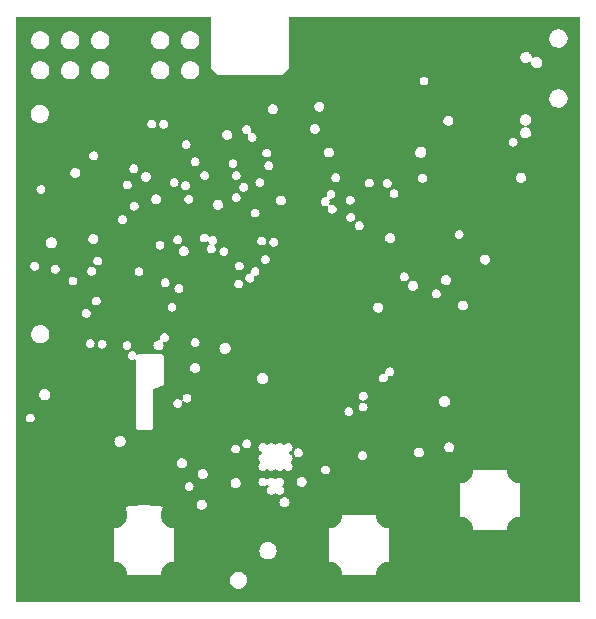
<source format=gbr>
%TF.GenerationSoftware,KiCad,Pcbnew,(6.0.4)*%
%TF.CreationDate,2023-05-30T00:17:29+09:00*%
%TF.ProjectId,RFB,5246422e-6b69-4636-9164-5f7063625858,rev?*%
%TF.SameCoordinates,Original*%
%TF.FileFunction,Copper,L5,Inr*%
%TF.FilePolarity,Positive*%
%FSLAX46Y46*%
G04 Gerber Fmt 4.6, Leading zero omitted, Abs format (unit mm)*
G04 Created by KiCad (PCBNEW (6.0.4)) date 2023-05-30 00:17:29*
%MOMM*%
%LPD*%
G01*
G04 APERTURE LIST*
%TA.AperFunction,ComponentPad*%
%ADD10O,1.700000X1.700000*%
%TD*%
%TA.AperFunction,ComponentPad*%
%ADD11C,2.250000*%
%TD*%
%TA.AperFunction,ComponentPad*%
%ADD12C,2.600000*%
%TD*%
%TA.AperFunction,ComponentPad*%
%ADD13C,0.500000*%
%TD*%
%TA.AperFunction,ComponentPad*%
%ADD14C,1.620000*%
%TD*%
%TA.AperFunction,ViaPad*%
%ADD15C,0.350000*%
%TD*%
%TA.AperFunction,ViaPad*%
%ADD16C,0.550000*%
%TD*%
G04 APERTURE END LIST*
D10*
%TO.N,GND*%
%TO.C,J7*%
X42748200Y-60909200D03*
X42748200Y-58369200D03*
%TD*%
D11*
%TO.N,GND*%
%TO.C,J1*%
X70637400Y-99822000D03*
X75717400Y-94742000D03*
X75717400Y-99822000D03*
X70637400Y-94742000D03*
%TD*%
D12*
%TO.N,GND*%
%TO.C,H1*%
X78663800Y-103759000D03*
%TD*%
D10*
%TO.N,GND*%
%TO.C,J9*%
X35128200Y-85770800D03*
%TD*%
D12*
%TO.N,GND*%
%TO.C,H2*%
X73329800Y-61290200D03*
%TD*%
D13*
%TO.N,GND*%
%TO.C,U8*%
X66594100Y-92342400D03*
X64594100Y-91342400D03*
X66594100Y-90342400D03*
X64594100Y-90342400D03*
X65594100Y-91342400D03*
X65594100Y-90342400D03*
X66594100Y-91342400D03*
X64594100Y-92342400D03*
X65594100Y-92342400D03*
%TD*%
%TO.N,GND*%
%TO.C,U3*%
X63728600Y-80146400D03*
X62728600Y-78146400D03*
X64728600Y-78146400D03*
X63728600Y-79146400D03*
X64728600Y-80146400D03*
X62728600Y-79146400D03*
X64728600Y-79146400D03*
X62728600Y-80146400D03*
X63728600Y-78146400D03*
%TD*%
D10*
%TO.N,GND*%
%TO.C,J6*%
X78994000Y-60756800D03*
%TD*%
D11*
%TO.N,GND*%
%TO.C,J3*%
X41402000Y-98605400D03*
X46482000Y-103685400D03*
X46482000Y-98605400D03*
X41402000Y-103685400D03*
%TD*%
D14*
%TO.N,GND*%
%TO.C,RV1*%
X49406800Y-101574600D03*
%TD*%
D13*
%TO.N,GND*%
%TO.C,IC3*%
X63736200Y-68417900D03*
X63736200Y-67142900D03*
X65011200Y-68417900D03*
X62461200Y-68417900D03*
X63736200Y-69692900D03*
X61186200Y-68417900D03*
X61186200Y-67142900D03*
X62461200Y-69692900D03*
X65011200Y-64592900D03*
X66286200Y-67142900D03*
X63736200Y-64592900D03*
X66286200Y-69692900D03*
X63736200Y-65867900D03*
X61186200Y-64592900D03*
X66286200Y-68417900D03*
X62461200Y-67142900D03*
X66286200Y-64592900D03*
X65011200Y-65867900D03*
X62461200Y-65867900D03*
X66286200Y-65867900D03*
X65011200Y-69692900D03*
X62461200Y-64592900D03*
X61186200Y-69692900D03*
X65011200Y-67142900D03*
X61186200Y-65867900D03*
%TD*%
D12*
%TO.N,GND*%
%TO.C,H3*%
X35306000Y-103733600D03*
%TD*%
D11*
%TO.N,GND*%
%TO.C,J2*%
X64617600Y-98602800D03*
X59537600Y-98602800D03*
X59537600Y-103682800D03*
X64617600Y-103682800D03*
%TD*%
D13*
%TO.N,GND*%
%TO.C,U4*%
X40722800Y-81933800D03*
X41992800Y-79203800D03*
X44722800Y-80473800D03*
X41992800Y-81933800D03*
X43452800Y-81933800D03*
X44722800Y-81933800D03*
X41992800Y-80473800D03*
X43452800Y-80473800D03*
X41992800Y-83203800D03*
X40722800Y-80473800D03*
X43452800Y-79203800D03*
X43422800Y-83203800D03*
%TD*%
D15*
%TO.N,GND*%
X40132000Y-90830400D03*
X42799000Y-94488000D03*
X43535601Y-94488000D03*
X45085000Y-94488000D03*
X44348400Y-94488000D03*
X46532800Y-65227200D03*
X42265600Y-67360800D03*
X43332400Y-67360799D03*
X36931600Y-67360800D03*
X37998400Y-63093600D03*
X39065200Y-63093599D03*
X40132001Y-65227200D03*
X43332400Y-65227200D03*
X44399200Y-64160399D03*
X42265600Y-64160400D03*
X43332400Y-64160399D03*
X42265600Y-63093600D03*
X43332400Y-63093599D03*
X60401200Y-95097600D03*
X60401200Y-96164400D03*
X60325000Y-97155000D03*
X59334400Y-96240600D03*
X58267600Y-104698800D03*
X65735200Y-104698800D03*
X63017400Y-86044989D03*
X62011611Y-85039200D03*
X63503174Y-86552989D03*
X62514506Y-85542095D03*
X56134000Y-69494400D03*
X65582800Y-72694800D03*
X36931600Y-104698801D03*
X36931600Y-105765600D03*
X33731200Y-101498400D03*
X34798000Y-101498400D03*
X35864800Y-101498400D03*
X36931600Y-101498400D03*
X37998400Y-101498400D03*
X36931600Y-64160400D03*
X35864800Y-68427600D03*
X35864800Y-63093600D03*
X36931599Y-63093600D03*
X39065200Y-66294000D03*
X39065200Y-65227200D03*
X39065201Y-67360800D03*
X37998400Y-67360800D03*
X45085000Y-93040200D03*
X45085000Y-93751400D03*
X44348400Y-93751400D03*
X44348400Y-93040200D03*
X42799000Y-93751400D03*
X43535600Y-93751400D03*
X43535600Y-93040200D03*
X50800000Y-102565200D03*
X71069200Y-69494400D03*
X41198800Y-67360800D03*
X70591706Y-83088506D03*
X45796200Y-85064600D03*
X47294800Y-84480400D03*
X50800000Y-62026800D03*
X60198000Y-73406000D03*
X58775600Y-73406000D03*
X59486800Y-73406000D03*
X56133999Y-64160400D03*
X55067200Y-66293999D03*
X55067200Y-67360800D03*
X51003200Y-64287400D03*
X48666400Y-63093599D03*
X49733199Y-63093600D03*
X46532800Y-63093600D03*
X48666400Y-64160399D03*
X48666400Y-65227200D03*
X47599600Y-66293999D03*
X47599600Y-64160399D03*
X45465999Y-64160400D03*
X46532801Y-66294000D03*
X43713400Y-68554600D03*
X44399200Y-67360800D03*
X45466001Y-67360800D03*
X44399200Y-66294000D03*
X40131999Y-66294000D03*
X40132000Y-67360801D03*
X42265600Y-66294000D03*
X41198801Y-66294000D03*
X43332401Y-66294000D03*
X44399200Y-63093599D03*
X42265600Y-65227199D03*
X41198801Y-64160400D03*
X41198800Y-65227199D03*
X41198800Y-63093599D03*
X40132001Y-64160400D03*
X40132000Y-63093599D03*
X34797999Y-63093600D03*
X34798001Y-67360800D03*
X60985400Y-97612200D03*
X69265800Y-98298000D03*
X65354200Y-93929199D03*
X65354200Y-96062800D03*
X65354200Y-94640400D03*
X65354200Y-95351600D03*
X66040000Y-96748600D03*
X67056000Y-97764600D03*
X66548000Y-97256600D03*
X64846200Y-96621600D03*
X64333094Y-97134706D03*
X68300600Y-94472811D03*
X69316600Y-95478600D03*
X67792600Y-93980000D03*
X68808600Y-94975706D03*
X62549989Y-94396611D03*
X61544200Y-95402400D03*
X63220600Y-93802200D03*
X62047094Y-94899506D03*
D16*
X62153800Y-97053400D03*
X63033865Y-97933465D03*
X61273735Y-96173335D03*
X68707000Y-97129600D03*
X67826935Y-98009665D03*
X69587065Y-96249535D03*
D15*
X66801999Y-99542600D03*
X67868800Y-99542600D03*
X68935601Y-99542600D03*
X66801999Y-100609400D03*
X67868800Y-100609400D03*
X68935601Y-100609400D03*
X77470000Y-94030800D03*
X77470000Y-95097600D03*
X77470000Y-96164401D03*
X77470000Y-98298000D03*
X77470000Y-99364801D03*
X78536800Y-101498401D03*
X78536800Y-100431600D03*
X78536800Y-95097600D03*
X78536800Y-96164400D03*
X79603600Y-94030800D03*
X79603600Y-95097600D03*
X79603600Y-96164400D03*
X78536800Y-94030799D03*
X70002400Y-101498400D03*
X68935599Y-101498400D03*
X66801999Y-101498400D03*
X67868799Y-101498400D03*
X71069199Y-101498400D03*
X70002400Y-102565200D03*
X68935599Y-102565200D03*
X66801999Y-102565200D03*
X67868799Y-102565200D03*
X71069199Y-102565200D03*
X70002400Y-103632000D03*
X68935599Y-103632000D03*
X66801999Y-103632000D03*
X67868799Y-103632000D03*
X71069199Y-103632000D03*
X70002400Y-104698800D03*
X68935599Y-104698800D03*
X66801999Y-104698800D03*
X67868799Y-104698800D03*
X71069199Y-104698800D03*
X75336400Y-101498400D03*
X74269599Y-101498400D03*
X72135999Y-101498400D03*
X73202799Y-101498400D03*
X76403199Y-101498400D03*
X75336400Y-102565200D03*
X74269599Y-102565200D03*
X72135999Y-102565200D03*
X73202799Y-102565200D03*
X76403199Y-102565200D03*
X75336400Y-103632000D03*
X74269599Y-103632000D03*
X72135999Y-103632000D03*
X73202799Y-103632000D03*
X76403199Y-103632000D03*
X75336400Y-104698800D03*
X74269599Y-104698800D03*
X72135999Y-104698800D03*
X73202799Y-104698800D03*
X76403199Y-104698800D03*
X73888600Y-94564200D03*
X74244200Y-93954600D03*
X72466200Y-94564200D03*
X72821800Y-93954600D03*
X73533000Y-93954600D03*
X72110600Y-93954600D03*
X73177400Y-94564200D03*
X75895200Y-97967800D03*
X76504800Y-98323400D03*
X75895200Y-96545400D03*
X76504800Y-96901000D03*
X76504800Y-97612200D03*
X76504800Y-96189800D03*
X75895200Y-97256600D03*
X72466200Y-99999800D03*
X72110600Y-100609400D03*
X73888600Y-99999800D03*
X73533000Y-100609400D03*
X72821800Y-100609400D03*
X74244200Y-100609400D03*
X73177400Y-99999800D03*
X61366400Y-103860600D03*
X61010800Y-104470200D03*
X62788800Y-103860600D03*
X62433200Y-104470200D03*
X61722000Y-104470200D03*
X63144400Y-104470200D03*
X62077600Y-103860600D03*
X59359800Y-100431600D03*
X58750200Y-100076000D03*
X59359800Y-101854000D03*
X58750200Y-101498400D03*
X58750200Y-100787200D03*
X58750200Y-102209600D03*
X59359800Y-101142800D03*
X64795400Y-101854000D03*
X65405000Y-102209600D03*
X64795400Y-100431600D03*
X65405000Y-100787200D03*
X65405000Y-101498400D03*
X65405000Y-100076000D03*
X64795400Y-101142800D03*
X74269601Y-105765600D03*
X73202800Y-105765600D03*
X68935600Y-105765600D03*
X70002400Y-105765600D03*
X72136000Y-105765600D03*
X71069200Y-105765600D03*
X74269600Y-84429600D03*
X57200800Y-69494400D03*
X60401200Y-58826400D03*
X60553600Y-90170000D03*
X43332400Y-105765600D03*
X45135800Y-96926400D03*
X59918600Y-93548200D03*
X73075800Y-69138800D03*
X56134000Y-101498400D03*
X57480200Y-74498200D03*
X79603600Y-75895200D03*
X50038000Y-88722200D03*
X67055999Y-57759600D03*
X49225200Y-89890600D03*
X74549000Y-65684400D03*
X77470000Y-56692800D03*
X68259883Y-75402517D03*
X49733201Y-105765600D03*
X76403200Y-82296000D03*
X43992800Y-72593200D03*
X58785683Y-79263317D03*
X43434000Y-96012000D03*
X78536800Y-97231199D03*
X36931600Y-102565201D03*
X34303000Y-89052400D03*
X72847200Y-64846200D03*
X71394295Y-75265306D03*
X66217800Y-85445600D03*
X61391800Y-85674200D03*
X80670400Y-88696800D03*
X71069200Y-72694800D03*
X39065200Y-104698800D03*
X38049200Y-86029800D03*
X71780400Y-64211200D03*
X42443400Y-88392000D03*
X71424800Y-64846200D03*
X79603600Y-88696800D03*
X47599600Y-105765600D03*
X75336400Y-91897199D03*
X80670401Y-81229200D03*
X40741600Y-86487000D03*
X46736000Y-86233000D03*
X58176083Y-92008883D03*
X57200800Y-63093600D03*
X43053000Y-88747600D03*
X77470001Y-87630000D03*
X36042600Y-92430600D03*
X66395600Y-87985600D03*
X68173600Y-59639200D03*
X77470000Y-92964000D03*
X61290200Y-74498200D03*
X63728600Y-84048600D03*
X68173600Y-77927200D03*
X76403200Y-90830400D03*
X67843400Y-88392000D03*
X33731200Y-67360800D03*
X57200800Y-78028800D03*
X48255614Y-88322986D03*
X67056000Y-59893200D03*
X66969589Y-75118011D03*
X60370694Y-75001094D03*
X37998401Y-65227200D03*
X43230800Y-103860600D03*
X74269600Y-81229200D03*
X50038000Y-88011000D03*
X78536800Y-75895200D03*
X51282600Y-82143600D03*
X37998400Y-87909400D03*
X39217600Y-98806000D03*
X67756989Y-75905411D03*
X79603600Y-67360800D03*
X39217600Y-99517200D03*
X74269600Y-79095600D03*
X62306200Y-72390000D03*
X60452000Y-63042800D03*
X80670400Y-85496400D03*
X67005200Y-63042800D03*
X59283600Y-59639200D03*
X33731200Y-65227200D03*
X34315400Y-79679800D03*
X39217600Y-100228400D03*
X47726600Y-83261200D03*
X33502600Y-99517200D03*
X69646800Y-71577201D03*
X41097200Y-85877400D03*
X80670400Y-90830400D03*
X78536800Y-81229200D03*
X66471800Y-77571600D03*
X67843400Y-86969600D03*
X72136000Y-74828400D03*
X71069200Y-92964001D03*
X36931600Y-65227200D03*
X77470000Y-82295999D03*
X37058600Y-98094800D03*
X72135999Y-83362800D03*
X80670400Y-60959999D03*
X47015400Y-82143600D03*
X40132000Y-104698800D03*
X78536800Y-79095600D03*
X46990000Y-87960200D03*
X78536800Y-76962000D03*
X50520600Y-90398600D03*
X58191400Y-74498200D03*
X70901483Y-77784883D03*
X34213800Y-93827600D03*
X45440600Y-89103200D03*
X73939400Y-66040000D03*
X74269600Y-92964000D03*
X60401200Y-59893201D03*
X34925000Y-95250000D03*
X48666400Y-102565200D03*
X79603601Y-87630000D03*
X46050200Y-89458800D03*
X80670400Y-105765600D03*
X42570400Y-97612200D03*
X76403199Y-56692800D03*
X75336400Y-56692800D03*
X51866800Y-90830400D03*
X73863200Y-86791800D03*
X52933599Y-101498400D03*
X69265672Y-74396728D03*
X78536800Y-88696800D03*
X74269600Y-56692800D03*
X80670400Y-79095600D03*
X44500800Y-68884800D03*
X63728600Y-81838800D03*
X67472483Y-74615117D03*
X37998400Y-105765600D03*
X73939400Y-65328800D03*
X59334400Y-105765600D03*
X73837800Y-67589400D03*
X37439600Y-86385400D03*
X34925000Y-99517200D03*
X42875200Y-104470200D03*
X69646800Y-70154800D03*
X51993801Y-82143600D03*
X36347400Y-100228400D03*
X58267600Y-78028800D03*
X56921400Y-73406000D03*
X71069200Y-62026801D03*
X33604200Y-81813401D03*
X33731200Y-87884000D03*
X38887400Y-71932800D03*
X58267600Y-105765600D03*
X57200800Y-101498400D03*
X73202800Y-64211200D03*
X72598177Y-85094977D03*
X34213800Y-97383600D03*
X79603600Y-86563200D03*
X33502600Y-95250000D03*
X43383200Y-91694000D03*
X51866800Y-89077800D03*
X34925000Y-94538800D03*
X41224200Y-89103200D03*
X57200800Y-104698800D03*
X57170294Y-91003094D03*
X46228000Y-75819000D03*
X38481000Y-94538800D03*
X39217600Y-97383600D03*
X46659800Y-101142800D03*
X68478272Y-73609328D03*
X79603600Y-92964000D03*
X55194200Y-83870800D03*
X73106306Y-85603106D03*
X49047400Y-73406000D03*
X80670400Y-104698800D03*
X40614600Y-100787200D03*
X58267599Y-76962000D03*
X80670400Y-70561200D03*
X44831000Y-90170000D03*
X36042600Y-91008200D03*
X71069200Y-57759599D03*
X61264800Y-93700600D03*
X46304200Y-82143600D03*
X35864801Y-72694800D03*
X53060600Y-83870800D03*
X69596000Y-61061600D03*
X73863200Y-90347800D03*
X55194200Y-76809600D03*
X35636200Y-100228400D03*
X64617600Y-73456800D03*
X57200800Y-66294000D03*
X34925000Y-100228400D03*
X58267600Y-94030800D03*
X73329800Y-67106800D03*
X54838600Y-83261200D03*
X75336400Y-85496399D03*
X60883800Y-86182200D03*
X56210200Y-73406000D03*
X69646800Y-72288400D03*
X50469800Y-73406000D03*
X56972200Y-84683600D03*
X50215800Y-74523600D03*
X54000401Y-81229200D03*
X74269601Y-85496400D03*
X37769800Y-95961200D03*
X75336400Y-81229199D03*
X57200800Y-102565200D03*
X34798001Y-69494400D03*
X52933600Y-80162400D03*
X41224200Y-101142800D03*
X51181000Y-73406000D03*
X76403200Y-89763600D03*
X80670400Y-91897200D03*
X77470000Y-97231200D03*
X35737799Y-79679800D03*
X58267600Y-95097599D03*
X79603600Y-73761600D03*
X43942000Y-103860600D03*
X47599600Y-104698801D03*
X46558200Y-96926400D03*
X51003200Y-98221800D03*
X47472600Y-96875600D03*
X77470000Y-83362800D03*
X55549800Y-83261200D03*
X80670400Y-99364800D03*
X48336200Y-73406000D03*
X51866800Y-105765600D03*
X56134000Y-105765600D03*
X76403200Y-91897200D03*
X37058600Y-99517200D03*
X33731200Y-69494400D03*
X60198000Y-79222600D03*
X79603600Y-72694799D03*
X36550601Y-80797400D03*
X52933600Y-105765600D03*
X71592389Y-84089189D03*
X49453800Y-65709800D03*
X44399200Y-96723200D03*
X58267600Y-97231199D03*
X75336400Y-92964000D03*
X69392800Y-76276200D03*
X33731200Y-105765600D03*
X48514000Y-89890600D03*
X65963800Y-76123800D03*
X77470000Y-88696800D03*
X69895694Y-75773306D03*
X79603600Y-71628000D03*
X38074600Y-84099400D03*
X76403200Y-85496400D03*
X51003200Y-77774800D03*
X71069200Y-64211200D03*
X33604200Y-79679800D03*
X49530000Y-68224400D03*
X35636200Y-94538800D03*
X33502600Y-98806000D03*
X59055000Y-66827400D03*
X33604200Y-77901800D03*
X57277000Y-80772000D03*
X79603601Y-76962000D03*
X51714400Y-96799400D03*
X58267600Y-96164400D03*
X49758600Y-73406000D03*
X65735200Y-105765600D03*
X34925000Y-98094800D03*
X41452800Y-95326200D03*
X48437800Y-82143600D03*
X49428400Y-88366600D03*
X68173600Y-58216801D03*
X57200800Y-68427600D03*
X42265600Y-105765600D03*
X40132000Y-87909400D03*
X59334400Y-76962000D03*
X77470000Y-84429600D03*
X34925000Y-98806000D03*
X70205600Y-88341200D03*
X36347400Y-96672401D03*
X52349400Y-87757000D03*
X51257200Y-88722200D03*
X66395600Y-88696800D03*
X66548000Y-87122000D03*
X75336400Y-88696800D03*
X75336400Y-87629999D03*
X52425600Y-97510600D03*
X75336400Y-80162400D03*
X74549000Y-64973200D03*
X79603600Y-98298000D03*
X63632234Y-85120634D03*
X39065200Y-90830400D03*
X76403200Y-83362801D03*
X65716710Y-84946006D03*
X34798000Y-72694800D03*
X74269600Y-72694800D03*
X56133999Y-102565200D03*
X36804600Y-82880201D03*
X46939200Y-80289400D03*
X56667400Y-90500200D03*
X36042600Y-90297000D03*
X56972200Y-83972400D03*
X34925000Y-93827600D03*
X63423800Y-87249000D03*
X50647600Y-89077800D03*
X48666400Y-105765600D03*
X40132000Y-105765600D03*
X55549800Y-82143600D03*
X73202800Y-82296000D03*
X67970400Y-92125800D03*
X45847000Y-96926400D03*
X37058600Y-93827600D03*
X59131200Y-68580000D03*
X57200800Y-65227200D03*
X71089494Y-83586294D03*
X73456800Y-90957400D03*
X44653200Y-103860600D03*
X46050200Y-90170000D03*
X57632600Y-71958200D03*
X59283600Y-58216800D03*
X50571400Y-82143600D03*
X36449000Y-78968600D03*
X79603600Y-99364800D03*
X55067200Y-80162400D03*
X45440600Y-89814400D03*
X76403200Y-71628000D03*
X74269600Y-82296000D03*
X36347400Y-99517200D03*
X68529200Y-72186800D03*
X39217600Y-94538800D03*
X37769800Y-81711800D03*
X52933600Y-63093600D03*
X79603600Y-69494400D03*
X37769800Y-98806000D03*
X34925000Y-97383600D03*
X38658800Y-73787000D03*
X79603600Y-84429600D03*
X35737800Y-78968600D03*
X37058600Y-100228400D03*
X65212011Y-84439811D03*
X34213800Y-98094800D03*
X54127401Y-82143600D03*
X80670400Y-94030800D03*
X80670400Y-69494399D03*
X61569600Y-72618600D03*
X41325800Y-96926400D03*
X37439600Y-85674200D03*
X71948117Y-92466083D03*
X38481000Y-93827600D03*
X79603601Y-70561200D03*
X69895694Y-76779094D03*
X74269600Y-91897200D03*
X34925000Y-95961200D03*
X36347400Y-97383600D03*
X78536800Y-67360799D03*
X60690811Y-87792611D03*
X56134000Y-75895200D03*
X80670401Y-87630000D03*
X38481000Y-98094800D03*
X56261000Y-83261200D03*
X63195200Y-92125800D03*
X44831000Y-88036400D03*
X36804600Y-81813400D03*
X54000400Y-90830400D03*
X77470000Y-76961999D03*
X52933600Y-88696800D03*
X75336400Y-57759601D03*
X78536800Y-86563200D03*
X75336399Y-83362800D03*
X42875200Y-95326200D03*
X33731200Y-86817200D03*
X63855600Y-87833200D03*
X42037000Y-96926400D03*
X57673189Y-91505989D03*
X77470000Y-90830400D03*
X33731200Y-74828400D03*
X70891400Y-75768200D03*
X63728600Y-77216000D03*
X55067199Y-88696800D03*
X54000400Y-79095601D03*
X79603601Y-79095600D03*
X39217600Y-98094800D03*
X40360600Y-76428600D03*
X33731200Y-64160400D03*
X64465200Y-72593200D03*
X74447400Y-68656200D03*
X49860200Y-82143600D03*
X70002400Y-58826400D03*
X77470000Y-80162400D03*
X73202800Y-80162400D03*
X63129339Y-84617739D03*
X80670400Y-96164400D03*
X57200800Y-105765600D03*
X76403200Y-76962000D03*
X56134000Y-80162400D03*
X73863200Y-87503000D03*
X57200800Y-75895200D03*
X33693400Y-88696800D03*
X39065200Y-101498400D03*
X73609200Y-86106000D03*
X59334400Y-78028800D03*
X56134000Y-84429600D03*
X57200800Y-58826400D03*
X72136000Y-64846200D03*
X79603600Y-78028800D03*
X67843400Y-86258399D03*
X36347400Y-94538800D03*
X72136000Y-58826400D03*
X41275000Y-75158600D03*
X69596000Y-58216800D03*
X56134000Y-67360800D03*
X41224200Y-88392000D03*
X73863200Y-89636599D03*
X64439800Y-84302600D03*
X41198800Y-105765600D03*
X57200800Y-100431600D03*
X57099200Y-97510600D03*
X78536800Y-89763600D03*
X76403200Y-81229199D03*
X44297600Y-95326200D03*
X50317400Y-64973200D03*
X46050200Y-88747600D03*
X37769800Y-98094800D03*
X47269400Y-101498400D03*
X67254094Y-76408306D03*
X67818000Y-77317600D03*
X36576000Y-89103200D03*
X79603600Y-83362801D03*
X38760400Y-76276200D03*
X41532816Y-71932800D03*
X64363600Y-88341200D03*
X64465200Y-71882000D03*
X74447400Y-67945000D03*
X54000400Y-103632000D03*
X36804600Y-86080601D03*
X47726600Y-82143600D03*
X54127400Y-84480400D03*
X73202799Y-83362800D03*
X48260000Y-93954600D03*
X80670400Y-56692800D03*
X69646800Y-73710800D03*
X73202799Y-81229200D03*
X55067200Y-104698800D03*
X69596000Y-59639200D03*
X78536800Y-71628000D03*
X76403200Y-79095600D03*
X36347400Y-95250000D03*
X75336400Y-86563201D03*
X75336399Y-79095600D03*
X70002400Y-69367400D03*
X80670400Y-83362800D03*
X49428400Y-89077800D03*
X46304200Y-83261200D03*
X35636200Y-97383600D03*
X46400694Y-91292706D03*
X39065200Y-92964000D03*
X60909200Y-79222600D03*
X37769800Y-100228400D03*
X71780400Y-63500000D03*
X40821616Y-71932800D03*
X80670400Y-97231200D03*
X76403200Y-72694800D03*
X67564001Y-72694800D03*
X56972200Y-85394800D03*
X67462400Y-77927200D03*
X60401200Y-57759600D03*
X57200800Y-98298000D03*
X67716400Y-84048600D03*
X51866800Y-80162400D03*
X33502600Y-94538800D03*
X43281600Y-97612200D03*
X49758600Y-92583000D03*
X80670400Y-101498400D03*
X77470000Y-86563200D03*
X41452800Y-86487000D03*
X37261800Y-80797400D03*
X66751200Y-78359000D03*
X46659800Y-100431600D03*
X37312600Y-74650600D03*
X80670400Y-76962000D03*
X60452000Y-62331600D03*
X80670400Y-100431600D03*
X35636200Y-95250000D03*
X67005200Y-63754000D03*
X45466000Y-105765600D03*
X57200800Y-99364800D03*
X60711106Y-76916306D03*
X42799000Y-93040200D03*
X46837600Y-85521800D03*
X38481000Y-99517200D03*
X36347400Y-98094800D03*
X33731200Y-75895201D03*
X50647600Y-94157800D03*
X47269400Y-100787200D03*
X48260000Y-79197200D03*
X62204600Y-74777600D03*
X54000400Y-88696800D03*
X44297600Y-104470200D03*
X60680600Y-72796400D03*
X34213800Y-98806000D03*
X36347400Y-98806000D03*
X80670401Y-98298000D03*
X45008800Y-95326200D03*
X50800000Y-105765600D03*
X73863200Y-88925400D03*
X51023494Y-90901494D03*
X51866799Y-62026800D03*
X50248858Y-78529142D03*
X56591200Y-89077800D03*
X52933600Y-102565200D03*
X37058600Y-95250000D03*
X67868800Y-105765600D03*
X52425600Y-98221800D03*
X37058600Y-95961200D03*
X51003200Y-97510600D03*
X72451011Y-91963189D03*
X33693400Y-89408000D03*
X80665228Y-102563584D03*
X60208211Y-76413411D03*
X49733200Y-104698800D03*
X37769800Y-93827600D03*
X54000400Y-63093600D03*
X71069199Y-70561200D03*
X39065200Y-103632000D03*
X77470000Y-91897199D03*
X38481000Y-95250000D03*
X34213800Y-99517200D03*
X38074600Y-84810600D03*
X79603600Y-90830400D03*
X59055000Y-63020000D03*
X79603600Y-91897201D03*
X35864800Y-73761600D03*
X78536800Y-83362800D03*
X72364600Y-70358000D03*
X79603600Y-105765600D03*
X75336400Y-78028800D03*
X55067200Y-90830400D03*
X33502600Y-96672401D03*
X43053000Y-89458800D03*
X35636200Y-98094800D03*
X73202800Y-73761600D03*
X50571400Y-83261200D03*
X68173600Y-76708000D03*
X58795894Y-75001094D03*
X77470000Y-105765600D03*
X37058600Y-94538800D03*
X68402200Y-90551000D03*
X56591200Y-88366600D03*
X41224200Y-100431600D03*
X57200799Y-94030800D03*
X78536800Y-82296000D03*
X66979800Y-60785000D03*
X33731200Y-68427600D03*
X67975377Y-74112223D03*
X33502600Y-100228400D03*
X56134000Y-66294000D03*
X74269601Y-83362800D03*
X38481000Y-100228400D03*
X52705000Y-82143600D03*
X73202801Y-74828400D03*
X78536800Y-99364800D03*
X80670400Y-67360799D03*
X49733200Y-103632000D03*
X57200800Y-76962000D03*
X47802800Y-89890600D03*
X55067200Y-81229200D03*
X42164000Y-95326200D03*
X48768000Y-85191600D03*
X80670401Y-71628000D03*
X60477400Y-60782200D03*
X33731200Y-84683599D03*
X42037000Y-96215200D03*
X47269400Y-102209600D03*
X52933601Y-90830400D03*
X61468000Y-105765600D03*
X49758600Y-93294200D03*
X59486800Y-79222600D03*
X46659800Y-101854000D03*
X78536800Y-91897200D03*
X75336400Y-90830400D03*
X38481000Y-95961200D03*
X48666400Y-99364800D03*
X33731200Y-63093600D03*
X74549000Y-66395600D03*
X79603601Y-89763600D03*
X79603600Y-85496399D03*
X73202800Y-92964000D03*
X72491600Y-64211200D03*
X76403199Y-78028800D03*
X57937400Y-69596000D03*
X51282600Y-83261200D03*
X42748200Y-96215200D03*
X71069200Y-59893200D03*
X56972199Y-82143600D03*
X56591200Y-89789000D03*
X57861200Y-58216800D03*
X68762777Y-74899623D03*
X37769800Y-96672400D03*
X61620400Y-79222600D03*
X63844600Y-93319600D03*
X39319200Y-72872600D03*
X79603601Y-81229200D03*
X78536800Y-69494400D03*
X75336400Y-62026800D03*
X73837800Y-68300600D03*
X68402200Y-63347600D03*
X36042600Y-91719400D03*
X40817800Y-70002400D03*
X36931600Y-66294000D03*
X80670400Y-92964000D03*
X66045106Y-86619106D03*
X59705317Y-75910517D03*
X37261801Y-80086200D03*
X34213800Y-95961200D03*
X78536800Y-90830400D03*
X60375800Y-86766400D03*
X41452800Y-84582000D03*
X80670400Y-66294000D03*
X54838600Y-82143600D03*
X54000400Y-104698801D03*
X58267600Y-75895200D03*
X53263800Y-93751400D03*
X52933600Y-89763600D03*
X39217600Y-95961200D03*
X45897800Y-91795600D03*
X77470001Y-79095600D03*
X35636200Y-96672400D03*
X37769800Y-97383600D03*
X66751200Y-76911200D03*
X43053000Y-90170000D03*
X49047400Y-92583000D03*
X56769000Y-74498200D03*
X80670400Y-82296000D03*
X51714400Y-97510600D03*
X45008800Y-104470200D03*
X41224200Y-101854000D03*
X73939400Y-66751200D03*
X56134000Y-104698801D03*
X38481000Y-97383600D03*
X53771800Y-83870800D03*
X56134000Y-76962001D03*
X54483000Y-83870800D03*
X37541200Y-71272400D03*
X72720200Y-69748400D03*
X71729600Y-81864200D03*
X55067200Y-105765600D03*
X80670400Y-63093599D03*
X56133999Y-68427600D03*
X80670400Y-95097600D03*
X76403200Y-87630000D03*
X50800000Y-81229200D03*
X44831000Y-90881200D03*
X37998399Y-92964000D03*
X37769800Y-95250000D03*
X36804600Y-85013801D03*
X75641200Y-63296800D03*
X78536800Y-92964000D03*
X51257200Y-89433400D03*
X43764200Y-74498200D03*
X47447200Y-85166200D03*
X57200800Y-67360800D03*
X66732710Y-85962006D03*
X50647600Y-93040200D03*
X34798000Y-74828401D03*
X33731200Y-71628000D03*
X59867800Y-74498200D03*
X70002400Y-62026800D03*
X34925000Y-96672400D03*
X75336400Y-82296000D03*
X73431400Y-69748400D03*
X78536800Y-98298000D03*
X79603600Y-74828399D03*
X45796200Y-85775800D03*
X38481000Y-96672400D03*
X41833800Y-89458800D03*
X47015400Y-83261200D03*
X55346600Y-74498200D03*
X45135800Y-96215200D03*
X72491600Y-63500000D03*
X78536800Y-80162400D03*
X40821616Y-70971416D03*
X51003200Y-96799400D03*
X34798000Y-68427600D03*
X56591200Y-87655400D03*
X60198000Y-88366600D03*
X73202800Y-84429600D03*
X76403200Y-105765600D03*
X69418200Y-81534000D03*
X79603600Y-80162400D03*
X38481000Y-98806000D03*
X61193706Y-88295506D03*
X74269600Y-80162400D03*
X80670400Y-89763600D03*
X80670400Y-58826400D03*
X33502600Y-95961200D03*
X35636200Y-98806000D03*
X52933600Y-81229200D03*
X41833800Y-88747600D03*
X70398589Y-76276200D03*
X56134000Y-103632000D03*
X52349400Y-83870800D03*
X53060600Y-94462600D03*
X45440600Y-90525600D03*
X79603600Y-97231200D03*
X54000400Y-62026800D03*
X78536800Y-68427600D03*
X40690800Y-73736200D03*
X35636200Y-93827600D03*
X54127400Y-83261200D03*
X39065199Y-87909400D03*
X59893200Y-92506800D03*
X44831000Y-88747600D03*
X57632600Y-70256400D03*
X44450000Y-96012000D03*
X78536800Y-85496400D03*
X61696600Y-88798400D03*
X70713600Y-64846200D03*
X77470000Y-85496401D03*
X76403200Y-92964000D03*
X53416200Y-84480400D03*
X80670400Y-103632000D03*
X48666400Y-103632000D03*
X64114706Y-73959694D03*
X76403200Y-84429600D03*
X42244016Y-71932800D03*
X76403200Y-88696800D03*
X65542211Y-86116211D03*
X61264800Y-75895200D03*
X40386000Y-85877400D03*
X56131601Y-99364451D03*
X39217600Y-96672400D03*
X35915600Y-71704200D03*
X77470000Y-75895200D03*
X52425600Y-96799400D03*
X39217600Y-93827600D03*
X78536800Y-70561200D03*
X68300600Y-70091856D03*
X80670400Y-73761600D03*
X73939400Y-63906400D03*
X42443400Y-89814400D03*
X75336400Y-84429599D03*
X45796200Y-86487000D03*
X33731200Y-66294000D03*
X33731200Y-70561200D03*
X46532800Y-105765600D03*
X42443400Y-89103200D03*
X41833800Y-88036400D03*
X74447400Y-67233800D03*
X60452000Y-63754000D03*
X33731200Y-73761600D03*
X70398589Y-77281989D03*
X76403200Y-73761600D03*
X68427600Y-65278000D03*
X78536800Y-73761599D03*
X56133999Y-100431600D03*
X34213800Y-94538800D03*
X36652200Y-91363800D03*
X72136000Y-73761600D03*
X73863200Y-88214200D03*
X70205600Y-87630000D03*
X44831000Y-89458800D03*
X80670400Y-74828400D03*
X34798000Y-66294000D03*
X43053000Y-88036400D03*
X80670400Y-86563200D03*
X55067200Y-62026800D03*
X73075800Y-70358000D03*
X53416200Y-83261200D03*
X37998401Y-66294000D03*
X78536800Y-74828400D03*
X80670400Y-62026800D03*
X39217600Y-95250000D03*
X60985400Y-77571600D03*
X33502600Y-93827600D03*
X37998400Y-104698801D03*
X48666400Y-104698800D03*
X64668400Y-105765600D03*
X70891400Y-82092800D03*
X78536800Y-105765600D03*
X43586400Y-95326200D03*
X40821616Y-72894184D03*
X58216800Y-92735400D03*
X64236600Y-75844400D03*
X53416201Y-82143600D03*
X68173600Y-61061600D03*
X79603600Y-68427599D03*
X37058600Y-97383600D03*
X42164000Y-86487000D03*
X50799999Y-101498400D03*
X43484800Y-96723200D03*
X64820800Y-88874600D03*
X49403000Y-87655400D03*
X39065200Y-91897201D03*
X80670400Y-80162400D03*
X67005200Y-62331600D03*
X55067200Y-87655400D03*
X48666399Y-100431600D03*
X62809094Y-71887106D03*
X72953906Y-91460294D03*
X58750200Y-70434200D03*
X80670400Y-57759600D03*
X59283600Y-61061600D03*
X48234600Y-74498200D03*
X49530000Y-71272400D03*
X62814200Y-74320400D03*
X80670400Y-65227199D03*
X67055999Y-58826400D03*
X49047400Y-93294200D03*
X33604200Y-80746600D03*
X33502600Y-98094800D03*
X44932600Y-69596000D03*
X49530000Y-69240400D03*
X36931600Y-88112600D03*
X52704999Y-83261200D03*
X56134001Y-81229200D03*
X50017706Y-89895706D03*
X33604201Y-78968600D03*
X80670400Y-75895200D03*
X51993800Y-83261200D03*
X71069200Y-71628000D03*
X69646800Y-72999600D03*
X37058600Y-98806000D03*
X57200800Y-79095600D03*
X33502600Y-97383600D03*
X35636200Y-99517200D03*
X54635400Y-74498200D03*
X61767694Y-76398094D03*
X78536800Y-72694800D03*
X71729600Y-82575400D03*
X45313600Y-97612200D03*
X80670400Y-78028800D03*
X56134000Y-78028800D03*
X75336400Y-89763600D03*
X80670400Y-72694800D03*
X54000399Y-89763600D03*
X51714400Y-98221800D03*
X37769800Y-94538800D03*
X56057800Y-74498200D03*
X77470000Y-78028800D03*
X34798000Y-73761600D03*
X39065199Y-102565200D03*
X78536799Y-87630000D03*
X72136000Y-71628000D03*
X46558200Y-96215200D03*
X55067200Y-103632000D03*
X34213800Y-96672401D03*
X40767000Y-92049600D03*
X49504600Y-74523600D03*
X55067200Y-89763600D03*
X55067200Y-79095600D03*
X66466694Y-75620906D03*
X37769800Y-99517200D03*
X62814200Y-90424000D03*
X34315400Y-78968600D03*
X63881000Y-76504800D03*
X37998400Y-103632000D03*
X77470000Y-89763600D03*
X40614600Y-100076000D03*
X54000400Y-105765600D03*
X38684200Y-84455000D03*
X74269600Y-73761600D03*
X45440600Y-88392000D03*
X56261000Y-82143600D03*
X74549000Y-64262000D03*
X34213800Y-95250000D03*
X68529200Y-71475600D03*
X52933600Y-62026800D03*
X36652200Y-90652600D03*
X68935599Y-62026800D03*
X63195200Y-92837000D03*
X79603600Y-82296000D03*
X34213800Y-100228400D03*
X68529200Y-70764401D03*
X75336400Y-105765600D03*
X43586400Y-104470200D03*
X71404377Y-77281989D03*
X54838600Y-84480400D03*
X43053000Y-90881200D03*
X77470000Y-81229201D03*
X65303400Y-76403200D03*
X42748200Y-96926400D03*
X36652200Y-92075000D03*
X67843400Y-87680800D03*
X61036200Y-92506800D03*
X56972200Y-81432400D03*
X56972200Y-83261200D03*
X44500800Y-91668600D03*
X60985400Y-78282800D03*
X37388800Y-68884800D03*
X72364600Y-69138800D03*
X78536800Y-78028800D03*
X73202800Y-72694801D03*
X80670400Y-59893200D03*
X60401200Y-105765600D03*
X71069200Y-63500000D03*
X36652200Y-89941400D03*
X44602400Y-97612200D03*
X76403200Y-80162400D03*
D16*
X69672200Y-63601600D03*
D15*
X72095283Y-84592083D03*
X48437800Y-83261200D03*
X71069200Y-58826400D03*
X45847000Y-96215200D03*
X80670400Y-68427600D03*
X49860200Y-83261200D03*
X33731200Y-72694800D03*
X76403200Y-86563200D03*
X44399200Y-105765600D03*
X36347400Y-95961200D03*
X38404800Y-78003400D03*
X64947800Y-85725000D03*
X70901483Y-76779094D03*
X74269600Y-71628000D03*
X57632600Y-73406000D03*
X57861200Y-61061600D03*
X39065200Y-105765600D03*
X73939400Y-64617600D03*
X40614600Y-101498400D03*
X62534800Y-105765600D03*
X78536799Y-84429600D03*
X63601600Y-105765600D03*
X80670400Y-64160400D03*
X66802000Y-105765600D03*
X40614600Y-102209600D03*
X69164200Y-77216000D03*
X42697400Y-91516200D03*
X62479100Y-76396900D03*
X64135000Y-85623400D03*
X43053000Y-86487000D03*
X67564000Y-71628000D03*
X54000400Y-80162400D03*
X58282789Y-79766211D03*
X35864800Y-105765600D03*
X80670400Y-84429600D03*
X57861200Y-59639200D03*
X79603600Y-100431601D03*
X51866800Y-81229201D03*
X69646800Y-70866000D03*
X68402200Y-67157600D03*
X35636200Y-95961200D03*
X63611811Y-74462589D03*
X79603600Y-101498400D03*
X36347400Y-93827600D03*
X75641200Y-64109600D03*
X37058600Y-96672401D03*
X59055000Y-64925000D03*
X68529200Y-72898000D03*
X47269400Y-100076000D03*
X57200800Y-103632000D03*
X37998400Y-102565200D03*
%TD*%
%TA.AperFunction,Conductor*%
%TO.N,GND*%
G36*
X49545086Y-56367936D02*
G01*
X49577204Y-56389396D01*
X49598664Y-56421514D01*
X49606200Y-56459400D01*
X49606200Y-60731400D01*
X50190400Y-61315600D01*
X55626000Y-61315600D01*
X56210200Y-60731400D01*
X56210200Y-59804526D01*
X75774430Y-59804526D01*
X75780134Y-59891546D01*
X75801600Y-59976070D01*
X75838110Y-60055266D01*
X75888441Y-60126483D01*
X75950908Y-60187336D01*
X75954683Y-60189858D01*
X75954685Y-60189860D01*
X75973965Y-60202742D01*
X76023418Y-60235785D01*
X76027585Y-60237575D01*
X76027590Y-60237578D01*
X76099373Y-60268419D01*
X76099379Y-60268421D01*
X76103543Y-60270210D01*
X76188600Y-60289456D01*
X76232170Y-60291168D01*
X76271207Y-60292702D01*
X76271208Y-60292702D01*
X76275740Y-60292880D01*
X76362044Y-60280366D01*
X76366343Y-60278907D01*
X76366346Y-60278906D01*
X76440322Y-60253795D01*
X76444623Y-60252335D01*
X76448581Y-60250118D01*
X76448584Y-60250117D01*
X76510288Y-60215560D01*
X76520711Y-60209723D01*
X76528000Y-60203661D01*
X76529105Y-60202742D01*
X76563053Y-60184313D01*
X76601470Y-60180277D01*
X76638506Y-60191250D01*
X76668525Y-60215560D01*
X76686954Y-60249508D01*
X76691193Y-60272383D01*
X76694534Y-60323346D01*
X76695650Y-60327739D01*
X76695650Y-60327741D01*
X76702712Y-60355547D01*
X76716000Y-60407870D01*
X76752510Y-60487066D01*
X76802841Y-60558283D01*
X76865308Y-60619136D01*
X76937818Y-60667585D01*
X76941985Y-60669375D01*
X76941990Y-60669378D01*
X77013773Y-60700219D01*
X77013779Y-60700221D01*
X77017943Y-60702010D01*
X77103000Y-60721256D01*
X77146570Y-60722968D01*
X77185607Y-60724502D01*
X77185608Y-60724502D01*
X77190140Y-60724680D01*
X77276444Y-60712166D01*
X77280743Y-60710707D01*
X77280746Y-60710706D01*
X77354722Y-60685595D01*
X77359023Y-60684135D01*
X77362981Y-60681918D01*
X77362984Y-60681917D01*
X77397067Y-60662829D01*
X77435111Y-60641523D01*
X77502160Y-60585760D01*
X77557923Y-60518711D01*
X77600535Y-60442623D01*
X77616461Y-60395706D01*
X77627106Y-60364346D01*
X77627107Y-60364343D01*
X77628566Y-60360044D01*
X77634196Y-60321214D01*
X77640660Y-60276639D01*
X77640661Y-60276633D01*
X77641080Y-60273740D01*
X77641173Y-60270210D01*
X77641657Y-60251713D01*
X77641657Y-60251708D01*
X77641733Y-60248800D01*
X77640306Y-60233263D01*
X77637276Y-60200302D01*
X77633753Y-60161959D01*
X77610082Y-60078026D01*
X77571511Y-59999812D01*
X77519333Y-59929937D01*
X77455295Y-59870741D01*
X77409648Y-59841940D01*
X77385379Y-59826627D01*
X77385374Y-59826625D01*
X77381541Y-59824206D01*
X77367710Y-59818688D01*
X77304758Y-59793572D01*
X77304752Y-59793570D01*
X77300543Y-59791891D01*
X77296100Y-59791007D01*
X77296096Y-59791006D01*
X77219461Y-59775762D01*
X77219459Y-59775762D01*
X77215011Y-59774877D01*
X77173398Y-59774332D01*
X77132352Y-59773795D01*
X77132348Y-59773795D01*
X77127812Y-59773736D01*
X77123339Y-59774505D01*
X77123334Y-59774505D01*
X77083403Y-59781367D01*
X77041864Y-59788504D01*
X77010646Y-59800021D01*
X76964623Y-59817000D01*
X76960047Y-59818688D01*
X76921956Y-59841350D01*
X76888996Y-59860959D01*
X76888991Y-59860963D01*
X76885101Y-59863277D01*
X76881941Y-59866048D01*
X76847003Y-59882155D01*
X76808404Y-59883671D01*
X76772164Y-59870301D01*
X76743799Y-59844080D01*
X76727627Y-59809001D01*
X76725307Y-59794950D01*
X76719768Y-59734679D01*
X76719353Y-59730159D01*
X76715902Y-59717923D01*
X76696916Y-59650601D01*
X76696915Y-59650600D01*
X76695682Y-59646226D01*
X76657111Y-59568012D01*
X76604933Y-59498137D01*
X76540895Y-59438941D01*
X76501233Y-59413916D01*
X76470979Y-59394827D01*
X76470974Y-59394825D01*
X76467141Y-59392406D01*
X76453310Y-59386888D01*
X76390358Y-59361772D01*
X76390352Y-59361770D01*
X76386143Y-59360091D01*
X76381700Y-59359207D01*
X76381696Y-59359206D01*
X76305061Y-59343962D01*
X76305059Y-59343962D01*
X76300611Y-59343077D01*
X76258998Y-59342532D01*
X76217952Y-59341995D01*
X76217948Y-59341995D01*
X76213412Y-59341936D01*
X76208939Y-59342705D01*
X76208934Y-59342705D01*
X76169003Y-59349567D01*
X76127464Y-59356704D01*
X76045647Y-59386888D01*
X76007556Y-59409550D01*
X75974596Y-59429159D01*
X75974591Y-59429163D01*
X75970701Y-59431477D01*
X75905135Y-59488976D01*
X75851146Y-59557462D01*
X75810541Y-59634639D01*
X75784680Y-59717923D01*
X75774430Y-59804526D01*
X56210200Y-59804526D01*
X56210200Y-58204604D01*
X78217618Y-58204604D01*
X78219804Y-58244316D01*
X78221132Y-58268447D01*
X78223645Y-58314118D01*
X78224328Y-58317550D01*
X78224328Y-58317553D01*
X78229128Y-58341684D01*
X78245042Y-58421692D01*
X78281384Y-58525177D01*
X78331944Y-58622509D01*
X78333978Y-58625355D01*
X78393675Y-58708895D01*
X78393680Y-58708901D01*
X78395713Y-58711746D01*
X78398128Y-58714277D01*
X78398130Y-58714280D01*
X78469013Y-58788583D01*
X78471421Y-58791107D01*
X78557555Y-58859010D01*
X78652397Y-58914099D01*
X78655644Y-58915414D01*
X78750810Y-58953960D01*
X78750814Y-58953961D01*
X78754055Y-58955274D01*
X78860501Y-58981716D01*
X78863982Y-58982073D01*
X78863984Y-58982073D01*
X78890543Y-58984794D01*
X78954043Y-58991300D01*
X79021938Y-58991300D01*
X79103407Y-58985532D01*
X79210630Y-58962447D01*
X79213906Y-58961239D01*
X79213911Y-58961237D01*
X79310244Y-58925698D01*
X79313532Y-58924485D01*
X79316616Y-58922821D01*
X79406980Y-58874063D01*
X79406982Y-58874062D01*
X79410058Y-58872402D01*
X79412868Y-58870327D01*
X79412872Y-58870324D01*
X79495469Y-58809317D01*
X79495472Y-58809315D01*
X79498282Y-58807239D01*
X79576445Y-58730294D01*
X79588667Y-58714280D01*
X79640863Y-58645886D01*
X79640864Y-58645885D01*
X79642986Y-58643104D01*
X79644694Y-58640054D01*
X79644698Y-58640048D01*
X79694865Y-58550467D01*
X79694866Y-58550466D01*
X79696578Y-58547408D01*
X79736152Y-58445116D01*
X79741582Y-58421692D01*
X79760126Y-58341684D01*
X79760918Y-58338268D01*
X79770382Y-58228996D01*
X79764355Y-58119482D01*
X79759552Y-58095332D01*
X79748916Y-58041862D01*
X79742958Y-58011908D01*
X79706616Y-57908423D01*
X79656056Y-57811091D01*
X79631468Y-57776683D01*
X79594325Y-57724705D01*
X79594320Y-57724699D01*
X79592287Y-57721854D01*
X79586394Y-57715676D01*
X79518987Y-57645017D01*
X79518986Y-57645016D01*
X79516579Y-57642493D01*
X79430445Y-57574590D01*
X79335603Y-57519501D01*
X79303440Y-57506474D01*
X79237190Y-57479640D01*
X79237186Y-57479639D01*
X79233945Y-57478326D01*
X79127499Y-57451884D01*
X79124018Y-57451527D01*
X79124016Y-57451527D01*
X79087843Y-57447821D01*
X79033957Y-57442300D01*
X78966062Y-57442300D01*
X78884593Y-57448068D01*
X78777370Y-57471153D01*
X78774094Y-57472361D01*
X78774089Y-57472363D01*
X78677756Y-57507902D01*
X78674468Y-57509115D01*
X78671385Y-57510779D01*
X78671384Y-57510779D01*
X78655220Y-57519501D01*
X78577942Y-57561198D01*
X78575132Y-57563273D01*
X78575128Y-57563276D01*
X78492531Y-57624283D01*
X78489718Y-57626361D01*
X78411555Y-57703306D01*
X78409432Y-57706087D01*
X78409430Y-57706090D01*
X78395224Y-57724705D01*
X78345014Y-57790496D01*
X78343306Y-57793546D01*
X78343302Y-57793552D01*
X78296511Y-57877105D01*
X78291422Y-57886192D01*
X78251848Y-57988484D01*
X78251059Y-57991890D01*
X78251057Y-57991895D01*
X78240943Y-58035533D01*
X78227082Y-58095332D01*
X78217618Y-58204604D01*
X56210200Y-58204604D01*
X56210200Y-56459400D01*
X56217736Y-56421514D01*
X56239196Y-56389396D01*
X56271314Y-56367936D01*
X56309200Y-56360400D01*
X80751400Y-56360400D01*
X80789286Y-56367936D01*
X80821404Y-56389396D01*
X80842864Y-56421514D01*
X80850400Y-56459400D01*
X80850400Y-105846600D01*
X80842864Y-105884486D01*
X80821404Y-105916604D01*
X80789286Y-105938064D01*
X80751400Y-105945600D01*
X33193000Y-105945600D01*
X33155114Y-105938064D01*
X33122996Y-105916604D01*
X33101536Y-105884486D01*
X33094000Y-105846600D01*
X33094000Y-104118954D01*
X51181623Y-104118954D01*
X51182117Y-104122582D01*
X51182117Y-104122586D01*
X51184697Y-104141540D01*
X51196144Y-104225654D01*
X51197172Y-104229180D01*
X51197172Y-104229181D01*
X51201552Y-104244206D01*
X51226278Y-104329037D01*
X51227816Y-104332373D01*
X51227817Y-104332376D01*
X51244412Y-104368373D01*
X51271361Y-104426830D01*
X51330403Y-104516885D01*
X51402108Y-104597223D01*
X51404930Y-104599570D01*
X51404931Y-104599571D01*
X51420510Y-104612528D01*
X51484901Y-104666081D01*
X51488040Y-104667986D01*
X51488043Y-104667988D01*
X51502766Y-104676922D01*
X51576961Y-104721945D01*
X51676268Y-104763587D01*
X51679830Y-104764492D01*
X51679831Y-104764492D01*
X51777078Y-104789190D01*
X51777083Y-104789191D01*
X51780639Y-104790094D01*
X51870075Y-104799100D01*
X51934145Y-104799100D01*
X51964317Y-104796858D01*
X52010521Y-104793425D01*
X52010528Y-104793424D01*
X52014188Y-104793152D01*
X52119217Y-104769386D01*
X52122634Y-104768057D01*
X52122638Y-104768056D01*
X52216160Y-104731687D01*
X52219580Y-104730357D01*
X52313072Y-104676922D01*
X52329808Y-104663729D01*
X52394756Y-104612528D01*
X52397638Y-104610256D01*
X52400151Y-104607584D01*
X52400157Y-104607579D01*
X52468899Y-104534502D01*
X52471421Y-104531821D01*
X52532801Y-104443343D01*
X52580429Y-104346764D01*
X52585035Y-104332376D01*
X52612139Y-104247703D01*
X52612140Y-104247698D01*
X52613258Y-104244206D01*
X52615705Y-104229181D01*
X52629978Y-104141540D01*
X52629978Y-104141535D01*
X52630567Y-104137921D01*
X52631977Y-104030246D01*
X52629396Y-104011279D01*
X52617952Y-103927187D01*
X52617951Y-103927181D01*
X52617456Y-103923546D01*
X52613104Y-103908615D01*
X52588350Y-103823689D01*
X52588349Y-103823686D01*
X52587322Y-103820163D01*
X52577630Y-103799138D01*
X52543776Y-103725705D01*
X52542239Y-103722370D01*
X52516296Y-103682800D01*
X59537600Y-103682800D01*
X64617600Y-103682800D01*
X64617600Y-99822000D01*
X70637400Y-99822000D01*
X75717400Y-99822000D01*
X75717400Y-94742000D01*
X70637400Y-94742000D01*
X70637400Y-99822000D01*
X64617600Y-99822000D01*
X64617600Y-98602800D01*
X59537600Y-98602800D01*
X59537600Y-103682800D01*
X52516296Y-103682800D01*
X52483197Y-103632315D01*
X52411492Y-103551977D01*
X52395822Y-103538944D01*
X52331527Y-103485471D01*
X52328699Y-103483119D01*
X52325560Y-103481214D01*
X52325557Y-103481212D01*
X52239783Y-103429163D01*
X52236639Y-103427255D01*
X52137332Y-103385613D01*
X52133769Y-103384708D01*
X52036522Y-103360010D01*
X52036517Y-103360009D01*
X52032961Y-103359106D01*
X51943525Y-103350100D01*
X51879455Y-103350100D01*
X51849283Y-103352342D01*
X51803079Y-103355775D01*
X51803072Y-103355776D01*
X51799412Y-103356048D01*
X51694383Y-103379814D01*
X51690966Y-103381143D01*
X51690962Y-103381144D01*
X51597440Y-103417513D01*
X51594020Y-103418843D01*
X51500528Y-103472278D01*
X51497649Y-103474548D01*
X51497647Y-103474549D01*
X51418844Y-103536672D01*
X51415962Y-103538944D01*
X51413449Y-103541616D01*
X51413443Y-103541621D01*
X51401127Y-103554714D01*
X51342179Y-103617379D01*
X51280799Y-103705857D01*
X51233171Y-103802436D01*
X51232052Y-103805933D01*
X51232050Y-103805937D01*
X51227497Y-103820163D01*
X51200342Y-103904994D01*
X51199753Y-103908611D01*
X51199752Y-103908615D01*
X51196728Y-103927187D01*
X51183033Y-104011279D01*
X51181623Y-104118954D01*
X33094000Y-104118954D01*
X33094000Y-103682800D01*
X41402000Y-103682800D01*
X46482000Y-103682800D01*
X46482000Y-101618954D01*
X53681623Y-101618954D01*
X53682117Y-101622582D01*
X53682117Y-101622586D01*
X53684697Y-101641540D01*
X53696144Y-101725654D01*
X53697172Y-101729180D01*
X53697172Y-101729181D01*
X53701552Y-101744206D01*
X53726278Y-101829037D01*
X53727816Y-101832373D01*
X53727817Y-101832376D01*
X53744412Y-101868373D01*
X53771361Y-101926830D01*
X53830403Y-102016885D01*
X53902108Y-102097223D01*
X53904930Y-102099570D01*
X53904931Y-102099571D01*
X53920510Y-102112528D01*
X53984901Y-102166081D01*
X53988040Y-102167986D01*
X53988043Y-102167988D01*
X54002766Y-102176922D01*
X54076961Y-102221945D01*
X54176268Y-102263587D01*
X54179830Y-102264492D01*
X54179831Y-102264492D01*
X54277078Y-102289190D01*
X54277083Y-102289191D01*
X54280639Y-102290094D01*
X54370075Y-102299100D01*
X54434145Y-102299100D01*
X54464317Y-102296858D01*
X54510521Y-102293425D01*
X54510528Y-102293424D01*
X54514188Y-102293152D01*
X54619217Y-102269386D01*
X54622634Y-102268057D01*
X54622638Y-102268056D01*
X54716160Y-102231687D01*
X54719580Y-102230357D01*
X54813072Y-102176922D01*
X54829808Y-102163729D01*
X54894756Y-102112528D01*
X54897638Y-102110256D01*
X54900151Y-102107584D01*
X54900157Y-102107579D01*
X54968899Y-102034502D01*
X54971421Y-102031821D01*
X55032801Y-101943343D01*
X55080429Y-101846764D01*
X55085035Y-101832376D01*
X55112139Y-101747703D01*
X55112140Y-101747698D01*
X55113258Y-101744206D01*
X55115705Y-101729181D01*
X55129978Y-101641540D01*
X55129978Y-101641535D01*
X55130567Y-101637921D01*
X55131977Y-101530246D01*
X55129396Y-101511279D01*
X55117952Y-101427187D01*
X55117951Y-101427181D01*
X55117456Y-101423546D01*
X55113104Y-101408615D01*
X55088350Y-101323689D01*
X55088349Y-101323686D01*
X55087322Y-101320163D01*
X55077630Y-101299138D01*
X55043776Y-101225705D01*
X55042239Y-101222370D01*
X54983197Y-101132315D01*
X54911492Y-101051977D01*
X54895822Y-101038944D01*
X54831527Y-100985471D01*
X54828699Y-100983119D01*
X54825560Y-100981214D01*
X54825557Y-100981212D01*
X54739783Y-100929163D01*
X54736639Y-100927255D01*
X54637332Y-100885613D01*
X54633769Y-100884708D01*
X54536522Y-100860010D01*
X54536517Y-100860009D01*
X54532961Y-100859106D01*
X54443525Y-100850100D01*
X54379455Y-100850100D01*
X54349283Y-100852342D01*
X54303079Y-100855775D01*
X54303072Y-100855776D01*
X54299412Y-100856048D01*
X54194383Y-100879814D01*
X54190966Y-100881143D01*
X54190962Y-100881144D01*
X54097440Y-100917513D01*
X54094020Y-100918843D01*
X54000528Y-100972278D01*
X53997649Y-100974548D01*
X53997647Y-100974549D01*
X53918844Y-101036672D01*
X53915962Y-101038944D01*
X53913449Y-101041616D01*
X53913443Y-101041621D01*
X53901127Y-101054714D01*
X53842179Y-101117379D01*
X53780799Y-101205857D01*
X53733171Y-101302436D01*
X53732052Y-101305933D01*
X53732050Y-101305937D01*
X53727497Y-101320163D01*
X53700342Y-101404994D01*
X53699753Y-101408611D01*
X53699752Y-101408615D01*
X53696728Y-101427187D01*
X53683033Y-101511279D01*
X53681623Y-101618954D01*
X46482000Y-101618954D01*
X46482000Y-98602800D01*
X45408485Y-97887123D01*
X45381142Y-97859838D01*
X45366323Y-97824165D01*
X45364400Y-97804750D01*
X45364400Y-97790000D01*
X44581574Y-97790000D01*
X44543688Y-97782464D01*
X44526659Y-97773373D01*
X44407315Y-97693810D01*
X44399200Y-97688400D01*
X43484800Y-97688400D01*
X43357341Y-97773373D01*
X43321639Y-97788118D01*
X43302426Y-97790000D01*
X42519600Y-97790000D01*
X42519600Y-97804750D01*
X42512064Y-97842636D01*
X42490604Y-97874754D01*
X42475515Y-97887123D01*
X41402000Y-98602800D01*
X41402000Y-103682800D01*
X33094000Y-103682800D01*
X33094000Y-97682444D01*
X48366888Y-97682444D01*
X48369728Y-97716268D01*
X48370619Y-97726870D01*
X48373854Y-97765401D01*
X48396800Y-97845425D01*
X48434853Y-97919468D01*
X48486563Y-97984709D01*
X48490250Y-97987847D01*
X48490252Y-97987849D01*
X48501355Y-97997298D01*
X48549960Y-98038664D01*
X48554183Y-98041024D01*
X48554187Y-98041027D01*
X48604805Y-98069316D01*
X48622630Y-98079278D01*
X48660652Y-98091632D01*
X48697205Y-98103509D01*
X48697208Y-98103510D01*
X48701804Y-98105003D01*
X48706600Y-98105575D01*
X48706605Y-98105576D01*
X48747934Y-98110504D01*
X48784467Y-98114860D01*
X48789290Y-98114489D01*
X48789292Y-98114489D01*
X48816494Y-98112396D01*
X48867470Y-98108474D01*
X48872129Y-98107173D01*
X48872130Y-98107173D01*
X48942986Y-98087389D01*
X48942988Y-98087388D01*
X48947652Y-98086086D01*
X48965806Y-98076916D01*
X49017638Y-98050734D01*
X49017640Y-98050732D01*
X49021959Y-98048551D01*
X49025776Y-98045569D01*
X49083744Y-98000280D01*
X49083748Y-98000277D01*
X49087560Y-97997298D01*
X49095717Y-97987849D01*
X49138792Y-97937945D01*
X49141956Y-97934280D01*
X49183076Y-97861895D01*
X49209354Y-97782902D01*
X49219788Y-97700310D01*
X49219954Y-97688400D01*
X49219684Y-97685651D01*
X49219684Y-97685641D01*
X49212303Y-97610369D01*
X49212302Y-97610365D01*
X49211830Y-97605549D01*
X49202575Y-97574894D01*
X49189169Y-97530489D01*
X49189168Y-97530486D01*
X49187769Y-97525853D01*
X49164686Y-97482441D01*
X49162986Y-97479244D01*
X55377288Y-97479244D01*
X55377693Y-97484064D01*
X55381129Y-97524980D01*
X55384254Y-97562201D01*
X55407200Y-97642225D01*
X55445253Y-97716268D01*
X55456993Y-97731080D01*
X55487881Y-97770050D01*
X55496963Y-97781509D01*
X55500650Y-97784647D01*
X55500652Y-97784649D01*
X55508841Y-97791618D01*
X55560360Y-97835464D01*
X55564583Y-97837824D01*
X55564587Y-97837827D01*
X55615191Y-97866108D01*
X55633030Y-97876078D01*
X55667023Y-97887123D01*
X55707605Y-97900309D01*
X55707608Y-97900310D01*
X55712204Y-97901803D01*
X55717000Y-97902375D01*
X55717005Y-97902376D01*
X55758334Y-97907304D01*
X55794867Y-97911660D01*
X55799690Y-97911289D01*
X55799692Y-97911289D01*
X55826894Y-97909196D01*
X55877870Y-97905274D01*
X55882529Y-97903973D01*
X55882530Y-97903973D01*
X55953386Y-97884189D01*
X55953388Y-97884188D01*
X55958052Y-97882886D01*
X55991267Y-97866108D01*
X56028038Y-97847534D01*
X56028040Y-97847532D01*
X56032359Y-97845351D01*
X56038226Y-97840767D01*
X56094144Y-97797080D01*
X56094148Y-97797077D01*
X56097960Y-97794098D01*
X56101498Y-97790000D01*
X56149192Y-97734745D01*
X56152356Y-97731080D01*
X56193476Y-97658695D01*
X56219754Y-97579702D01*
X56230188Y-97497110D01*
X56230354Y-97485200D01*
X56230084Y-97482451D01*
X56230084Y-97482441D01*
X56222703Y-97407169D01*
X56222702Y-97407165D01*
X56222230Y-97402349D01*
X56215666Y-97380606D01*
X56199569Y-97327289D01*
X56199568Y-97327286D01*
X56198169Y-97322653D01*
X56170581Y-97270768D01*
X56161359Y-97253423D01*
X56161357Y-97253420D01*
X56159086Y-97249149D01*
X56106470Y-97184635D01*
X56042326Y-97131571D01*
X55969096Y-97091976D01*
X55889571Y-97067358D01*
X55884761Y-97066852D01*
X55884759Y-97066852D01*
X55811594Y-97059162D01*
X55811592Y-97059162D01*
X55806778Y-97058656D01*
X55778307Y-97061247D01*
X55728692Y-97065762D01*
X55728689Y-97065763D01*
X55723872Y-97066201D01*
X55719230Y-97067567D01*
X55719226Y-97067568D01*
X55681152Y-97078774D01*
X55644010Y-97089706D01*
X55639726Y-97091945D01*
X55639725Y-97091946D01*
X55574523Y-97126033D01*
X55574521Y-97126034D01*
X55570235Y-97128275D01*
X55505356Y-97180439D01*
X55502247Y-97184144D01*
X55502244Y-97184147D01*
X55454962Y-97240496D01*
X55451845Y-97244211D01*
X55449509Y-97248459D01*
X55449509Y-97248460D01*
X55423827Y-97295176D01*
X55411739Y-97317163D01*
X55410275Y-97321777D01*
X55410274Y-97321780D01*
X55407910Y-97329233D01*
X55386567Y-97396514D01*
X55386027Y-97401325D01*
X55386027Y-97401327D01*
X55380305Y-97452349D01*
X55377288Y-97479244D01*
X49162986Y-97479244D01*
X49150959Y-97456623D01*
X49150957Y-97456620D01*
X49148686Y-97452349D01*
X49103149Y-97396514D01*
X49099131Y-97391588D01*
X49099130Y-97391587D01*
X49096070Y-97387835D01*
X49031926Y-97334771D01*
X48958696Y-97295176D01*
X48879171Y-97270558D01*
X48874361Y-97270052D01*
X48874359Y-97270052D01*
X48801194Y-97262362D01*
X48801192Y-97262362D01*
X48796378Y-97261856D01*
X48767907Y-97264447D01*
X48718292Y-97268962D01*
X48718289Y-97268963D01*
X48713472Y-97269401D01*
X48708830Y-97270767D01*
X48708826Y-97270768D01*
X48670752Y-97281974D01*
X48633610Y-97292906D01*
X48629326Y-97295145D01*
X48629325Y-97295146D01*
X48564123Y-97329233D01*
X48564121Y-97329234D01*
X48559835Y-97331475D01*
X48494956Y-97383639D01*
X48491847Y-97387344D01*
X48491844Y-97387347D01*
X48479256Y-97402349D01*
X48441445Y-97447411D01*
X48439109Y-97451659D01*
X48439109Y-97451660D01*
X48412610Y-97499862D01*
X48401339Y-97520363D01*
X48399875Y-97524977D01*
X48399874Y-97524980D01*
X48389596Y-97557382D01*
X48376167Y-97599714D01*
X48375627Y-97604525D01*
X48375627Y-97604527D01*
X48369552Y-97658695D01*
X48366888Y-97682444D01*
X33094000Y-97682444D01*
X33094000Y-96139000D01*
X47350037Y-96139000D01*
X47350579Y-96144157D01*
X47350841Y-96146645D01*
X47358266Y-96217292D01*
X47359871Y-96222231D01*
X47359871Y-96222232D01*
X47380988Y-96287224D01*
X47380990Y-96287228D01*
X47382593Y-96292162D01*
X47421954Y-96360338D01*
X47474630Y-96418841D01*
X47538318Y-96465113D01*
X47543050Y-96467220D01*
X47543052Y-96467221D01*
X47605498Y-96495024D01*
X47605502Y-96495025D01*
X47610236Y-96497133D01*
X47615306Y-96498211D01*
X47615307Y-96498211D01*
X47630119Y-96501359D01*
X47687238Y-96513500D01*
X47765962Y-96513500D01*
X47823081Y-96501359D01*
X47837893Y-96498211D01*
X47837894Y-96498211D01*
X47842964Y-96497133D01*
X47847698Y-96495025D01*
X47847702Y-96495024D01*
X47910148Y-96467221D01*
X47910150Y-96467220D01*
X47914882Y-96465113D01*
X47978570Y-96418841D01*
X48031246Y-96360338D01*
X48070607Y-96292162D01*
X48072210Y-96287228D01*
X48072212Y-96287224D01*
X48093329Y-96222232D01*
X48093329Y-96222231D01*
X48094934Y-96217292D01*
X48102360Y-96146645D01*
X48102621Y-96144157D01*
X48103163Y-96139000D01*
X48100025Y-96109145D01*
X48095477Y-96065870D01*
X48095476Y-96065866D01*
X48094934Y-96060708D01*
X48082011Y-96020935D01*
X48072212Y-95990776D01*
X48072210Y-95990772D01*
X48070607Y-95985838D01*
X48031246Y-95917662D01*
X48025394Y-95911162D01*
X47982042Y-95863015D01*
X47982040Y-95863013D01*
X47978570Y-95859159D01*
X47970979Y-95853644D01*
X51237088Y-95853644D01*
X51237493Y-95858464D01*
X51242841Y-95922150D01*
X51244054Y-95936601D01*
X51267000Y-96016625D01*
X51305053Y-96090668D01*
X51356763Y-96155909D01*
X51360450Y-96159047D01*
X51360452Y-96159049D01*
X51381278Y-96176773D01*
X51420160Y-96209864D01*
X51424383Y-96212224D01*
X51424387Y-96212227D01*
X51443202Y-96222742D01*
X51492830Y-96250478D01*
X51530852Y-96262832D01*
X51567405Y-96274709D01*
X51567408Y-96274710D01*
X51572004Y-96276203D01*
X51576800Y-96276775D01*
X51576805Y-96276776D01*
X51618134Y-96281704D01*
X51654667Y-96286060D01*
X51659490Y-96285689D01*
X51659492Y-96285689D01*
X51686694Y-96283596D01*
X51737670Y-96279674D01*
X51742329Y-96278373D01*
X51742330Y-96278373D01*
X51813186Y-96258589D01*
X51813188Y-96258588D01*
X51817852Y-96257286D01*
X51831330Y-96250478D01*
X51887838Y-96221934D01*
X51887840Y-96221932D01*
X51892159Y-96219751D01*
X51895976Y-96216769D01*
X51953944Y-96171480D01*
X51953948Y-96171477D01*
X51957760Y-96168498D01*
X51965917Y-96159049D01*
X52000672Y-96118784D01*
X52012156Y-96105480D01*
X52045174Y-96047358D01*
X52050883Y-96037308D01*
X52050884Y-96037306D01*
X52053276Y-96033095D01*
X52079554Y-95954102D01*
X52089988Y-95871510D01*
X52090154Y-95859600D01*
X52089884Y-95856851D01*
X52089884Y-95856841D01*
X52082503Y-95781569D01*
X52082502Y-95781565D01*
X52082030Y-95776749D01*
X52078332Y-95764500D01*
X52076370Y-95758000D01*
X53598437Y-95758000D01*
X53598979Y-95763157D01*
X53606024Y-95830182D01*
X53606666Y-95836292D01*
X53608271Y-95841231D01*
X53608271Y-95841232D01*
X53629388Y-95906224D01*
X53629390Y-95906228D01*
X53630993Y-95911162D01*
X53670354Y-95979338D01*
X53673819Y-95983187D01*
X53673821Y-95983189D01*
X53699733Y-96011967D01*
X53723030Y-96037841D01*
X53786718Y-96084113D01*
X53791450Y-96086220D01*
X53791452Y-96086221D01*
X53853898Y-96114024D01*
X53853902Y-96114025D01*
X53858636Y-96116133D01*
X53863706Y-96117211D01*
X53863707Y-96117211D01*
X53868130Y-96118151D01*
X53935638Y-96132500D01*
X54014362Y-96132500D01*
X54081870Y-96118151D01*
X54086293Y-96117211D01*
X54086294Y-96117211D01*
X54091364Y-96116133D01*
X54096098Y-96114025D01*
X54096102Y-96114024D01*
X54158548Y-96086221D01*
X54158550Y-96086220D01*
X54163282Y-96084113D01*
X54226970Y-96037841D01*
X54257028Y-96004458D01*
X54287979Y-95981346D01*
X54325418Y-95971838D01*
X54363647Y-95977380D01*
X54396844Y-95997130D01*
X54404172Y-96004458D01*
X54434230Y-96037841D01*
X54437740Y-96040391D01*
X54460581Y-96070977D01*
X54470090Y-96108416D01*
X54464548Y-96146645D01*
X54444799Y-96179842D01*
X54438077Y-96186564D01*
X54434230Y-96189359D01*
X54430761Y-96193212D01*
X54404900Y-96221934D01*
X54381554Y-96247862D01*
X54342193Y-96316038D01*
X54340590Y-96320972D01*
X54340588Y-96320976D01*
X54319471Y-96385968D01*
X54317866Y-96390908D01*
X54309637Y-96469200D01*
X54317866Y-96547492D01*
X54319471Y-96552431D01*
X54319471Y-96552432D01*
X54340588Y-96617424D01*
X54340590Y-96617428D01*
X54342193Y-96622362D01*
X54381554Y-96690538D01*
X54434230Y-96749041D01*
X54497918Y-96795313D01*
X54502650Y-96797420D01*
X54502652Y-96797421D01*
X54565098Y-96825224D01*
X54565102Y-96825225D01*
X54569836Y-96827333D01*
X54574906Y-96828411D01*
X54574907Y-96828411D01*
X54589719Y-96831559D01*
X54646838Y-96843700D01*
X54725562Y-96843700D01*
X54782681Y-96831559D01*
X54797493Y-96828411D01*
X54797494Y-96828411D01*
X54802564Y-96827333D01*
X54807298Y-96825225D01*
X54807302Y-96825224D01*
X54869748Y-96797421D01*
X54869750Y-96797420D01*
X54874482Y-96795313D01*
X54938170Y-96749041D01*
X54968228Y-96715658D01*
X54999179Y-96692546D01*
X55036618Y-96683038D01*
X55074847Y-96688580D01*
X55108044Y-96708330D01*
X55115372Y-96715658D01*
X55145430Y-96749041D01*
X55209118Y-96795313D01*
X55213850Y-96797420D01*
X55213852Y-96797421D01*
X55276298Y-96825224D01*
X55276302Y-96825225D01*
X55281036Y-96827333D01*
X55286106Y-96828411D01*
X55286107Y-96828411D01*
X55300919Y-96831559D01*
X55358038Y-96843700D01*
X55436762Y-96843700D01*
X55493881Y-96831559D01*
X55508693Y-96828411D01*
X55508694Y-96828411D01*
X55513764Y-96827333D01*
X55518498Y-96825225D01*
X55518502Y-96825224D01*
X55580948Y-96797421D01*
X55580950Y-96797420D01*
X55585682Y-96795313D01*
X55649370Y-96749041D01*
X55702046Y-96690538D01*
X55741407Y-96622362D01*
X55743010Y-96617428D01*
X55743012Y-96617424D01*
X55764129Y-96552432D01*
X55764129Y-96552431D01*
X55765734Y-96547492D01*
X55773963Y-96469200D01*
X55765734Y-96390908D01*
X55764129Y-96385968D01*
X55743012Y-96320976D01*
X55743010Y-96320972D01*
X55741407Y-96316038D01*
X55702046Y-96247862D01*
X55678701Y-96221934D01*
X55652839Y-96193212D01*
X55649370Y-96189359D01*
X55645860Y-96186809D01*
X55623019Y-96156223D01*
X55613510Y-96118784D01*
X55619052Y-96080555D01*
X55638801Y-96047358D01*
X55645523Y-96040636D01*
X55649370Y-96037841D01*
X55672667Y-96011967D01*
X55698579Y-95983189D01*
X55698581Y-95983187D01*
X55702046Y-95979338D01*
X55741407Y-95911162D01*
X55743010Y-95906228D01*
X55743012Y-95906224D01*
X55764129Y-95841232D01*
X55764129Y-95841231D01*
X55765734Y-95836292D01*
X55766377Y-95830182D01*
X55773421Y-95763157D01*
X55773963Y-95758000D01*
X55773337Y-95752044D01*
X56825088Y-95752044D01*
X56832054Y-95835001D01*
X56855000Y-95915025D01*
X56893053Y-95989068D01*
X56904793Y-96003880D01*
X56939254Y-96047358D01*
X56944763Y-96054309D01*
X56948450Y-96057447D01*
X56948452Y-96057449D01*
X56982423Y-96086360D01*
X57008160Y-96108264D01*
X57012383Y-96110624D01*
X57012387Y-96110627D01*
X57049594Y-96131421D01*
X57080830Y-96148878D01*
X57118852Y-96161232D01*
X57155405Y-96173109D01*
X57155408Y-96173110D01*
X57160004Y-96174603D01*
X57164800Y-96175175D01*
X57164805Y-96175176D01*
X57203939Y-96179842D01*
X57242667Y-96184460D01*
X57247490Y-96184089D01*
X57247492Y-96184089D01*
X57274694Y-96181996D01*
X57325670Y-96178074D01*
X57330329Y-96176773D01*
X57330330Y-96176773D01*
X57401186Y-96156989D01*
X57401188Y-96156988D01*
X57405852Y-96155686D01*
X57410176Y-96153502D01*
X57475838Y-96120334D01*
X57475840Y-96120332D01*
X57480159Y-96118151D01*
X57483976Y-96115169D01*
X57541944Y-96069880D01*
X57541948Y-96069877D01*
X57545760Y-96066898D01*
X57553917Y-96057449D01*
X57574938Y-96033095D01*
X57600156Y-96003880D01*
X57631165Y-95949294D01*
X57638883Y-95935708D01*
X57638884Y-95935706D01*
X57641276Y-95931495D01*
X57664057Y-95863015D01*
X57666026Y-95857096D01*
X57666027Y-95857094D01*
X57667554Y-95852502D01*
X57677988Y-95769910D01*
X57678039Y-95766299D01*
X57678115Y-95760771D01*
X57678154Y-95758000D01*
X57677884Y-95755251D01*
X57677884Y-95755241D01*
X57670503Y-95679969D01*
X57670502Y-95679965D01*
X57670030Y-95675149D01*
X57655742Y-95627823D01*
X57647369Y-95600089D01*
X57647368Y-95600086D01*
X57645969Y-95595453D01*
X57618697Y-95544162D01*
X57609159Y-95526223D01*
X57609157Y-95526220D01*
X57606886Y-95521949D01*
X57603400Y-95517674D01*
X57557331Y-95461188D01*
X57557330Y-95461187D01*
X57554270Y-95457435D01*
X57490126Y-95404371D01*
X57416896Y-95364776D01*
X57337371Y-95340158D01*
X57332561Y-95339652D01*
X57332559Y-95339652D01*
X57259394Y-95331962D01*
X57259392Y-95331962D01*
X57254578Y-95331456D01*
X57226107Y-95334047D01*
X57176492Y-95338562D01*
X57176489Y-95338563D01*
X57171672Y-95339001D01*
X57167030Y-95340367D01*
X57167026Y-95340368D01*
X57144001Y-95347145D01*
X57091810Y-95362506D01*
X57087526Y-95364745D01*
X57087525Y-95364746D01*
X57022323Y-95398833D01*
X57022321Y-95398834D01*
X57018035Y-95401075D01*
X56982338Y-95429776D01*
X56968875Y-95440601D01*
X56953156Y-95453239D01*
X56950047Y-95456944D01*
X56950044Y-95456947D01*
X56904234Y-95511542D01*
X56899645Y-95517011D01*
X56897309Y-95521259D01*
X56897309Y-95521260D01*
X56874479Y-95562788D01*
X56859539Y-95589963D01*
X56858075Y-95594577D01*
X56858074Y-95594580D01*
X56849103Y-95622860D01*
X56834367Y-95669314D01*
X56833827Y-95674125D01*
X56833827Y-95674127D01*
X56831872Y-95691563D01*
X56825088Y-95752044D01*
X55773337Y-95752044D01*
X55772832Y-95747236D01*
X55766277Y-95684870D01*
X55766276Y-95684866D01*
X55765734Y-95679708D01*
X55753000Y-95640517D01*
X55743012Y-95609776D01*
X55743010Y-95609772D01*
X55741407Y-95604838D01*
X55702046Y-95536662D01*
X55690700Y-95524060D01*
X55652842Y-95482015D01*
X55652840Y-95482013D01*
X55649370Y-95478159D01*
X55585682Y-95431887D01*
X55580950Y-95429780D01*
X55580948Y-95429779D01*
X55518502Y-95401976D01*
X55518498Y-95401975D01*
X55513764Y-95399867D01*
X55508694Y-95398789D01*
X55508693Y-95398789D01*
X55485733Y-95393909D01*
X55436762Y-95383500D01*
X55358038Y-95383500D01*
X55309067Y-95393909D01*
X55286107Y-95398789D01*
X55286106Y-95398789D01*
X55281036Y-95399867D01*
X55276300Y-95401976D01*
X55276299Y-95401976D01*
X55263996Y-95407454D01*
X55209119Y-95431887D01*
X55204925Y-95434934D01*
X55204920Y-95434937D01*
X55163622Y-95464942D01*
X55145430Y-95478159D01*
X55141960Y-95482013D01*
X55115372Y-95511542D01*
X55084421Y-95534654D01*
X55046982Y-95544162D01*
X55008753Y-95538620D01*
X54975556Y-95518870D01*
X54968228Y-95511542D01*
X54941642Y-95482015D01*
X54941640Y-95482013D01*
X54938170Y-95478159D01*
X54874482Y-95431887D01*
X54869750Y-95429780D01*
X54869748Y-95429779D01*
X54807302Y-95401976D01*
X54807298Y-95401975D01*
X54802564Y-95399867D01*
X54797494Y-95398789D01*
X54797493Y-95398789D01*
X54774533Y-95393909D01*
X54725562Y-95383500D01*
X54646838Y-95383500D01*
X54597867Y-95393909D01*
X54574907Y-95398789D01*
X54574906Y-95398789D01*
X54569836Y-95399867D01*
X54565100Y-95401976D01*
X54565099Y-95401976D01*
X54552796Y-95407454D01*
X54497919Y-95431887D01*
X54493725Y-95434934D01*
X54493720Y-95434937D01*
X54452422Y-95464942D01*
X54434230Y-95478159D01*
X54430760Y-95482013D01*
X54404172Y-95511542D01*
X54373221Y-95534654D01*
X54335782Y-95544162D01*
X54297553Y-95538620D01*
X54264356Y-95518870D01*
X54257028Y-95511542D01*
X54230442Y-95482015D01*
X54230440Y-95482013D01*
X54226970Y-95478159D01*
X54163282Y-95431887D01*
X54158550Y-95429780D01*
X54158548Y-95429779D01*
X54096102Y-95401976D01*
X54096098Y-95401975D01*
X54091364Y-95399867D01*
X54086294Y-95398789D01*
X54086293Y-95398789D01*
X54063333Y-95393909D01*
X54014362Y-95383500D01*
X53935638Y-95383500D01*
X53886667Y-95393909D01*
X53863707Y-95398789D01*
X53863706Y-95398789D01*
X53858636Y-95399867D01*
X53853900Y-95401976D01*
X53853899Y-95401976D01*
X53841596Y-95407454D01*
X53786719Y-95431887D01*
X53782525Y-95434934D01*
X53782520Y-95434937D01*
X53741222Y-95464942D01*
X53723030Y-95478159D01*
X53719560Y-95482013D01*
X53681701Y-95524060D01*
X53670354Y-95536662D01*
X53630993Y-95604838D01*
X53629390Y-95609772D01*
X53629388Y-95609776D01*
X53619400Y-95640517D01*
X53606666Y-95679708D01*
X53606124Y-95684866D01*
X53606123Y-95684870D01*
X53599568Y-95747236D01*
X53598437Y-95758000D01*
X52076370Y-95758000D01*
X52059369Y-95701689D01*
X52059368Y-95701686D01*
X52057969Y-95697053D01*
X52018886Y-95623549D01*
X51999962Y-95600345D01*
X51969331Y-95562788D01*
X51969330Y-95562787D01*
X51966270Y-95559035D01*
X51923544Y-95523689D01*
X51905853Y-95509054D01*
X51905852Y-95509053D01*
X51902126Y-95505971D01*
X51828896Y-95466376D01*
X51749371Y-95441758D01*
X51744561Y-95441252D01*
X51744559Y-95441252D01*
X51671394Y-95433562D01*
X51671392Y-95433562D01*
X51666578Y-95433056D01*
X51638107Y-95435647D01*
X51588492Y-95440162D01*
X51588489Y-95440163D01*
X51583672Y-95440601D01*
X51579030Y-95441967D01*
X51579026Y-95441968D01*
X51551037Y-95450206D01*
X51503810Y-95464106D01*
X51499526Y-95466345D01*
X51499525Y-95466346D01*
X51434323Y-95500433D01*
X51434321Y-95500434D01*
X51430035Y-95502675D01*
X51400747Y-95526223D01*
X51378436Y-95544162D01*
X51365156Y-95554839D01*
X51362047Y-95558544D01*
X51362044Y-95558547D01*
X51326972Y-95600345D01*
X51311645Y-95618611D01*
X51309309Y-95622859D01*
X51309309Y-95622860D01*
X51275219Y-95684870D01*
X51271539Y-95691563D01*
X51270075Y-95696177D01*
X51270074Y-95696180D01*
X51251339Y-95755241D01*
X51246367Y-95770914D01*
X51245827Y-95775725D01*
X51245827Y-95775727D01*
X51238658Y-95839650D01*
X51237088Y-95853644D01*
X47970979Y-95853644D01*
X47914882Y-95812887D01*
X47910150Y-95810780D01*
X47910148Y-95810779D01*
X47847702Y-95782976D01*
X47847698Y-95782975D01*
X47842964Y-95780867D01*
X47837894Y-95779789D01*
X47837893Y-95779789D01*
X47818782Y-95775727D01*
X47765962Y-95764500D01*
X47687238Y-95764500D01*
X47634418Y-95775727D01*
X47615307Y-95779789D01*
X47615306Y-95779789D01*
X47610236Y-95780867D01*
X47538319Y-95812887D01*
X47534125Y-95815934D01*
X47534120Y-95815937D01*
X47483793Y-95852502D01*
X47474630Y-95859159D01*
X47471160Y-95863013D01*
X47427807Y-95911162D01*
X47421954Y-95917662D01*
X47382593Y-95985838D01*
X47380990Y-95990772D01*
X47380988Y-95990776D01*
X47371189Y-96020935D01*
X47358266Y-96060708D01*
X47357724Y-96065866D01*
X47357723Y-96065870D01*
X47353175Y-96109145D01*
X47350037Y-96139000D01*
X33094000Y-96139000D01*
X33094000Y-95091644D01*
X48443088Y-95091644D01*
X48450054Y-95174601D01*
X48473000Y-95254625D01*
X48511053Y-95328668D01*
X48521295Y-95341590D01*
X48554513Y-95383500D01*
X48562763Y-95393909D01*
X48566450Y-95397047D01*
X48566452Y-95397049D01*
X48577555Y-95406498D01*
X48626160Y-95447864D01*
X48630383Y-95450224D01*
X48630387Y-95450227D01*
X48659283Y-95466376D01*
X48698830Y-95488478D01*
X48735624Y-95500433D01*
X48773405Y-95512709D01*
X48773408Y-95512710D01*
X48778004Y-95514203D01*
X48782800Y-95514775D01*
X48782805Y-95514776D01*
X48824134Y-95519704D01*
X48860667Y-95524060D01*
X48865490Y-95523689D01*
X48865492Y-95523689D01*
X48897060Y-95521260D01*
X48943670Y-95517674D01*
X48948329Y-95516373D01*
X48948330Y-95516373D01*
X49019186Y-95496589D01*
X49019188Y-95496588D01*
X49023852Y-95495286D01*
X49042006Y-95486116D01*
X49093838Y-95459934D01*
X49093840Y-95459932D01*
X49098159Y-95457751D01*
X49103934Y-95453239D01*
X49159944Y-95409480D01*
X49159948Y-95409477D01*
X49163760Y-95406498D01*
X49167583Y-95402070D01*
X49199774Y-95364776D01*
X49218156Y-95343480D01*
X49259276Y-95271095D01*
X49285554Y-95192102D01*
X49295988Y-95109510D01*
X49296154Y-95097600D01*
X49295884Y-95094851D01*
X49295884Y-95094841D01*
X49288503Y-95019569D01*
X49288502Y-95019565D01*
X49288030Y-95014749D01*
X49263969Y-94935053D01*
X49224886Y-94861549D01*
X49191598Y-94820733D01*
X49175331Y-94800788D01*
X49175330Y-94800787D01*
X49172270Y-94797035D01*
X49117532Y-94751752D01*
X49111853Y-94747054D01*
X49111852Y-94747053D01*
X49108126Y-94743971D01*
X49034896Y-94704376D01*
X49026349Y-94701730D01*
X49019585Y-94699636D01*
X48955371Y-94679758D01*
X48950561Y-94679252D01*
X48950559Y-94679252D01*
X48877394Y-94671562D01*
X48877392Y-94671562D01*
X48872578Y-94671056D01*
X48844107Y-94673647D01*
X48794492Y-94678162D01*
X48794489Y-94678163D01*
X48789672Y-94678601D01*
X48785030Y-94679967D01*
X48785026Y-94679968D01*
X48764716Y-94685946D01*
X48709810Y-94702106D01*
X48705526Y-94704345D01*
X48705525Y-94704346D01*
X48640323Y-94738433D01*
X48640321Y-94738434D01*
X48636035Y-94740675D01*
X48627973Y-94747157D01*
X48576288Y-94788713D01*
X48571156Y-94792839D01*
X48568047Y-94796544D01*
X48568044Y-94796547D01*
X48520762Y-94852896D01*
X48517645Y-94856611D01*
X48477539Y-94929563D01*
X48476075Y-94934177D01*
X48476074Y-94934180D01*
X48468248Y-94958850D01*
X48452367Y-95008914D01*
X48451827Y-95013725D01*
X48451827Y-95013727D01*
X48451350Y-95017985D01*
X48443088Y-95091644D01*
X33094000Y-95091644D01*
X33094000Y-94177244D01*
X46690488Y-94177244D01*
X46690893Y-94182064D01*
X46696241Y-94245750D01*
X46697454Y-94260201D01*
X46720400Y-94340225D01*
X46758453Y-94414268D01*
X46770193Y-94429080D01*
X46799468Y-94466015D01*
X46810163Y-94479509D01*
X46813850Y-94482647D01*
X46813852Y-94482649D01*
X46824955Y-94492098D01*
X46873560Y-94533464D01*
X46877783Y-94535824D01*
X46877787Y-94535827D01*
X46928405Y-94564116D01*
X46946230Y-94574078D01*
X46977829Y-94584345D01*
X47020805Y-94598309D01*
X47020808Y-94598310D01*
X47025404Y-94599803D01*
X47030200Y-94600375D01*
X47030205Y-94600376D01*
X47071534Y-94605304D01*
X47108067Y-94609660D01*
X47112890Y-94609289D01*
X47112892Y-94609289D01*
X47140094Y-94607196D01*
X47191070Y-94603274D01*
X47195729Y-94601973D01*
X47195730Y-94601973D01*
X47266586Y-94582189D01*
X47266588Y-94582188D01*
X47271252Y-94580886D01*
X47289406Y-94571716D01*
X47341238Y-94545534D01*
X47341240Y-94545532D01*
X47345559Y-94543351D01*
X47349376Y-94540369D01*
X47407344Y-94495080D01*
X47407348Y-94495077D01*
X47411160Y-94492098D01*
X47419317Y-94482649D01*
X47436622Y-94462600D01*
X53598437Y-94462600D01*
X53598979Y-94467757D01*
X53604540Y-94520662D01*
X53606666Y-94540892D01*
X53608271Y-94545831D01*
X53608271Y-94545832D01*
X53629388Y-94610824D01*
X53629390Y-94610828D01*
X53630993Y-94615762D01*
X53670354Y-94683938D01*
X53673819Y-94687787D01*
X53673821Y-94687789D01*
X53719421Y-94738433D01*
X53723030Y-94742441D01*
X53786718Y-94788713D01*
X53791450Y-94790820D01*
X53791452Y-94790821D01*
X53853898Y-94818624D01*
X53853902Y-94818625D01*
X53858636Y-94820733D01*
X53863706Y-94821811D01*
X53863707Y-94821811D01*
X53878519Y-94824959D01*
X53935638Y-94837100D01*
X54014362Y-94837100D01*
X54071481Y-94824959D01*
X54086293Y-94821811D01*
X54086294Y-94821811D01*
X54091364Y-94820733D01*
X54096098Y-94818625D01*
X54096102Y-94818624D01*
X54158548Y-94790821D01*
X54158550Y-94790820D01*
X54163282Y-94788713D01*
X54226970Y-94742441D01*
X54257028Y-94709058D01*
X54287979Y-94685946D01*
X54325418Y-94676438D01*
X54363647Y-94681980D01*
X54396844Y-94701730D01*
X54404172Y-94709058D01*
X54434230Y-94742441D01*
X54497918Y-94788713D01*
X54502650Y-94790820D01*
X54502652Y-94790821D01*
X54565098Y-94818624D01*
X54565102Y-94818625D01*
X54569836Y-94820733D01*
X54574906Y-94821811D01*
X54574907Y-94821811D01*
X54589719Y-94824959D01*
X54646838Y-94837100D01*
X54725562Y-94837100D01*
X54782681Y-94824959D01*
X54797493Y-94821811D01*
X54797494Y-94821811D01*
X54802564Y-94820733D01*
X54807298Y-94818625D01*
X54807302Y-94818624D01*
X54869748Y-94790821D01*
X54869750Y-94790820D01*
X54874482Y-94788713D01*
X54938170Y-94742441D01*
X54968228Y-94709058D01*
X54999179Y-94685946D01*
X55036618Y-94676438D01*
X55074847Y-94681980D01*
X55108044Y-94701730D01*
X55115372Y-94709058D01*
X55145430Y-94742441D01*
X55209118Y-94788713D01*
X55213850Y-94790820D01*
X55213852Y-94790821D01*
X55276298Y-94818624D01*
X55276302Y-94818625D01*
X55281036Y-94820733D01*
X55286106Y-94821811D01*
X55286107Y-94821811D01*
X55300919Y-94824959D01*
X55358038Y-94837100D01*
X55436762Y-94837100D01*
X55493881Y-94824959D01*
X55508693Y-94821811D01*
X55508694Y-94821811D01*
X55513764Y-94820733D01*
X55518498Y-94818625D01*
X55518502Y-94818624D01*
X55580948Y-94790821D01*
X55580950Y-94790820D01*
X55585682Y-94788713D01*
X55649370Y-94742441D01*
X55679428Y-94709058D01*
X55710379Y-94685946D01*
X55747818Y-94676438D01*
X55786047Y-94681980D01*
X55819244Y-94701730D01*
X55826572Y-94709058D01*
X55856630Y-94742441D01*
X55920318Y-94788713D01*
X55925050Y-94790820D01*
X55925052Y-94790821D01*
X55987498Y-94818624D01*
X55987502Y-94818625D01*
X55992236Y-94820733D01*
X55997306Y-94821811D01*
X55997307Y-94821811D01*
X56012119Y-94824959D01*
X56069238Y-94837100D01*
X56147962Y-94837100D01*
X56205081Y-94824959D01*
X56219893Y-94821811D01*
X56219894Y-94821811D01*
X56224964Y-94820733D01*
X56229698Y-94818625D01*
X56229702Y-94818624D01*
X56292148Y-94790821D01*
X56292150Y-94790820D01*
X56296882Y-94788713D01*
X56360570Y-94742441D01*
X56360967Y-94742000D01*
X58907037Y-94742000D01*
X58907579Y-94747157D01*
X58912822Y-94797035D01*
X58915266Y-94820292D01*
X58916871Y-94825231D01*
X58916871Y-94825232D01*
X58937988Y-94890224D01*
X58937990Y-94890228D01*
X58939593Y-94895162D01*
X58978954Y-94963338D01*
X58982419Y-94967187D01*
X58982421Y-94967189D01*
X59021072Y-95010115D01*
X59031630Y-95021841D01*
X59095318Y-95068113D01*
X59100050Y-95070220D01*
X59100052Y-95070221D01*
X59162498Y-95098024D01*
X59162502Y-95098025D01*
X59167236Y-95100133D01*
X59172306Y-95101211D01*
X59172307Y-95101211D01*
X59187119Y-95104359D01*
X59244238Y-95116500D01*
X59322962Y-95116500D01*
X59380081Y-95104359D01*
X59394893Y-95101211D01*
X59394894Y-95101211D01*
X59399964Y-95100133D01*
X59404698Y-95098025D01*
X59404702Y-95098024D01*
X59467148Y-95070221D01*
X59467150Y-95070220D01*
X59471882Y-95068113D01*
X59535570Y-95021841D01*
X59546128Y-95010115D01*
X59584779Y-94967189D01*
X59584781Y-94967187D01*
X59588246Y-94963338D01*
X59627607Y-94895162D01*
X59629210Y-94890228D01*
X59629212Y-94890224D01*
X59650329Y-94825232D01*
X59650329Y-94825231D01*
X59651934Y-94820292D01*
X59654379Y-94797035D01*
X59659621Y-94747157D01*
X59660163Y-94742000D01*
X59656451Y-94706682D01*
X59652477Y-94668870D01*
X59652476Y-94668866D01*
X59651934Y-94663708D01*
X59637815Y-94620255D01*
X59629212Y-94593776D01*
X59629210Y-94593772D01*
X59627607Y-94588838D01*
X59588246Y-94520662D01*
X59540611Y-94467757D01*
X59539042Y-94466015D01*
X59539040Y-94466013D01*
X59535570Y-94462159D01*
X59471882Y-94415887D01*
X59467150Y-94413780D01*
X59467148Y-94413779D01*
X59404702Y-94385976D01*
X59404698Y-94385975D01*
X59399964Y-94383867D01*
X59394894Y-94382789D01*
X59394893Y-94382789D01*
X59380081Y-94379641D01*
X59322962Y-94367500D01*
X59244238Y-94367500D01*
X59187119Y-94379641D01*
X59172307Y-94382789D01*
X59172306Y-94382789D01*
X59167236Y-94383867D01*
X59162500Y-94385976D01*
X59162499Y-94385976D01*
X59154652Y-94389470D01*
X59095319Y-94415887D01*
X59091125Y-94418934D01*
X59091120Y-94418937D01*
X59038121Y-94457443D01*
X59031630Y-94462159D01*
X58978954Y-94520662D01*
X58939593Y-94588838D01*
X58937990Y-94593772D01*
X58937988Y-94593776D01*
X58929385Y-94620255D01*
X58915266Y-94663708D01*
X58914724Y-94668866D01*
X58914723Y-94668870D01*
X58910749Y-94706682D01*
X58907037Y-94742000D01*
X56360967Y-94742000D01*
X56364179Y-94738433D01*
X56409779Y-94687789D01*
X56409781Y-94687787D01*
X56413246Y-94683938D01*
X56452607Y-94615762D01*
X56454210Y-94610828D01*
X56454212Y-94610824D01*
X56475329Y-94545832D01*
X56475329Y-94545831D01*
X56476934Y-94540892D01*
X56479061Y-94520662D01*
X56484621Y-94467757D01*
X56485163Y-94462600D01*
X56481640Y-94429080D01*
X56477477Y-94389470D01*
X56477476Y-94389466D01*
X56476934Y-94384308D01*
X56464011Y-94344535D01*
X56454212Y-94314376D01*
X56454210Y-94314372D01*
X56452607Y-94309438D01*
X56413246Y-94241262D01*
X56360570Y-94182759D01*
X56357060Y-94180209D01*
X56334219Y-94149623D01*
X56324710Y-94112184D01*
X56330252Y-94073955D01*
X56350001Y-94040758D01*
X56356723Y-94034036D01*
X56360570Y-94031241D01*
X56413246Y-93972738D01*
X56452607Y-93904562D01*
X56454210Y-93899628D01*
X56454212Y-93899624D01*
X56475329Y-93834632D01*
X56475329Y-93834631D01*
X56476934Y-93829692D01*
X56479778Y-93802641D01*
X56484621Y-93756557D01*
X56485163Y-93751400D01*
X56483928Y-93739650D01*
X56477477Y-93678270D01*
X56477476Y-93678266D01*
X56476934Y-93673108D01*
X56470184Y-93652333D01*
X56454212Y-93603176D01*
X56454210Y-93603172D01*
X56452607Y-93598238D01*
X56413246Y-93530062D01*
X56406708Y-93522800D01*
X56364042Y-93475415D01*
X56364040Y-93475413D01*
X56360570Y-93471559D01*
X56296882Y-93425287D01*
X56292150Y-93423180D01*
X56292148Y-93423179D01*
X56229702Y-93395376D01*
X56229698Y-93395375D01*
X56224964Y-93393267D01*
X56215970Y-93391355D01*
X56214473Y-93391037D01*
X56178982Y-93375789D01*
X56152027Y-93348120D01*
X56137713Y-93312243D01*
X56137949Y-93294200D01*
X56595637Y-93294200D01*
X56596179Y-93299357D01*
X56603094Y-93365145D01*
X56603866Y-93372492D01*
X56605471Y-93377431D01*
X56605471Y-93377432D01*
X56626588Y-93442424D01*
X56626590Y-93442428D01*
X56628193Y-93447362D01*
X56667554Y-93515538D01*
X56671019Y-93519387D01*
X56671021Y-93519389D01*
X56677164Y-93526211D01*
X56720230Y-93574041D01*
X56783918Y-93620313D01*
X56788650Y-93622420D01*
X56788652Y-93622421D01*
X56851098Y-93650224D01*
X56851102Y-93650225D01*
X56855836Y-93652333D01*
X56860906Y-93653411D01*
X56860907Y-93653411D01*
X56875719Y-93656559D01*
X56932838Y-93668700D01*
X57011562Y-93668700D01*
X57068681Y-93656559D01*
X57083493Y-93653411D01*
X57083494Y-93653411D01*
X57088564Y-93652333D01*
X57093298Y-93650225D01*
X57093302Y-93650224D01*
X57155748Y-93622421D01*
X57155750Y-93622420D01*
X57160482Y-93620313D01*
X57224170Y-93574041D01*
X57267236Y-93526211D01*
X57270308Y-93522800D01*
X62031237Y-93522800D01*
X62031779Y-93527957D01*
X62038694Y-93593745D01*
X62039466Y-93601092D01*
X62041071Y-93606031D01*
X62041071Y-93606032D01*
X62062188Y-93671024D01*
X62062190Y-93671028D01*
X62063793Y-93675962D01*
X62103154Y-93744138D01*
X62106619Y-93747987D01*
X62106621Y-93747989D01*
X62143135Y-93788542D01*
X62155830Y-93802641D01*
X62219518Y-93848913D01*
X62224250Y-93851020D01*
X62224252Y-93851021D01*
X62286698Y-93878824D01*
X62286702Y-93878825D01*
X62291436Y-93880933D01*
X62296506Y-93882011D01*
X62296507Y-93882011D01*
X62299443Y-93882635D01*
X62368438Y-93897300D01*
X62447162Y-93897300D01*
X62516157Y-93882635D01*
X62519093Y-93882011D01*
X62519094Y-93882011D01*
X62524164Y-93880933D01*
X62528898Y-93878825D01*
X62528902Y-93878824D01*
X62591348Y-93851021D01*
X62591350Y-93851020D01*
X62596082Y-93848913D01*
X62659770Y-93802641D01*
X62672465Y-93788542D01*
X62708979Y-93747989D01*
X62708981Y-93747987D01*
X62712446Y-93744138D01*
X62751807Y-93675962D01*
X62753410Y-93671028D01*
X62753412Y-93671024D01*
X62774529Y-93606032D01*
X62774529Y-93606031D01*
X62776134Y-93601092D01*
X62776907Y-93593745D01*
X62783821Y-93527957D01*
X62784363Y-93522800D01*
X62779383Y-93475415D01*
X62776677Y-93449670D01*
X62776676Y-93449666D01*
X62776134Y-93444508D01*
X62770878Y-93428332D01*
X62753412Y-93374576D01*
X62753410Y-93374572D01*
X62751807Y-93369638D01*
X62712446Y-93301462D01*
X62705908Y-93294200D01*
X62677675Y-93262844D01*
X66756488Y-93262844D01*
X66756893Y-93267664D01*
X66761467Y-93322133D01*
X66763454Y-93345801D01*
X66786400Y-93425825D01*
X66824453Y-93499868D01*
X66876163Y-93565109D01*
X66879850Y-93568247D01*
X66879852Y-93568249D01*
X66915089Y-93598238D01*
X66939560Y-93619064D01*
X66943783Y-93621424D01*
X66943787Y-93621427D01*
X66966136Y-93633917D01*
X67012230Y-93659678D01*
X67038360Y-93668168D01*
X67086805Y-93683909D01*
X67086808Y-93683910D01*
X67091404Y-93685403D01*
X67096200Y-93685975D01*
X67096205Y-93685976D01*
X67137534Y-93690904D01*
X67174067Y-93695260D01*
X67178890Y-93694889D01*
X67178892Y-93694889D01*
X67206094Y-93692796D01*
X67257070Y-93688874D01*
X67261729Y-93687573D01*
X67261730Y-93687573D01*
X67332586Y-93667789D01*
X67332588Y-93667788D01*
X67337252Y-93666486D01*
X67355406Y-93657316D01*
X67407238Y-93631134D01*
X67407240Y-93631132D01*
X67411559Y-93628951D01*
X67419917Y-93622421D01*
X67473344Y-93580680D01*
X67473348Y-93580677D01*
X67477160Y-93577698D01*
X67485317Y-93568249D01*
X67511805Y-93537562D01*
X67531556Y-93514680D01*
X67567245Y-93451855D01*
X67570283Y-93446508D01*
X67570284Y-93446506D01*
X67572676Y-93442295D01*
X67589728Y-93391037D01*
X67597426Y-93367896D01*
X67597427Y-93367894D01*
X67598954Y-93363302D01*
X67609388Y-93280710D01*
X67609452Y-93276157D01*
X67609515Y-93271571D01*
X67609554Y-93268800D01*
X67609284Y-93266051D01*
X67609284Y-93266041D01*
X67601903Y-93190769D01*
X67601902Y-93190765D01*
X67601430Y-93185949D01*
X67598275Y-93175499D01*
X67578769Y-93110889D01*
X67578768Y-93110886D01*
X67577369Y-93106253D01*
X67545987Y-93047232D01*
X67540559Y-93037023D01*
X67540557Y-93037020D01*
X67538286Y-93032749D01*
X67526433Y-93018215D01*
X67488731Y-92971988D01*
X67488730Y-92971987D01*
X67485670Y-92968235D01*
X67427001Y-92919700D01*
X67425253Y-92918254D01*
X67425252Y-92918253D01*
X67421526Y-92915171D01*
X67367035Y-92885708D01*
X67352561Y-92877882D01*
X67348296Y-92875576D01*
X67268771Y-92850958D01*
X67263961Y-92850452D01*
X67263959Y-92850452D01*
X67190794Y-92842762D01*
X67190792Y-92842762D01*
X67185978Y-92842256D01*
X67157507Y-92844847D01*
X67107892Y-92849362D01*
X67107889Y-92849363D01*
X67103072Y-92849801D01*
X67098430Y-92851167D01*
X67098426Y-92851168D01*
X67074151Y-92858313D01*
X67023210Y-92873306D01*
X67018926Y-92875545D01*
X67018925Y-92875546D01*
X66953723Y-92909633D01*
X66953721Y-92909634D01*
X66949435Y-92911875D01*
X66941009Y-92918650D01*
X66891019Y-92958843D01*
X66884556Y-92964039D01*
X66881447Y-92967744D01*
X66881444Y-92967747D01*
X66839097Y-93018215D01*
X66831045Y-93027811D01*
X66828709Y-93032059D01*
X66828709Y-93032060D01*
X66800453Y-93083458D01*
X66790939Y-93100763D01*
X66789475Y-93105377D01*
X66789474Y-93105380D01*
X66779588Y-93136545D01*
X66765767Y-93180114D01*
X66765227Y-93184925D01*
X66765227Y-93184927D01*
X66757094Y-93257445D01*
X66756488Y-93262844D01*
X62677675Y-93262844D01*
X62663242Y-93246815D01*
X62663240Y-93246813D01*
X62659770Y-93242959D01*
X62596082Y-93196687D01*
X62591350Y-93194580D01*
X62591348Y-93194579D01*
X62528902Y-93166776D01*
X62528898Y-93166775D01*
X62524164Y-93164667D01*
X62519094Y-93163589D01*
X62519093Y-93163589D01*
X62502527Y-93160068D01*
X62447162Y-93148300D01*
X62368438Y-93148300D01*
X62313073Y-93160068D01*
X62296507Y-93163589D01*
X62296506Y-93163589D01*
X62291436Y-93164667D01*
X62286700Y-93166776D01*
X62286699Y-93166776D01*
X62235376Y-93189627D01*
X62219519Y-93196687D01*
X62215325Y-93199734D01*
X62215320Y-93199737D01*
X62162481Y-93238127D01*
X62155830Y-93242959D01*
X62152360Y-93246813D01*
X62109693Y-93294200D01*
X62103154Y-93301462D01*
X62063793Y-93369638D01*
X62062190Y-93374572D01*
X62062188Y-93374576D01*
X62044722Y-93428332D01*
X62039466Y-93444508D01*
X62038924Y-93449666D01*
X62038923Y-93449670D01*
X62036217Y-93475415D01*
X62031237Y-93522800D01*
X57270308Y-93522800D01*
X57273379Y-93519389D01*
X57273381Y-93519387D01*
X57276846Y-93515538D01*
X57316207Y-93447362D01*
X57317810Y-93442428D01*
X57317812Y-93442424D01*
X57338929Y-93377432D01*
X57338929Y-93377431D01*
X57340534Y-93372492D01*
X57341307Y-93365145D01*
X57348221Y-93299357D01*
X57348763Y-93294200D01*
X57343783Y-93246815D01*
X57341077Y-93221070D01*
X57341076Y-93221066D01*
X57340534Y-93215908D01*
X57335149Y-93199334D01*
X57317812Y-93145976D01*
X57317810Y-93145972D01*
X57316207Y-93141038D01*
X57276846Y-93072862D01*
X57272530Y-93068068D01*
X57227642Y-93018215D01*
X57227640Y-93018213D01*
X57224170Y-93014359D01*
X57160482Y-92968087D01*
X57155750Y-92965980D01*
X57155748Y-92965979D01*
X57093302Y-92938176D01*
X57093298Y-92938175D01*
X57088564Y-92936067D01*
X57083494Y-92934989D01*
X57083493Y-92934989D01*
X57067087Y-92931502D01*
X57011562Y-92919700D01*
X56932838Y-92919700D01*
X56877313Y-92931502D01*
X56860907Y-92934989D01*
X56860906Y-92934989D01*
X56855836Y-92936067D01*
X56851100Y-92938176D01*
X56851099Y-92938176D01*
X56814474Y-92954483D01*
X56783919Y-92968087D01*
X56779725Y-92971134D01*
X56779720Y-92971137D01*
X56725548Y-93010495D01*
X56720230Y-93014359D01*
X56716760Y-93018213D01*
X56671871Y-93068068D01*
X56667554Y-93072862D01*
X56628193Y-93141038D01*
X56626590Y-93145972D01*
X56626588Y-93145976D01*
X56609251Y-93199334D01*
X56603866Y-93215908D01*
X56603324Y-93221066D01*
X56603323Y-93221070D01*
X56600617Y-93246815D01*
X56595637Y-93294200D01*
X56137949Y-93294200D01*
X56138218Y-93273618D01*
X56153466Y-93238127D01*
X56181135Y-93211172D01*
X56214473Y-93197363D01*
X56215970Y-93197045D01*
X56224964Y-93195133D01*
X56229698Y-93193025D01*
X56229702Y-93193024D01*
X56292148Y-93165221D01*
X56292150Y-93165220D01*
X56296882Y-93163113D01*
X56360570Y-93116841D01*
X56365929Y-93110889D01*
X56409779Y-93062189D01*
X56409781Y-93062187D01*
X56413246Y-93058338D01*
X56452607Y-92990162D01*
X56454210Y-92985228D01*
X56454212Y-92985224D01*
X56475329Y-92920232D01*
X56475329Y-92920231D01*
X56476934Y-92915292D01*
X56477577Y-92909182D01*
X56484621Y-92842157D01*
X56485163Y-92837000D01*
X56484537Y-92831044D01*
X69321888Y-92831044D01*
X69323922Y-92855268D01*
X69326912Y-92890870D01*
X69328854Y-92914001D01*
X69330187Y-92918650D01*
X69331664Y-92923801D01*
X69351800Y-92994025D01*
X69389853Y-93068068D01*
X69441563Y-93133309D01*
X69445250Y-93136447D01*
X69445252Y-93136449D01*
X69480887Y-93166776D01*
X69504960Y-93187264D01*
X69509183Y-93189624D01*
X69509187Y-93189627D01*
X69547373Y-93210968D01*
X69577630Y-93227878D01*
X69614658Y-93239909D01*
X69652205Y-93252109D01*
X69652208Y-93252110D01*
X69656804Y-93253603D01*
X69661600Y-93254175D01*
X69661605Y-93254176D01*
X69702934Y-93259104D01*
X69739467Y-93263460D01*
X69744290Y-93263089D01*
X69744292Y-93263089D01*
X69771494Y-93260996D01*
X69822470Y-93257074D01*
X69827129Y-93255773D01*
X69827130Y-93255773D01*
X69897986Y-93235989D01*
X69897988Y-93235988D01*
X69902652Y-93234686D01*
X69920806Y-93225516D01*
X69972638Y-93199334D01*
X69972640Y-93199332D01*
X69976959Y-93197151D01*
X69980776Y-93194169D01*
X70038744Y-93148880D01*
X70038748Y-93148877D01*
X70042560Y-93145898D01*
X70050634Y-93136545D01*
X70093792Y-93086545D01*
X70096956Y-93082880D01*
X70125434Y-93032749D01*
X70135683Y-93014708D01*
X70135684Y-93014706D01*
X70138076Y-93010495D01*
X70164354Y-92931502D01*
X70174788Y-92848910D01*
X70174954Y-92837000D01*
X70174684Y-92834251D01*
X70174684Y-92834241D01*
X70167303Y-92758969D01*
X70167302Y-92758965D01*
X70166830Y-92754149D01*
X70156164Y-92718820D01*
X70144169Y-92679089D01*
X70144168Y-92679086D01*
X70142769Y-92674453D01*
X70115497Y-92623162D01*
X70105959Y-92605223D01*
X70105957Y-92605220D01*
X70103686Y-92600949D01*
X70098794Y-92594950D01*
X70054131Y-92540188D01*
X70054130Y-92540187D01*
X70051070Y-92536435D01*
X69986926Y-92483371D01*
X69932435Y-92453908D01*
X69917961Y-92446082D01*
X69913696Y-92443776D01*
X69834171Y-92419158D01*
X69829361Y-92418652D01*
X69829359Y-92418652D01*
X69756194Y-92410962D01*
X69756192Y-92410962D01*
X69751378Y-92410456D01*
X69722907Y-92413047D01*
X69673292Y-92417562D01*
X69673289Y-92417563D01*
X69668472Y-92418001D01*
X69663830Y-92419367D01*
X69663826Y-92419368D01*
X69625752Y-92430574D01*
X69588610Y-92441506D01*
X69584326Y-92443745D01*
X69584325Y-92443746D01*
X69519123Y-92477833D01*
X69519121Y-92477834D01*
X69514835Y-92480075D01*
X69499760Y-92492196D01*
X69456419Y-92527043D01*
X69449956Y-92532239D01*
X69446847Y-92535944D01*
X69446844Y-92535947D01*
X69401908Y-92589500D01*
X69396445Y-92596011D01*
X69394109Y-92600259D01*
X69394109Y-92600260D01*
X69371747Y-92640937D01*
X69356339Y-92668963D01*
X69354875Y-92673577D01*
X69354874Y-92673580D01*
X69347710Y-92696165D01*
X69331167Y-92748314D01*
X69330627Y-92753125D01*
X69330627Y-92753127D01*
X69324823Y-92804880D01*
X69321888Y-92831044D01*
X56484537Y-92831044D01*
X56482413Y-92810838D01*
X56477477Y-92763870D01*
X56477476Y-92763866D01*
X56476934Y-92758708D01*
X56475121Y-92753127D01*
X56454212Y-92688776D01*
X56454210Y-92688772D01*
X56452607Y-92683838D01*
X56413246Y-92615662D01*
X56399999Y-92600949D01*
X56364042Y-92561015D01*
X56364040Y-92561013D01*
X56360570Y-92557159D01*
X56296882Y-92510887D01*
X56292150Y-92508780D01*
X56292148Y-92508779D01*
X56229702Y-92480976D01*
X56229698Y-92480975D01*
X56224964Y-92478867D01*
X56219894Y-92477789D01*
X56219893Y-92477789D01*
X56205081Y-92474641D01*
X56147962Y-92462500D01*
X56069238Y-92462500D01*
X56012119Y-92474641D01*
X55997307Y-92477789D01*
X55997306Y-92477789D01*
X55992236Y-92478867D01*
X55987500Y-92480976D01*
X55987499Y-92480976D01*
X55975196Y-92486454D01*
X55920319Y-92510887D01*
X55916125Y-92513934D01*
X55916120Y-92513937D01*
X55879989Y-92540188D01*
X55856630Y-92557159D01*
X55853160Y-92561013D01*
X55826572Y-92590542D01*
X55795621Y-92613654D01*
X55758182Y-92623162D01*
X55719953Y-92617620D01*
X55686756Y-92597870D01*
X55679428Y-92590542D01*
X55652842Y-92561015D01*
X55652840Y-92561013D01*
X55649370Y-92557159D01*
X55585682Y-92510887D01*
X55580950Y-92508780D01*
X55580948Y-92508779D01*
X55518502Y-92480976D01*
X55518498Y-92480975D01*
X55513764Y-92478867D01*
X55508694Y-92477789D01*
X55508693Y-92477789D01*
X55493881Y-92474641D01*
X55436762Y-92462500D01*
X55358038Y-92462500D01*
X55300919Y-92474641D01*
X55286107Y-92477789D01*
X55286106Y-92477789D01*
X55281036Y-92478867D01*
X55276300Y-92480976D01*
X55276299Y-92480976D01*
X55263996Y-92486454D01*
X55209119Y-92510887D01*
X55204925Y-92513934D01*
X55204920Y-92513937D01*
X55168789Y-92540188D01*
X55145430Y-92557159D01*
X55141960Y-92561013D01*
X55115372Y-92590542D01*
X55084421Y-92613654D01*
X55046982Y-92623162D01*
X55008753Y-92617620D01*
X54975556Y-92597870D01*
X54968228Y-92590542D01*
X54941642Y-92561015D01*
X54941640Y-92561013D01*
X54938170Y-92557159D01*
X54874482Y-92510887D01*
X54869750Y-92508780D01*
X54869748Y-92508779D01*
X54807302Y-92480976D01*
X54807298Y-92480975D01*
X54802564Y-92478867D01*
X54797494Y-92477789D01*
X54797493Y-92477789D01*
X54782681Y-92474641D01*
X54725562Y-92462500D01*
X54646838Y-92462500D01*
X54589719Y-92474641D01*
X54574907Y-92477789D01*
X54574906Y-92477789D01*
X54569836Y-92478867D01*
X54565100Y-92480976D01*
X54565099Y-92480976D01*
X54552796Y-92486454D01*
X54497919Y-92510887D01*
X54493725Y-92513934D01*
X54493720Y-92513937D01*
X54457589Y-92540188D01*
X54434230Y-92557159D01*
X54430760Y-92561013D01*
X54404172Y-92590542D01*
X54373221Y-92613654D01*
X54335782Y-92623162D01*
X54297553Y-92617620D01*
X54264356Y-92597870D01*
X54257028Y-92590542D01*
X54230442Y-92561015D01*
X54230440Y-92561013D01*
X54226970Y-92557159D01*
X54163282Y-92510887D01*
X54158550Y-92508780D01*
X54158548Y-92508779D01*
X54096102Y-92480976D01*
X54096098Y-92480975D01*
X54091364Y-92478867D01*
X54086294Y-92477789D01*
X54086293Y-92477789D01*
X54071481Y-92474641D01*
X54014362Y-92462500D01*
X53935638Y-92462500D01*
X53878519Y-92474641D01*
X53863707Y-92477789D01*
X53863706Y-92477789D01*
X53858636Y-92478867D01*
X53853900Y-92480976D01*
X53853899Y-92480976D01*
X53841596Y-92486454D01*
X53786719Y-92510887D01*
X53782525Y-92513934D01*
X53782520Y-92513937D01*
X53746389Y-92540188D01*
X53723030Y-92557159D01*
X53719560Y-92561013D01*
X53683602Y-92600949D01*
X53670354Y-92615662D01*
X53630993Y-92683838D01*
X53629390Y-92688772D01*
X53629388Y-92688776D01*
X53608479Y-92753127D01*
X53606666Y-92758708D01*
X53606124Y-92763866D01*
X53606123Y-92763870D01*
X53601187Y-92810838D01*
X53598437Y-92837000D01*
X53598979Y-92842157D01*
X53606024Y-92909182D01*
X53606666Y-92915292D01*
X53608271Y-92920231D01*
X53608271Y-92920232D01*
X53629388Y-92985224D01*
X53629390Y-92985228D01*
X53630993Y-92990162D01*
X53670354Y-93058338D01*
X53673819Y-93062187D01*
X53673821Y-93062189D01*
X53717671Y-93110889D01*
X53723030Y-93116841D01*
X53786718Y-93163113D01*
X53791450Y-93165220D01*
X53791452Y-93165221D01*
X53853898Y-93193024D01*
X53853902Y-93193025D01*
X53858636Y-93195133D01*
X53867630Y-93197045D01*
X53869127Y-93197363D01*
X53904618Y-93212611D01*
X53931573Y-93240280D01*
X53945887Y-93276157D01*
X53945382Y-93314782D01*
X53930134Y-93350273D01*
X53902465Y-93377228D01*
X53869127Y-93391037D01*
X53867630Y-93391355D01*
X53858636Y-93393267D01*
X53853900Y-93395376D01*
X53853899Y-93395376D01*
X53795973Y-93421167D01*
X53786719Y-93425287D01*
X53782525Y-93428334D01*
X53782520Y-93428337D01*
X53727228Y-93468509D01*
X53723030Y-93471559D01*
X53719560Y-93475413D01*
X53676893Y-93522800D01*
X53670354Y-93530062D01*
X53630993Y-93598238D01*
X53629390Y-93603172D01*
X53629388Y-93603176D01*
X53613416Y-93652333D01*
X53606666Y-93673108D01*
X53606124Y-93678266D01*
X53606123Y-93678270D01*
X53599672Y-93739650D01*
X53598437Y-93751400D01*
X53598979Y-93756557D01*
X53603823Y-93802641D01*
X53606666Y-93829692D01*
X53608271Y-93834631D01*
X53608271Y-93834632D01*
X53629388Y-93899624D01*
X53629390Y-93899628D01*
X53630993Y-93904562D01*
X53670354Y-93972738D01*
X53723030Y-94031241D01*
X53726540Y-94033791D01*
X53749381Y-94064377D01*
X53758890Y-94101816D01*
X53753348Y-94140045D01*
X53733599Y-94173242D01*
X53726877Y-94179964D01*
X53723030Y-94182759D01*
X53670354Y-94241262D01*
X53630993Y-94309438D01*
X53629390Y-94314372D01*
X53629388Y-94314376D01*
X53619589Y-94344535D01*
X53606666Y-94384308D01*
X53606124Y-94389466D01*
X53606123Y-94389470D01*
X53601960Y-94429080D01*
X53598437Y-94462600D01*
X47436622Y-94462600D01*
X47438358Y-94460589D01*
X47465556Y-94429080D01*
X47506676Y-94356695D01*
X47532954Y-94277702D01*
X47543388Y-94195110D01*
X47543554Y-94183200D01*
X47543284Y-94180451D01*
X47543284Y-94180441D01*
X47535903Y-94105169D01*
X47535902Y-94105165D01*
X47535430Y-94100349D01*
X47528536Y-94077513D01*
X47512769Y-94025289D01*
X47512768Y-94025286D01*
X47511369Y-94020653D01*
X47472286Y-93947149D01*
X47441218Y-93909055D01*
X47422731Y-93886388D01*
X47422730Y-93886387D01*
X47419670Y-93882635D01*
X47355526Y-93829571D01*
X47282296Y-93789976D01*
X47202771Y-93765358D01*
X47197961Y-93764852D01*
X47197959Y-93764852D01*
X47124794Y-93757162D01*
X47124792Y-93757162D01*
X47119978Y-93756656D01*
X47091507Y-93759247D01*
X47041892Y-93763762D01*
X47041889Y-93763763D01*
X47037072Y-93764201D01*
X47032430Y-93765567D01*
X47032426Y-93765568D01*
X46994352Y-93776774D01*
X46957210Y-93787706D01*
X46952926Y-93789945D01*
X46952925Y-93789946D01*
X46887723Y-93824033D01*
X46887721Y-93824034D01*
X46883435Y-93826275D01*
X46818556Y-93878439D01*
X46815447Y-93882144D01*
X46815444Y-93882147D01*
X46796636Y-93904562D01*
X46765045Y-93942211D01*
X46762709Y-93946459D01*
X46762709Y-93946460D01*
X46734453Y-93997858D01*
X46724939Y-94015163D01*
X46723475Y-94019777D01*
X46723474Y-94019780D01*
X46709327Y-94064377D01*
X46699767Y-94094514D01*
X46699227Y-94099325D01*
X46699227Y-94099327D01*
X46698367Y-94107000D01*
X46690488Y-94177244D01*
X33094000Y-94177244D01*
X33094000Y-92964000D01*
X51287037Y-92964000D01*
X51287579Y-92969157D01*
X51294191Y-93032060D01*
X51295266Y-93042292D01*
X51296871Y-93047231D01*
X51296871Y-93047232D01*
X51317988Y-93112224D01*
X51317990Y-93112228D01*
X51319593Y-93117162D01*
X51358954Y-93185338D01*
X51362419Y-93189187D01*
X51362421Y-93189189D01*
X51386479Y-93215908D01*
X51411630Y-93243841D01*
X51475318Y-93290113D01*
X51480050Y-93292220D01*
X51480052Y-93292221D01*
X51542498Y-93320024D01*
X51542502Y-93320025D01*
X51547236Y-93322133D01*
X51552306Y-93323211D01*
X51552307Y-93323211D01*
X51567119Y-93326359D01*
X51624238Y-93338500D01*
X51702962Y-93338500D01*
X51760081Y-93326359D01*
X51774893Y-93323211D01*
X51774894Y-93323211D01*
X51779964Y-93322133D01*
X51784698Y-93320025D01*
X51784702Y-93320024D01*
X51847148Y-93292221D01*
X51847150Y-93292220D01*
X51851882Y-93290113D01*
X51915570Y-93243841D01*
X51940721Y-93215908D01*
X51964779Y-93189189D01*
X51964781Y-93189187D01*
X51968246Y-93185338D01*
X52007607Y-93117162D01*
X52009210Y-93112228D01*
X52009212Y-93112224D01*
X52030329Y-93047232D01*
X52030329Y-93047231D01*
X52031934Y-93042292D01*
X52033010Y-93032060D01*
X52039621Y-92969157D01*
X52040163Y-92964000D01*
X52035507Y-92919700D01*
X52032477Y-92890870D01*
X52032476Y-92890866D01*
X52031934Y-92885708D01*
X52023033Y-92858313D01*
X52009212Y-92815776D01*
X52009210Y-92815772D01*
X52007607Y-92810838D01*
X51968246Y-92742662D01*
X51947407Y-92719517D01*
X51919042Y-92688015D01*
X51919040Y-92688013D01*
X51915570Y-92684159D01*
X51851882Y-92637887D01*
X51847150Y-92635780D01*
X51847148Y-92635779D01*
X51784702Y-92607976D01*
X51784698Y-92607975D01*
X51779964Y-92605867D01*
X51774894Y-92604789D01*
X51774893Y-92604789D01*
X51756826Y-92600949D01*
X51702962Y-92589500D01*
X51624238Y-92589500D01*
X51570374Y-92600949D01*
X51552307Y-92604789D01*
X51552306Y-92604789D01*
X51547236Y-92605867D01*
X51475319Y-92637887D01*
X51471125Y-92640934D01*
X51471120Y-92640937D01*
X51432546Y-92668963D01*
X51411630Y-92684159D01*
X51358954Y-92742662D01*
X51319593Y-92810838D01*
X51317990Y-92815772D01*
X51317988Y-92815776D01*
X51304167Y-92858313D01*
X51295266Y-92885708D01*
X51294724Y-92890866D01*
X51294723Y-92890870D01*
X51291693Y-92919700D01*
X51287037Y-92964000D01*
X33094000Y-92964000D01*
X33094000Y-92316526D01*
X41408230Y-92316526D01*
X41408527Y-92321053D01*
X41412328Y-92379038D01*
X41413934Y-92403546D01*
X41415050Y-92407939D01*
X41415050Y-92407941D01*
X41426724Y-92453908D01*
X41435400Y-92488070D01*
X41471910Y-92567266D01*
X41522241Y-92638483D01*
X41584708Y-92699336D01*
X41657218Y-92747785D01*
X41661385Y-92749575D01*
X41661390Y-92749578D01*
X41733173Y-92780419D01*
X41733179Y-92780421D01*
X41737343Y-92782210D01*
X41822400Y-92801456D01*
X41865970Y-92803168D01*
X41905007Y-92804702D01*
X41905008Y-92804702D01*
X41909540Y-92804880D01*
X41995844Y-92792366D01*
X42000143Y-92790907D01*
X42000146Y-92790906D01*
X42074122Y-92765795D01*
X42078423Y-92764335D01*
X42082381Y-92762118D01*
X42082384Y-92762117D01*
X42123999Y-92738811D01*
X42154511Y-92721723D01*
X42221560Y-92665960D01*
X42277323Y-92598911D01*
X42310210Y-92540188D01*
X42314684Y-92532200D01*
X52226837Y-92532200D01*
X52227379Y-92537357D01*
X52234467Y-92604789D01*
X52235066Y-92610492D01*
X52236671Y-92615431D01*
X52236671Y-92615432D01*
X52257788Y-92680424D01*
X52257790Y-92680428D01*
X52259393Y-92685362D01*
X52298754Y-92753538D01*
X52302219Y-92757387D01*
X52302221Y-92757389D01*
X52344395Y-92804228D01*
X52351430Y-92812041D01*
X52415118Y-92858313D01*
X52419850Y-92860420D01*
X52419852Y-92860421D01*
X52482298Y-92888224D01*
X52482302Y-92888225D01*
X52487036Y-92890333D01*
X52492106Y-92891411D01*
X52492107Y-92891411D01*
X52506919Y-92894559D01*
X52564038Y-92906700D01*
X52642762Y-92906700D01*
X52699881Y-92894559D01*
X52714693Y-92891411D01*
X52714694Y-92891411D01*
X52719764Y-92890333D01*
X52724498Y-92888225D01*
X52724502Y-92888224D01*
X52786948Y-92860421D01*
X52786950Y-92860420D01*
X52791682Y-92858313D01*
X52855370Y-92812041D01*
X52862405Y-92804228D01*
X52904579Y-92757389D01*
X52904581Y-92757387D01*
X52908046Y-92753538D01*
X52947407Y-92685362D01*
X52949010Y-92680428D01*
X52949012Y-92680424D01*
X52970129Y-92615432D01*
X52970129Y-92615431D01*
X52971734Y-92610492D01*
X52972334Y-92604789D01*
X52979421Y-92537357D01*
X52979963Y-92532200D01*
X52978525Y-92518522D01*
X52972277Y-92459070D01*
X52972276Y-92459066D01*
X52971734Y-92453908D01*
X52965833Y-92435747D01*
X52949012Y-92383976D01*
X52949010Y-92383972D01*
X52947407Y-92379038D01*
X52908046Y-92310862D01*
X52855370Y-92252359D01*
X52791682Y-92206087D01*
X52786950Y-92203980D01*
X52786948Y-92203979D01*
X52724502Y-92176176D01*
X52724498Y-92176175D01*
X52719764Y-92174067D01*
X52714694Y-92172989D01*
X52714693Y-92172989D01*
X52699881Y-92169841D01*
X52642762Y-92157700D01*
X52564038Y-92157700D01*
X52506919Y-92169841D01*
X52492107Y-92172989D01*
X52492106Y-92172989D01*
X52487036Y-92174067D01*
X52415119Y-92206087D01*
X52410925Y-92209134D01*
X52410920Y-92209137D01*
X52388283Y-92225584D01*
X52351430Y-92252359D01*
X52298754Y-92310862D01*
X52259393Y-92379038D01*
X52257790Y-92383972D01*
X52257788Y-92383976D01*
X52240967Y-92435747D01*
X52235066Y-92453908D01*
X52234524Y-92459066D01*
X52234523Y-92459070D01*
X52228275Y-92518522D01*
X52226837Y-92532200D01*
X42314684Y-92532200D01*
X42317717Y-92526784D01*
X42317718Y-92526781D01*
X42319935Y-92522823D01*
X42340045Y-92463579D01*
X42346506Y-92444546D01*
X42346507Y-92444543D01*
X42347966Y-92440244D01*
X42353287Y-92403546D01*
X42360060Y-92356839D01*
X42360061Y-92356833D01*
X42360480Y-92353940D01*
X42361133Y-92329000D01*
X42359467Y-92310862D01*
X42357008Y-92284108D01*
X42353153Y-92242159D01*
X42349702Y-92229923D01*
X42330716Y-92162601D01*
X42330715Y-92162600D01*
X42329482Y-92158226D01*
X42290911Y-92080012D01*
X42238733Y-92010137D01*
X42174695Y-91950941D01*
X42135033Y-91925916D01*
X42104779Y-91906827D01*
X42104774Y-91906825D01*
X42100941Y-91904406D01*
X42087110Y-91898888D01*
X42024158Y-91873772D01*
X42024152Y-91873770D01*
X42019943Y-91872091D01*
X42015500Y-91871207D01*
X42015496Y-91871206D01*
X41938861Y-91855962D01*
X41938859Y-91855962D01*
X41934411Y-91855077D01*
X41892798Y-91854532D01*
X41851752Y-91853995D01*
X41851748Y-91853995D01*
X41847212Y-91853936D01*
X41842739Y-91854705D01*
X41842734Y-91854705D01*
X41802803Y-91861567D01*
X41761264Y-91868704D01*
X41679447Y-91898888D01*
X41641356Y-91921550D01*
X41608396Y-91941159D01*
X41608391Y-91941163D01*
X41604501Y-91943477D01*
X41538935Y-92000976D01*
X41484946Y-92069462D01*
X41444341Y-92146639D01*
X41418480Y-92229923D01*
X41417946Y-92234433D01*
X41417946Y-92234434D01*
X41415825Y-92252359D01*
X41408230Y-92316526D01*
X33094000Y-92316526D01*
X33094000Y-90347800D01*
X33913437Y-90347800D01*
X33921666Y-90426092D01*
X33923271Y-90431031D01*
X33923271Y-90431032D01*
X33944388Y-90496024D01*
X33944390Y-90496028D01*
X33945993Y-90500962D01*
X33985354Y-90569138D01*
X34038030Y-90627641D01*
X34101718Y-90673913D01*
X34106450Y-90676020D01*
X34106452Y-90676021D01*
X34168898Y-90703824D01*
X34168902Y-90703825D01*
X34173636Y-90705933D01*
X34178706Y-90707011D01*
X34178707Y-90707011D01*
X34193519Y-90710159D01*
X34250638Y-90722300D01*
X34329362Y-90722300D01*
X34386481Y-90710159D01*
X34401293Y-90707011D01*
X34401294Y-90707011D01*
X34406364Y-90705933D01*
X34411098Y-90703825D01*
X34411102Y-90703824D01*
X34473548Y-90676021D01*
X34473550Y-90676020D01*
X34478282Y-90673913D01*
X34541970Y-90627641D01*
X34594646Y-90569138D01*
X34634007Y-90500962D01*
X34635610Y-90496028D01*
X34635612Y-90496024D01*
X34656729Y-90431032D01*
X34656729Y-90431031D01*
X34658334Y-90426092D01*
X34666563Y-90347800D01*
X34658334Y-90269508D01*
X34656729Y-90264568D01*
X34635612Y-90199576D01*
X34635610Y-90199572D01*
X34634007Y-90194638D01*
X34594646Y-90126462D01*
X34541970Y-90067959D01*
X34478282Y-90021687D01*
X34473550Y-90019580D01*
X34473548Y-90019579D01*
X34411102Y-89991776D01*
X34411098Y-89991775D01*
X34406364Y-89989667D01*
X34401294Y-89988589D01*
X34401293Y-89988589D01*
X34386481Y-89985441D01*
X34329362Y-89973300D01*
X34250638Y-89973300D01*
X34193519Y-89985441D01*
X34178707Y-89988589D01*
X34178706Y-89988589D01*
X34173636Y-89989667D01*
X34168900Y-89991776D01*
X34168899Y-89991776D01*
X34111011Y-90017550D01*
X34101719Y-90021687D01*
X34097525Y-90024734D01*
X34097520Y-90024737D01*
X34042228Y-90064909D01*
X34038030Y-90067959D01*
X33985354Y-90126462D01*
X33945993Y-90194638D01*
X33944390Y-90199572D01*
X33944388Y-90199576D01*
X33923271Y-90264568D01*
X33921666Y-90269508D01*
X33913437Y-90347800D01*
X33094000Y-90347800D01*
X33094000Y-88354126D01*
X35032830Y-88354126D01*
X35033127Y-88358653D01*
X35036517Y-88410368D01*
X35038534Y-88441146D01*
X35039650Y-88445539D01*
X35039650Y-88445541D01*
X35058336Y-88519117D01*
X35060000Y-88525670D01*
X35096510Y-88604866D01*
X35146841Y-88676083D01*
X35209308Y-88736936D01*
X35281818Y-88785385D01*
X35285985Y-88787175D01*
X35285990Y-88787178D01*
X35357773Y-88818019D01*
X35357779Y-88818021D01*
X35361943Y-88819810D01*
X35447000Y-88839056D01*
X35490570Y-88840768D01*
X35529607Y-88842302D01*
X35529608Y-88842302D01*
X35534140Y-88842480D01*
X35620444Y-88829966D01*
X35624743Y-88828507D01*
X35624746Y-88828506D01*
X35698722Y-88803395D01*
X35703023Y-88801935D01*
X35706981Y-88799718D01*
X35706984Y-88799717D01*
X35762833Y-88768439D01*
X35779111Y-88759323D01*
X35846160Y-88703560D01*
X35901923Y-88636511D01*
X35928997Y-88588168D01*
X35942317Y-88564384D01*
X35942318Y-88564381D01*
X35944535Y-88560423D01*
X35958556Y-88519117D01*
X35971106Y-88482146D01*
X35971107Y-88482143D01*
X35972566Y-88477844D01*
X35977887Y-88441146D01*
X35984660Y-88394439D01*
X35984661Y-88394433D01*
X35985080Y-88391540D01*
X35985160Y-88388509D01*
X35985657Y-88369513D01*
X35985657Y-88369508D01*
X35985733Y-88366600D01*
X35984055Y-88348332D01*
X35978168Y-88284279D01*
X35977753Y-88279759D01*
X35974302Y-88267523D01*
X35955316Y-88200201D01*
X35955315Y-88200200D01*
X35954082Y-88195826D01*
X35915511Y-88117612D01*
X35863333Y-88047737D01*
X35799295Y-87988541D01*
X35759633Y-87963516D01*
X35729379Y-87944427D01*
X35729374Y-87944425D01*
X35725541Y-87942006D01*
X35711710Y-87936488D01*
X35648758Y-87911372D01*
X35648752Y-87911370D01*
X35644543Y-87909691D01*
X35640100Y-87908807D01*
X35640096Y-87908806D01*
X35563461Y-87893562D01*
X35563459Y-87893562D01*
X35559011Y-87892677D01*
X35517398Y-87892132D01*
X35476352Y-87891595D01*
X35476348Y-87891595D01*
X35471812Y-87891536D01*
X35467339Y-87892305D01*
X35467334Y-87892305D01*
X35427403Y-87899167D01*
X35385864Y-87906304D01*
X35304047Y-87936488D01*
X35265956Y-87959150D01*
X35232996Y-87978759D01*
X35232991Y-87978763D01*
X35229101Y-87981077D01*
X35163535Y-88038576D01*
X35109546Y-88107062D01*
X35107432Y-88111080D01*
X35076153Y-88170532D01*
X35068941Y-88184239D01*
X35043080Y-88267523D01*
X35042546Y-88272033D01*
X35042546Y-88272034D01*
X35033866Y-88345376D01*
X35032830Y-88354126D01*
X33094000Y-88354126D01*
X33094000Y-85064600D01*
X42524037Y-85064600D01*
X42532266Y-85142892D01*
X42533871Y-85147831D01*
X42533871Y-85147832D01*
X42554988Y-85212824D01*
X42554990Y-85212828D01*
X42556593Y-85217762D01*
X42595954Y-85285938D01*
X42648630Y-85344441D01*
X42712318Y-85390713D01*
X42717050Y-85392820D01*
X42717052Y-85392821D01*
X42779498Y-85420624D01*
X42779502Y-85420625D01*
X42784236Y-85422733D01*
X42789306Y-85423811D01*
X42789307Y-85423811D01*
X42804119Y-85426959D01*
X42861238Y-85439100D01*
X42939962Y-85439100D01*
X42997081Y-85426959D01*
X43011893Y-85423811D01*
X43011894Y-85423811D01*
X43016964Y-85422733D01*
X43021698Y-85420625D01*
X43021702Y-85420624D01*
X43084139Y-85392825D01*
X43084141Y-85392824D01*
X43088882Y-85390713D01*
X43088928Y-85390816D01*
X43122329Y-85379476D01*
X43160874Y-85382001D01*
X43195519Y-85399085D01*
X43220989Y-85428126D01*
X43233407Y-85464704D01*
X43232726Y-85491343D01*
X43230800Y-85496400D01*
X43230800Y-91160600D01*
X43383200Y-91363800D01*
X44500800Y-91363800D01*
X44653200Y-91160600D01*
X44653200Y-89800700D01*
X60876537Y-89800700D01*
X60884766Y-89878992D01*
X60886371Y-89883931D01*
X60886371Y-89883932D01*
X60907488Y-89948924D01*
X60907490Y-89948928D01*
X60909093Y-89953862D01*
X60948454Y-90022038D01*
X61001130Y-90080541D01*
X61064818Y-90126813D01*
X61069550Y-90128920D01*
X61069552Y-90128921D01*
X61131998Y-90156724D01*
X61132002Y-90156725D01*
X61136736Y-90158833D01*
X61141806Y-90159911D01*
X61141807Y-90159911D01*
X61156619Y-90163059D01*
X61213738Y-90175200D01*
X61292462Y-90175200D01*
X61349581Y-90163059D01*
X61364393Y-90159911D01*
X61364394Y-90159911D01*
X61369464Y-90158833D01*
X61374198Y-90156725D01*
X61374202Y-90156724D01*
X61436648Y-90128921D01*
X61436650Y-90128920D01*
X61441382Y-90126813D01*
X61505070Y-90080541D01*
X61557746Y-90022038D01*
X61597107Y-89953862D01*
X61598710Y-89948928D01*
X61598712Y-89948924D01*
X61619829Y-89883932D01*
X61619829Y-89883931D01*
X61621434Y-89878992D01*
X61629663Y-89800700D01*
X61623853Y-89745421D01*
X61621977Y-89727570D01*
X61621976Y-89727566D01*
X61621434Y-89722408D01*
X61611939Y-89693185D01*
X61598712Y-89652476D01*
X61598710Y-89652472D01*
X61597107Y-89647538D01*
X61557746Y-89579362D01*
X61549643Y-89570362D01*
X61508542Y-89524715D01*
X61508540Y-89524713D01*
X61505070Y-89520859D01*
X61441382Y-89474587D01*
X61436650Y-89472480D01*
X61436648Y-89472479D01*
X61374202Y-89444676D01*
X61374198Y-89444675D01*
X61369464Y-89442567D01*
X61364394Y-89441489D01*
X61364393Y-89441489D01*
X61349581Y-89438341D01*
X61292462Y-89426200D01*
X61213738Y-89426200D01*
X61156619Y-89438341D01*
X61141807Y-89441489D01*
X61141806Y-89441489D01*
X61136736Y-89442567D01*
X61064819Y-89474587D01*
X61060625Y-89477634D01*
X61060620Y-89477637D01*
X61005328Y-89517809D01*
X61001130Y-89520859D01*
X60997660Y-89524713D01*
X60956558Y-89570362D01*
X60948454Y-89579362D01*
X60909093Y-89647538D01*
X60907490Y-89652472D01*
X60907488Y-89652476D01*
X60894261Y-89693185D01*
X60884766Y-89722408D01*
X60884224Y-89727566D01*
X60884223Y-89727570D01*
X60882347Y-89745421D01*
X60876537Y-89800700D01*
X44653200Y-89800700D01*
X44653200Y-89128600D01*
X46384837Y-89128600D01*
X46385379Y-89133757D01*
X46391907Y-89195862D01*
X46393066Y-89206892D01*
X46394671Y-89211831D01*
X46394671Y-89211832D01*
X46415788Y-89276824D01*
X46415790Y-89276828D01*
X46417393Y-89281762D01*
X46456754Y-89349938D01*
X46460219Y-89353787D01*
X46460221Y-89353789D01*
X46489346Y-89386135D01*
X46509430Y-89408441D01*
X46573118Y-89454713D01*
X46577850Y-89456820D01*
X46577852Y-89456821D01*
X46640298Y-89484624D01*
X46640302Y-89484625D01*
X46645036Y-89486733D01*
X46650106Y-89487811D01*
X46650107Y-89487811D01*
X46661959Y-89490330D01*
X46722038Y-89503100D01*
X46800762Y-89503100D01*
X46860841Y-89490330D01*
X46872693Y-89487811D01*
X46872694Y-89487811D01*
X46877764Y-89486733D01*
X46882498Y-89484625D01*
X46882502Y-89484624D01*
X46944948Y-89456821D01*
X46944950Y-89456820D01*
X46949682Y-89454713D01*
X47001314Y-89417200D01*
X62082037Y-89417200D01*
X62082579Y-89422357D01*
X62089459Y-89487811D01*
X62090266Y-89495492D01*
X62091871Y-89500431D01*
X62091871Y-89500432D01*
X62112988Y-89565424D01*
X62112990Y-89565428D01*
X62114593Y-89570362D01*
X62153954Y-89638538D01*
X62157419Y-89642387D01*
X62157421Y-89642389D01*
X62203158Y-89693185D01*
X62206630Y-89697041D01*
X62270318Y-89743313D01*
X62275050Y-89745420D01*
X62275052Y-89745421D01*
X62337498Y-89773224D01*
X62337502Y-89773225D01*
X62342236Y-89775333D01*
X62347306Y-89776411D01*
X62347307Y-89776411D01*
X62362119Y-89779559D01*
X62419238Y-89791700D01*
X62497962Y-89791700D01*
X62555081Y-89779559D01*
X62569893Y-89776411D01*
X62569894Y-89776411D01*
X62574964Y-89775333D01*
X62579698Y-89773225D01*
X62579702Y-89773224D01*
X62642148Y-89745421D01*
X62642150Y-89745420D01*
X62646882Y-89743313D01*
X62710570Y-89697041D01*
X62714042Y-89693185D01*
X62759779Y-89642389D01*
X62759781Y-89642387D01*
X62763246Y-89638538D01*
X62802607Y-89570362D01*
X62804210Y-89565428D01*
X62804212Y-89565424D01*
X62825329Y-89500432D01*
X62825329Y-89500431D01*
X62826934Y-89495492D01*
X62827742Y-89487811D01*
X62834621Y-89422357D01*
X62835163Y-89417200D01*
X62833588Y-89402219D01*
X62827477Y-89344070D01*
X62827476Y-89344066D01*
X62826934Y-89338908D01*
X62821980Y-89323660D01*
X62804212Y-89268976D01*
X62804210Y-89268972D01*
X62802607Y-89264038D01*
X62763246Y-89195862D01*
X62753416Y-89184944D01*
X62714042Y-89141215D01*
X62714040Y-89141213D01*
X62710570Y-89137359D01*
X62646882Y-89091087D01*
X62642150Y-89088980D01*
X62642148Y-89088979D01*
X62579702Y-89061176D01*
X62579698Y-89061175D01*
X62574964Y-89059067D01*
X62569895Y-89057990D01*
X62569887Y-89057987D01*
X62555529Y-89054935D01*
X62520038Y-89039686D01*
X62493085Y-89012017D01*
X62478771Y-88976138D01*
X62479267Y-88938326D01*
X68865630Y-88938326D01*
X68867768Y-88970945D01*
X68869510Y-88997513D01*
X68871334Y-89025346D01*
X68872450Y-89029739D01*
X68872450Y-89029741D01*
X68880654Y-89062044D01*
X68892800Y-89109870D01*
X68929310Y-89189066D01*
X68979641Y-89260283D01*
X69042108Y-89321136D01*
X69045883Y-89323658D01*
X69045885Y-89323660D01*
X69068706Y-89338908D01*
X69114618Y-89369585D01*
X69118785Y-89371375D01*
X69118790Y-89371378D01*
X69190573Y-89402219D01*
X69190579Y-89402221D01*
X69194743Y-89404010D01*
X69279800Y-89423256D01*
X69323370Y-89424968D01*
X69362407Y-89426502D01*
X69362408Y-89426502D01*
X69366940Y-89426680D01*
X69453244Y-89414166D01*
X69457543Y-89412707D01*
X69457546Y-89412706D01*
X69531522Y-89387595D01*
X69535823Y-89386135D01*
X69539781Y-89383918D01*
X69539784Y-89383917D01*
X69600456Y-89349938D01*
X69611911Y-89343523D01*
X69678960Y-89287760D01*
X69734723Y-89220711D01*
X69777335Y-89144623D01*
X69782774Y-89128600D01*
X69803906Y-89066346D01*
X69803907Y-89066343D01*
X69805366Y-89062044D01*
X69810687Y-89025346D01*
X69817460Y-88978639D01*
X69817461Y-88978633D01*
X69817880Y-88975740D01*
X69818533Y-88950800D01*
X69818220Y-88947385D01*
X69813551Y-88896589D01*
X69810553Y-88863959D01*
X69806266Y-88848759D01*
X69788116Y-88784401D01*
X69788115Y-88784400D01*
X69786882Y-88780026D01*
X69748311Y-88701812D01*
X69696133Y-88631937D01*
X69632095Y-88572741D01*
X69592433Y-88547716D01*
X69562179Y-88528627D01*
X69562174Y-88528625D01*
X69558341Y-88526206D01*
X69544510Y-88520688D01*
X69481558Y-88495572D01*
X69481552Y-88495570D01*
X69477343Y-88493891D01*
X69472900Y-88493007D01*
X69472896Y-88493006D01*
X69396261Y-88477762D01*
X69396259Y-88477762D01*
X69391811Y-88476877D01*
X69350198Y-88476332D01*
X69309152Y-88475795D01*
X69309148Y-88475795D01*
X69304612Y-88475736D01*
X69300139Y-88476505D01*
X69300134Y-88476505D01*
X69260203Y-88483367D01*
X69218664Y-88490504D01*
X69136847Y-88520688D01*
X69098756Y-88543350D01*
X69065796Y-88562959D01*
X69065791Y-88562963D01*
X69061901Y-88565277D01*
X68996335Y-88622776D01*
X68982756Y-88640001D01*
X68951818Y-88679247D01*
X68942346Y-88691262D01*
X68940232Y-88695280D01*
X68908065Y-88756420D01*
X68901741Y-88768439D01*
X68886765Y-88816668D01*
X68878953Y-88841828D01*
X68875880Y-88851723D01*
X68875346Y-88856233D01*
X68875346Y-88856234D01*
X68867962Y-88918626D01*
X68865630Y-88938326D01*
X62479267Y-88938326D01*
X62479278Y-88937514D01*
X62494527Y-88902023D01*
X62522196Y-88875070D01*
X62555531Y-88861262D01*
X62600364Y-88851733D01*
X62605098Y-88849625D01*
X62605102Y-88849624D01*
X62667548Y-88821821D01*
X62667550Y-88821820D01*
X62672282Y-88819713D01*
X62735970Y-88773441D01*
X62757354Y-88749692D01*
X62785179Y-88718789D01*
X62785181Y-88718787D01*
X62788646Y-88714938D01*
X62828007Y-88646762D01*
X62829610Y-88641828D01*
X62829612Y-88641824D01*
X62850729Y-88576832D01*
X62850729Y-88576831D01*
X62852334Y-88571892D01*
X62853030Y-88565277D01*
X62860021Y-88498757D01*
X62860563Y-88493600D01*
X62852334Y-88415308D01*
X62850729Y-88410368D01*
X62829612Y-88345376D01*
X62829610Y-88345372D01*
X62828007Y-88340438D01*
X62788646Y-88272262D01*
X62780473Y-88263184D01*
X62739442Y-88217615D01*
X62739440Y-88217613D01*
X62735970Y-88213759D01*
X62672282Y-88167487D01*
X62667550Y-88165380D01*
X62667548Y-88165379D01*
X62605102Y-88137576D01*
X62605098Y-88137575D01*
X62600364Y-88135467D01*
X62595294Y-88134389D01*
X62595293Y-88134389D01*
X62580481Y-88131241D01*
X62523362Y-88119100D01*
X62444638Y-88119100D01*
X62387519Y-88131241D01*
X62372707Y-88134389D01*
X62372706Y-88134389D01*
X62367636Y-88135467D01*
X62295719Y-88167487D01*
X62291525Y-88170534D01*
X62291520Y-88170537D01*
X62262323Y-88191750D01*
X62232030Y-88213759D01*
X62228560Y-88217613D01*
X62187528Y-88263184D01*
X62179354Y-88272262D01*
X62139993Y-88340438D01*
X62138390Y-88345372D01*
X62138388Y-88345376D01*
X62117271Y-88410368D01*
X62115666Y-88415308D01*
X62107437Y-88493600D01*
X62107979Y-88498757D01*
X62114971Y-88565277D01*
X62115666Y-88571892D01*
X62117271Y-88576831D01*
X62117271Y-88576832D01*
X62138388Y-88641824D01*
X62138390Y-88641828D01*
X62139993Y-88646762D01*
X62179354Y-88714938D01*
X62182819Y-88718787D01*
X62182821Y-88718789D01*
X62210646Y-88749692D01*
X62232030Y-88773441D01*
X62295718Y-88819713D01*
X62300450Y-88821820D01*
X62300452Y-88821821D01*
X62362898Y-88849624D01*
X62362902Y-88849625D01*
X62367636Y-88851733D01*
X62372705Y-88852810D01*
X62372713Y-88852813D01*
X62387071Y-88855865D01*
X62422562Y-88871114D01*
X62449515Y-88898783D01*
X62463829Y-88934662D01*
X62463322Y-88973286D01*
X62448073Y-89008777D01*
X62420404Y-89035730D01*
X62387069Y-89049538D01*
X62342236Y-89059067D01*
X62337500Y-89061176D01*
X62337499Y-89061176D01*
X62335550Y-89062044D01*
X62270319Y-89091087D01*
X62266125Y-89094134D01*
X62266120Y-89094137D01*
X62225784Y-89123443D01*
X62206630Y-89137359D01*
X62203160Y-89141213D01*
X62163785Y-89184944D01*
X62153954Y-89195862D01*
X62114593Y-89264038D01*
X62112990Y-89268972D01*
X62112988Y-89268976D01*
X62095220Y-89323660D01*
X62090266Y-89338908D01*
X62089724Y-89344066D01*
X62089723Y-89344070D01*
X62083612Y-89402219D01*
X62082037Y-89417200D01*
X47001314Y-89417200D01*
X47013370Y-89408441D01*
X47033454Y-89386135D01*
X47062579Y-89353789D01*
X47062581Y-89353787D01*
X47066046Y-89349938D01*
X47105407Y-89281762D01*
X47107010Y-89276828D01*
X47107012Y-89276824D01*
X47128129Y-89211832D01*
X47128129Y-89211831D01*
X47129734Y-89206892D01*
X47130894Y-89195862D01*
X47137421Y-89133757D01*
X47137963Y-89128600D01*
X47130968Y-89062044D01*
X47130277Y-89055470D01*
X47130276Y-89055466D01*
X47129734Y-89050308D01*
X47128129Y-89045368D01*
X47127052Y-89040303D01*
X47128031Y-89040095D01*
X47124415Y-89009559D01*
X47134898Y-88972381D01*
X47158811Y-88942044D01*
X47192512Y-88923168D01*
X47230872Y-88918626D01*
X47268050Y-88929109D01*
X47288630Y-88944881D01*
X47289502Y-88943913D01*
X47293358Y-88947385D01*
X47296830Y-88951241D01*
X47360518Y-88997513D01*
X47365250Y-88999620D01*
X47365252Y-88999621D01*
X47427698Y-89027424D01*
X47427702Y-89027425D01*
X47432436Y-89029533D01*
X47437506Y-89030611D01*
X47437507Y-89030611D01*
X47452319Y-89033759D01*
X47509438Y-89045900D01*
X47588162Y-89045900D01*
X47645281Y-89033759D01*
X47660093Y-89030611D01*
X47660094Y-89030611D01*
X47665164Y-89029533D01*
X47669898Y-89027425D01*
X47669902Y-89027424D01*
X47732348Y-88999621D01*
X47732350Y-88999620D01*
X47737082Y-88997513D01*
X47800770Y-88951241D01*
X47826047Y-88923168D01*
X47849979Y-88896589D01*
X47849981Y-88896587D01*
X47853446Y-88892738D01*
X47892807Y-88824562D01*
X47894410Y-88819628D01*
X47894412Y-88819624D01*
X47915529Y-88754632D01*
X47915529Y-88754631D01*
X47917134Y-88749692D01*
X47918210Y-88739460D01*
X47924821Y-88676557D01*
X47925363Y-88671400D01*
X47923246Y-88651255D01*
X47917677Y-88598270D01*
X47917676Y-88598266D01*
X47917134Y-88593108D01*
X47911517Y-88575820D01*
X47894412Y-88523176D01*
X47894410Y-88523172D01*
X47892807Y-88518238D01*
X47853446Y-88450062D01*
X47849376Y-88445541D01*
X47804242Y-88395415D01*
X47804240Y-88395413D01*
X47800770Y-88391559D01*
X47737082Y-88345287D01*
X47732350Y-88343180D01*
X47732348Y-88343179D01*
X47669902Y-88315376D01*
X47669898Y-88315375D01*
X47665164Y-88313267D01*
X47660094Y-88312189D01*
X47660093Y-88312189D01*
X47645281Y-88309041D01*
X47588162Y-88296900D01*
X47509438Y-88296900D01*
X47452319Y-88309041D01*
X47437507Y-88312189D01*
X47437506Y-88312189D01*
X47432436Y-88313267D01*
X47360519Y-88345287D01*
X47356325Y-88348334D01*
X47356320Y-88348337D01*
X47327174Y-88369513D01*
X47296830Y-88391559D01*
X47293360Y-88395413D01*
X47248225Y-88445541D01*
X47244154Y-88450062D01*
X47204793Y-88518238D01*
X47203190Y-88523172D01*
X47203188Y-88523176D01*
X47186083Y-88575820D01*
X47180466Y-88593108D01*
X47179924Y-88598266D01*
X47179923Y-88598270D01*
X47174354Y-88651255D01*
X47172237Y-88671400D01*
X47172779Y-88676557D01*
X47179391Y-88739460D01*
X47180466Y-88749692D01*
X47182071Y-88754631D01*
X47183148Y-88759697D01*
X47182169Y-88759905D01*
X47185785Y-88790441D01*
X47175302Y-88827619D01*
X47151389Y-88857956D01*
X47117688Y-88876832D01*
X47079328Y-88881374D01*
X47042150Y-88870891D01*
X47021570Y-88855119D01*
X47020698Y-88856087D01*
X47016840Y-88852613D01*
X47013370Y-88848759D01*
X46949682Y-88802487D01*
X46944950Y-88800380D01*
X46944948Y-88800379D01*
X46882502Y-88772576D01*
X46882498Y-88772575D01*
X46877764Y-88770467D01*
X46872694Y-88769389D01*
X46872693Y-88769389D01*
X46849352Y-88764428D01*
X46800762Y-88754100D01*
X46722038Y-88754100D01*
X46673448Y-88764428D01*
X46650107Y-88769389D01*
X46650106Y-88769389D01*
X46645036Y-88770467D01*
X46640300Y-88772576D01*
X46640299Y-88772576D01*
X46617195Y-88782863D01*
X46573119Y-88802487D01*
X46568925Y-88805534D01*
X46568920Y-88805537D01*
X46534399Y-88830618D01*
X46509430Y-88848759D01*
X46498172Y-88861262D01*
X46480064Y-88881374D01*
X46456754Y-88907262D01*
X46417393Y-88975438D01*
X46415790Y-88980372D01*
X46415788Y-88980376D01*
X46399466Y-89030611D01*
X46393066Y-89050308D01*
X46392524Y-89055466D01*
X46392523Y-89055470D01*
X46391832Y-89062044D01*
X46384837Y-89128600D01*
X44653200Y-89128600D01*
X44653200Y-87978432D01*
X44660736Y-87940546D01*
X44682196Y-87908428D01*
X44714314Y-87886968D01*
X44717975Y-87885536D01*
X45609250Y-87557171D01*
X45618400Y-87553800D01*
X45618400Y-86982526D01*
X53473230Y-86982526D01*
X53473527Y-86987053D01*
X53477515Y-87047892D01*
X53478934Y-87069546D01*
X53500400Y-87154070D01*
X53536910Y-87233266D01*
X53587241Y-87304483D01*
X53649708Y-87365336D01*
X53722218Y-87413785D01*
X53726385Y-87415575D01*
X53726390Y-87415578D01*
X53798173Y-87446419D01*
X53798179Y-87446421D01*
X53802343Y-87448210D01*
X53887400Y-87467456D01*
X53930970Y-87469168D01*
X53970007Y-87470702D01*
X53970008Y-87470702D01*
X53974540Y-87470880D01*
X54060844Y-87458366D01*
X54065143Y-87456907D01*
X54065146Y-87456906D01*
X54139122Y-87431795D01*
X54143423Y-87430335D01*
X54147381Y-87428118D01*
X54147384Y-87428117D01*
X54181467Y-87409029D01*
X54219511Y-87387723D01*
X54286560Y-87331960D01*
X54342323Y-87264911D01*
X54384935Y-87188823D01*
X54412966Y-87106244D01*
X54418287Y-87069546D01*
X54425060Y-87022839D01*
X54425061Y-87022833D01*
X54425480Y-87019940D01*
X54426133Y-86995000D01*
X54423799Y-86969600D01*
X63783837Y-86969600D01*
X63784379Y-86974757D01*
X63789433Y-87022839D01*
X63792066Y-87047892D01*
X63793671Y-87052831D01*
X63793671Y-87052832D01*
X63814788Y-87117824D01*
X63814790Y-87117828D01*
X63816393Y-87122762D01*
X63855754Y-87190938D01*
X63859219Y-87194787D01*
X63859221Y-87194789D01*
X63893866Y-87233266D01*
X63908430Y-87249441D01*
X63972118Y-87295713D01*
X63976850Y-87297820D01*
X63976852Y-87297821D01*
X64039298Y-87325624D01*
X64039302Y-87325625D01*
X64044036Y-87327733D01*
X64049106Y-87328811D01*
X64049107Y-87328811D01*
X64063919Y-87331959D01*
X64121038Y-87344100D01*
X64199762Y-87344100D01*
X64256881Y-87331959D01*
X64271693Y-87328811D01*
X64271694Y-87328811D01*
X64276764Y-87327733D01*
X64281498Y-87325625D01*
X64281502Y-87325624D01*
X64343948Y-87297821D01*
X64343950Y-87297820D01*
X64348682Y-87295713D01*
X64412370Y-87249441D01*
X64426934Y-87233266D01*
X64461579Y-87194789D01*
X64461581Y-87194787D01*
X64465046Y-87190938D01*
X64504407Y-87122762D01*
X64506010Y-87117828D01*
X64506012Y-87117824D01*
X64527129Y-87052832D01*
X64527129Y-87052831D01*
X64528734Y-87047892D01*
X64531368Y-87022839D01*
X64536421Y-86974757D01*
X64536963Y-86969600D01*
X64536421Y-86964442D01*
X64530859Y-86911522D01*
X64534394Y-86873056D01*
X64552380Y-86838871D01*
X64582078Y-86814171D01*
X64618969Y-86802716D01*
X64649899Y-86804337D01*
X64674761Y-86809621D01*
X64674762Y-86809621D01*
X64679838Y-86810700D01*
X64758562Y-86810700D01*
X64815681Y-86798559D01*
X64830493Y-86795411D01*
X64830494Y-86795411D01*
X64835564Y-86794333D01*
X64840298Y-86792225D01*
X64840302Y-86792224D01*
X64902748Y-86764421D01*
X64902750Y-86764420D01*
X64907482Y-86762313D01*
X64971170Y-86716041D01*
X64994834Y-86689759D01*
X65020379Y-86661389D01*
X65020381Y-86661387D01*
X65023846Y-86657538D01*
X65063207Y-86589362D01*
X65064810Y-86584428D01*
X65064812Y-86584424D01*
X65085929Y-86519432D01*
X65085929Y-86519431D01*
X65087534Y-86514492D01*
X65088900Y-86501502D01*
X65095221Y-86441357D01*
X65095763Y-86436200D01*
X65095221Y-86431043D01*
X65088077Y-86363070D01*
X65088076Y-86363066D01*
X65087534Y-86357908D01*
X65085575Y-86351880D01*
X65064812Y-86287976D01*
X65064810Y-86287972D01*
X65063207Y-86283038D01*
X65023846Y-86214862D01*
X65010917Y-86200502D01*
X64974642Y-86160215D01*
X64974640Y-86160213D01*
X64971170Y-86156359D01*
X64907482Y-86110087D01*
X64902750Y-86107980D01*
X64902748Y-86107979D01*
X64840302Y-86080176D01*
X64840298Y-86080175D01*
X64835564Y-86078067D01*
X64830494Y-86076989D01*
X64830493Y-86076989D01*
X64815681Y-86073841D01*
X64758562Y-86061700D01*
X64679838Y-86061700D01*
X64622719Y-86073841D01*
X64607907Y-86076989D01*
X64607906Y-86076989D01*
X64602836Y-86078067D01*
X64598100Y-86080176D01*
X64598099Y-86080176D01*
X64553476Y-86100044D01*
X64530919Y-86110087D01*
X64526725Y-86113134D01*
X64526720Y-86113137D01*
X64471428Y-86153309D01*
X64467230Y-86156359D01*
X64463760Y-86160213D01*
X64427484Y-86200502D01*
X64414554Y-86214862D01*
X64375193Y-86283038D01*
X64373590Y-86287972D01*
X64373588Y-86287976D01*
X64352825Y-86351880D01*
X64350866Y-86357908D01*
X64350324Y-86363066D01*
X64350323Y-86363070D01*
X64343179Y-86431043D01*
X64342637Y-86436200D01*
X64343179Y-86441357D01*
X64343179Y-86441358D01*
X64348741Y-86494278D01*
X64345206Y-86532744D01*
X64327220Y-86566929D01*
X64297522Y-86591629D01*
X64260631Y-86603084D01*
X64229701Y-86601463D01*
X64204839Y-86596179D01*
X64204838Y-86596179D01*
X64199762Y-86595100D01*
X64121038Y-86595100D01*
X64083476Y-86603084D01*
X64049107Y-86610389D01*
X64049106Y-86610389D01*
X64044036Y-86611467D01*
X63972119Y-86643487D01*
X63967925Y-86646534D01*
X63967920Y-86646537D01*
X63934887Y-86670537D01*
X63908430Y-86689759D01*
X63904960Y-86693613D01*
X63861056Y-86742374D01*
X63855754Y-86748262D01*
X63816393Y-86816438D01*
X63814790Y-86821372D01*
X63814788Y-86821376D01*
X63809104Y-86838871D01*
X63792066Y-86891308D01*
X63791524Y-86896466D01*
X63791523Y-86896470D01*
X63784379Y-86964442D01*
X63783837Y-86969600D01*
X54423799Y-86969600D01*
X54418153Y-86908159D01*
X54414702Y-86895923D01*
X54395716Y-86828601D01*
X54395715Y-86828600D01*
X54394482Y-86824226D01*
X54355911Y-86746012D01*
X54303733Y-86676137D01*
X54239695Y-86616941D01*
X54195985Y-86589362D01*
X54169779Y-86572827D01*
X54169774Y-86572825D01*
X54165941Y-86570406D01*
X54152110Y-86564888D01*
X54089158Y-86539772D01*
X54089152Y-86539770D01*
X54084943Y-86538091D01*
X54080500Y-86537207D01*
X54080496Y-86537206D01*
X54003861Y-86521962D01*
X54003859Y-86521962D01*
X53999411Y-86521077D01*
X53957798Y-86520532D01*
X53916752Y-86519995D01*
X53916748Y-86519995D01*
X53912212Y-86519936D01*
X53907739Y-86520705D01*
X53907734Y-86520705D01*
X53874330Y-86526445D01*
X53826264Y-86534704D01*
X53744447Y-86564888D01*
X53711611Y-86584424D01*
X53673396Y-86607159D01*
X53673391Y-86607163D01*
X53669501Y-86609477D01*
X53666094Y-86612465D01*
X53627242Y-86646537D01*
X53603935Y-86666976D01*
X53601128Y-86670537D01*
X53562852Y-86719091D01*
X53549946Y-86735462D01*
X53547832Y-86739480D01*
X53514562Y-86802716D01*
X53509341Y-86812639D01*
X53504385Y-86828601D01*
X53490581Y-86873056D01*
X53483480Y-86895923D01*
X53482946Y-86900433D01*
X53482946Y-86900434D01*
X53474150Y-86974757D01*
X53473230Y-86982526D01*
X45618400Y-86982526D01*
X45618400Y-86100044D01*
X47808088Y-86100044D01*
X47809355Y-86115136D01*
X47813141Y-86160215D01*
X47815054Y-86183001D01*
X47838000Y-86263025D01*
X47876053Y-86337068D01*
X47927763Y-86402309D01*
X47931450Y-86405447D01*
X47931452Y-86405449D01*
X47942555Y-86414898D01*
X47991160Y-86456264D01*
X47995383Y-86458624D01*
X47995387Y-86458627D01*
X48046005Y-86486916D01*
X48063830Y-86496878D01*
X48101852Y-86509232D01*
X48138405Y-86521109D01*
X48138408Y-86521110D01*
X48143004Y-86522603D01*
X48147800Y-86523175D01*
X48147805Y-86523176D01*
X48189134Y-86528104D01*
X48225667Y-86532460D01*
X48230490Y-86532089D01*
X48230492Y-86532089D01*
X48257694Y-86529996D01*
X48308670Y-86526074D01*
X48313329Y-86524773D01*
X48313330Y-86524773D01*
X48384186Y-86504989D01*
X48384188Y-86504988D01*
X48388852Y-86503686D01*
X48407477Y-86494278D01*
X48458838Y-86468334D01*
X48458840Y-86468332D01*
X48463159Y-86466151D01*
X48466976Y-86463169D01*
X48524944Y-86417880D01*
X48524948Y-86417877D01*
X48528760Y-86414898D01*
X48536917Y-86405449D01*
X48573497Y-86363070D01*
X48583156Y-86351880D01*
X48624276Y-86279495D01*
X48650554Y-86200502D01*
X48660988Y-86117910D01*
X48661154Y-86106000D01*
X48660884Y-86103251D01*
X48660884Y-86103241D01*
X48653503Y-86027969D01*
X48653502Y-86027965D01*
X48653030Y-86023149D01*
X48628969Y-85943453D01*
X48589886Y-85869949D01*
X48537270Y-85805435D01*
X48473126Y-85752371D01*
X48399896Y-85712776D01*
X48320371Y-85688158D01*
X48315561Y-85687652D01*
X48315559Y-85687652D01*
X48242394Y-85679962D01*
X48242392Y-85679962D01*
X48237578Y-85679456D01*
X48209107Y-85682047D01*
X48159492Y-85686562D01*
X48159489Y-85686563D01*
X48154672Y-85687001D01*
X48150030Y-85688367D01*
X48150026Y-85688368D01*
X48111952Y-85699574D01*
X48074810Y-85710506D01*
X48070526Y-85712745D01*
X48070525Y-85712746D01*
X48005323Y-85746833D01*
X48005321Y-85746834D01*
X48001035Y-85749075D01*
X47936156Y-85801239D01*
X47933047Y-85804944D01*
X47933044Y-85804947D01*
X47885762Y-85861296D01*
X47882645Y-85865011D01*
X47842539Y-85937963D01*
X47841075Y-85942577D01*
X47841074Y-85942580D01*
X47819604Y-86010261D01*
X47817367Y-86017314D01*
X47816827Y-86022125D01*
X47816827Y-86022127D01*
X47812268Y-86062779D01*
X47808088Y-86100044D01*
X45618400Y-86100044D01*
X45618400Y-85115400D01*
X45466000Y-84963000D01*
X43434000Y-84963000D01*
X43431127Y-84970541D01*
X43406000Y-84996402D01*
X43370528Y-85011695D01*
X43331905Y-85012250D01*
X43296008Y-84997982D01*
X43268304Y-84971064D01*
X43255669Y-84945483D01*
X43244607Y-84911438D01*
X43205246Y-84843262D01*
X43189106Y-84825336D01*
X43156042Y-84788615D01*
X43156040Y-84788613D01*
X43152570Y-84784759D01*
X43088882Y-84738487D01*
X43084150Y-84736380D01*
X43084148Y-84736379D01*
X43021702Y-84708576D01*
X43021698Y-84708575D01*
X43016964Y-84706467D01*
X43011894Y-84705389D01*
X43011893Y-84705389D01*
X42997081Y-84702241D01*
X42939962Y-84690100D01*
X42861238Y-84690100D01*
X42804119Y-84702241D01*
X42789307Y-84705389D01*
X42789306Y-84705389D01*
X42784236Y-84706467D01*
X42779500Y-84708576D01*
X42779499Y-84708576D01*
X42742811Y-84724911D01*
X42712319Y-84738487D01*
X42708125Y-84741534D01*
X42708120Y-84741537D01*
X42681633Y-84760781D01*
X42648630Y-84784759D01*
X42645160Y-84788613D01*
X42612095Y-84825336D01*
X42595954Y-84843262D01*
X42556593Y-84911438D01*
X42554990Y-84916372D01*
X42554988Y-84916376D01*
X42537988Y-84968698D01*
X42532266Y-84986308D01*
X42531724Y-84991466D01*
X42531723Y-84991470D01*
X42529539Y-85012250D01*
X42524037Y-85064600D01*
X33094000Y-85064600D01*
X33094000Y-84048600D01*
X38968037Y-84048600D01*
X38968579Y-84053757D01*
X38975240Y-84117127D01*
X38976266Y-84126892D01*
X38977871Y-84131831D01*
X38977871Y-84131832D01*
X38998988Y-84196824D01*
X38998990Y-84196828D01*
X39000593Y-84201762D01*
X39039954Y-84269938D01*
X39043419Y-84273787D01*
X39043421Y-84273789D01*
X39072614Y-84306211D01*
X39092630Y-84328441D01*
X39156318Y-84374713D01*
X39161050Y-84376820D01*
X39161052Y-84376821D01*
X39223498Y-84404624D01*
X39223502Y-84404625D01*
X39228236Y-84406733D01*
X39233306Y-84407811D01*
X39233307Y-84407811D01*
X39248119Y-84410959D01*
X39305238Y-84423100D01*
X39383962Y-84423100D01*
X39441081Y-84410959D01*
X39455893Y-84407811D01*
X39455894Y-84407811D01*
X39460964Y-84406733D01*
X39465698Y-84404625D01*
X39465702Y-84404624D01*
X39528148Y-84376821D01*
X39528150Y-84376820D01*
X39532882Y-84374713D01*
X39596570Y-84328441D01*
X39616586Y-84306211D01*
X39645779Y-84273789D01*
X39645781Y-84273787D01*
X39649246Y-84269938D01*
X39688607Y-84201762D01*
X39690210Y-84196828D01*
X39690212Y-84196824D01*
X39711329Y-84131832D01*
X39711329Y-84131831D01*
X39712934Y-84126892D01*
X39713961Y-84117127D01*
X39715824Y-84099400D01*
X39984037Y-84099400D01*
X39984579Y-84104557D01*
X39991688Y-84172189D01*
X39992266Y-84177692D01*
X39993871Y-84182631D01*
X39993871Y-84182632D01*
X40014988Y-84247624D01*
X40014990Y-84247628D01*
X40016593Y-84252562D01*
X40055954Y-84320738D01*
X40059418Y-84324585D01*
X40059421Y-84324589D01*
X40089527Y-84358025D01*
X40108630Y-84379241D01*
X40172318Y-84425513D01*
X40177050Y-84427620D01*
X40177052Y-84427621D01*
X40239498Y-84455424D01*
X40239502Y-84455425D01*
X40244236Y-84457533D01*
X40249306Y-84458611D01*
X40249307Y-84458611D01*
X40264119Y-84461759D01*
X40321238Y-84473900D01*
X40399962Y-84473900D01*
X40457081Y-84461759D01*
X40471893Y-84458611D01*
X40471894Y-84458611D01*
X40476964Y-84457533D01*
X40481698Y-84455425D01*
X40481702Y-84455424D01*
X40544148Y-84427621D01*
X40544150Y-84427620D01*
X40548882Y-84425513D01*
X40612570Y-84379241D01*
X40631673Y-84358025D01*
X40661779Y-84324589D01*
X40661782Y-84324585D01*
X40665246Y-84320738D01*
X40704607Y-84252562D01*
X40706210Y-84247628D01*
X40706212Y-84247624D01*
X40721361Y-84201000D01*
X42092237Y-84201000D01*
X42092779Y-84206157D01*
X42099888Y-84273789D01*
X42100466Y-84279292D01*
X42102071Y-84284231D01*
X42102071Y-84284232D01*
X42123188Y-84349224D01*
X42123190Y-84349228D01*
X42124793Y-84354162D01*
X42164154Y-84422338D01*
X42167619Y-84426187D01*
X42167621Y-84426189D01*
X42196814Y-84458611D01*
X42216830Y-84480841D01*
X42280518Y-84527113D01*
X42285250Y-84529220D01*
X42285252Y-84529221D01*
X42347698Y-84557024D01*
X42347702Y-84557025D01*
X42352436Y-84559133D01*
X42357506Y-84560211D01*
X42357507Y-84560211D01*
X42361930Y-84561151D01*
X42429438Y-84575500D01*
X42508162Y-84575500D01*
X42575670Y-84561151D01*
X42580093Y-84560211D01*
X42580094Y-84560211D01*
X42585164Y-84559133D01*
X42589898Y-84557025D01*
X42589902Y-84557024D01*
X42652348Y-84529221D01*
X42652350Y-84529220D01*
X42657082Y-84527113D01*
X42720770Y-84480841D01*
X42740786Y-84458611D01*
X42769979Y-84426189D01*
X42769981Y-84426187D01*
X42773446Y-84422338D01*
X42812807Y-84354162D01*
X42814410Y-84349228D01*
X42814412Y-84349224D01*
X42835529Y-84284232D01*
X42835529Y-84284231D01*
X42837134Y-84279292D01*
X42837713Y-84273789D01*
X42844821Y-84206157D01*
X42845363Y-84201000D01*
X42844737Y-84195044D01*
X44709288Y-84195044D01*
X44710551Y-84210084D01*
X44715844Y-84273113D01*
X44716254Y-84278001D01*
X44739200Y-84358025D01*
X44777253Y-84432068D01*
X44828963Y-84497309D01*
X44832650Y-84500447D01*
X44832652Y-84500449D01*
X44876090Y-84537417D01*
X44892360Y-84551264D01*
X44896583Y-84553624D01*
X44896587Y-84553627D01*
X44919163Y-84566244D01*
X44965030Y-84591878D01*
X45003052Y-84604232D01*
X45039605Y-84616109D01*
X45039608Y-84616110D01*
X45044204Y-84617603D01*
X45049000Y-84618175D01*
X45049005Y-84618176D01*
X45090334Y-84623104D01*
X45126867Y-84627460D01*
X45131690Y-84627089D01*
X45131692Y-84627089D01*
X45158894Y-84624996D01*
X45209870Y-84621074D01*
X45214529Y-84619773D01*
X45214530Y-84619773D01*
X45285386Y-84599989D01*
X45285388Y-84599988D01*
X45290052Y-84598686D01*
X45338089Y-84574421D01*
X45360038Y-84563334D01*
X45360040Y-84563332D01*
X45364359Y-84561151D01*
X45368176Y-84558169D01*
X45426144Y-84512880D01*
X45426148Y-84512877D01*
X45429960Y-84509898D01*
X45438117Y-84500449D01*
X45474230Y-84458611D01*
X45484356Y-84446880D01*
X45486829Y-84442526D01*
X50298230Y-84442526D01*
X50300216Y-84472821D01*
X50302842Y-84512880D01*
X50303934Y-84529546D01*
X50305050Y-84533939D01*
X50305050Y-84533941D01*
X50315605Y-84575500D01*
X50325400Y-84614070D01*
X50361910Y-84693266D01*
X50412241Y-84764483D01*
X50474708Y-84825336D01*
X50478483Y-84827858D01*
X50478485Y-84827860D01*
X50503868Y-84844820D01*
X50547218Y-84873785D01*
X50551385Y-84875575D01*
X50551390Y-84875578D01*
X50623173Y-84906419D01*
X50623179Y-84906421D01*
X50627343Y-84908210D01*
X50712400Y-84927456D01*
X50755970Y-84929168D01*
X50795007Y-84930702D01*
X50795008Y-84930702D01*
X50799540Y-84930880D01*
X50885844Y-84918366D01*
X50890143Y-84916907D01*
X50890146Y-84916906D01*
X50964122Y-84891795D01*
X50968423Y-84890335D01*
X50972381Y-84888118D01*
X50972384Y-84888117D01*
X51006467Y-84869029D01*
X51044511Y-84847723D01*
X51111560Y-84791960D01*
X51167323Y-84724911D01*
X51209935Y-84648823D01*
X51217187Y-84627460D01*
X51236506Y-84570546D01*
X51236507Y-84570543D01*
X51237966Y-84566244D01*
X51243640Y-84527113D01*
X51250060Y-84482839D01*
X51250061Y-84482833D01*
X51250480Y-84479940D01*
X51250558Y-84476985D01*
X51251057Y-84457913D01*
X51251057Y-84457908D01*
X51251133Y-84455000D01*
X51248486Y-84426189D01*
X51246504Y-84404624D01*
X51243153Y-84368159D01*
X51238981Y-84353367D01*
X51220716Y-84288601D01*
X51220715Y-84288600D01*
X51219482Y-84284226D01*
X51180911Y-84206012D01*
X51128733Y-84136137D01*
X51064695Y-84076941D01*
X51011604Y-84043443D01*
X50994779Y-84032827D01*
X50994774Y-84032825D01*
X50990941Y-84030406D01*
X50977110Y-84024888D01*
X50914158Y-83999772D01*
X50914152Y-83999770D01*
X50909943Y-83998091D01*
X50905500Y-83997207D01*
X50905496Y-83997206D01*
X50828861Y-83981962D01*
X50828859Y-83981962D01*
X50824411Y-83981077D01*
X50782798Y-83980532D01*
X50741752Y-83979995D01*
X50741748Y-83979995D01*
X50737212Y-83979936D01*
X50732739Y-83980705D01*
X50732734Y-83980705D01*
X50692803Y-83987567D01*
X50651264Y-83994704D01*
X50599964Y-84013630D01*
X50593084Y-84016168D01*
X50569447Y-84024888D01*
X50531356Y-84047550D01*
X50498396Y-84067159D01*
X50498391Y-84067163D01*
X50494501Y-84069477D01*
X50491094Y-84072465D01*
X50433802Y-84122708D01*
X50428935Y-84126976D01*
X50426128Y-84130537D01*
X50379066Y-84190236D01*
X50374946Y-84195462D01*
X50372832Y-84199480D01*
X50358437Y-84226841D01*
X50334341Y-84272639D01*
X50319169Y-84321500D01*
X50316067Y-84331491D01*
X50308480Y-84355923D01*
X50307946Y-84360433D01*
X50307946Y-84360434D01*
X50299978Y-84427760D01*
X50298230Y-84442526D01*
X45486829Y-84442526D01*
X45511000Y-84399977D01*
X45523083Y-84378708D01*
X45523084Y-84378706D01*
X45525476Y-84374495D01*
X45542079Y-84324585D01*
X45550226Y-84300096D01*
X45550227Y-84300094D01*
X45551754Y-84295502D01*
X45562188Y-84212910D01*
X45562228Y-84210084D01*
X45562315Y-84203771D01*
X45562354Y-84201000D01*
X45562084Y-84198251D01*
X45562084Y-84198241D01*
X45554703Y-84122969D01*
X45554702Y-84122965D01*
X45554230Y-84118149D01*
X45550127Y-84104557D01*
X45541789Y-84076941D01*
X45531455Y-84042712D01*
X45527720Y-84004267D01*
X45538981Y-83967317D01*
X45555700Y-83947000D01*
X47858037Y-83947000D01*
X47858579Y-83952157D01*
X47864165Y-84005300D01*
X47866266Y-84025292D01*
X47867871Y-84030231D01*
X47867871Y-84030232D01*
X47888988Y-84095224D01*
X47888990Y-84095228D01*
X47890593Y-84100162D01*
X47929954Y-84168338D01*
X47933419Y-84172187D01*
X47933421Y-84172189D01*
X47972564Y-84215662D01*
X47982630Y-84226841D01*
X48046318Y-84273113D01*
X48051050Y-84275220D01*
X48051052Y-84275221D01*
X48113498Y-84303024D01*
X48113502Y-84303025D01*
X48118236Y-84305133D01*
X48123306Y-84306211D01*
X48123307Y-84306211D01*
X48138119Y-84309359D01*
X48195238Y-84321500D01*
X48273962Y-84321500D01*
X48331081Y-84309359D01*
X48345893Y-84306211D01*
X48345894Y-84306211D01*
X48350964Y-84305133D01*
X48355698Y-84303025D01*
X48355702Y-84303024D01*
X48418148Y-84275221D01*
X48418150Y-84275220D01*
X48422882Y-84273113D01*
X48486570Y-84226841D01*
X48496636Y-84215662D01*
X48535779Y-84172189D01*
X48535781Y-84172187D01*
X48539246Y-84168338D01*
X48578607Y-84100162D01*
X48580210Y-84095228D01*
X48580212Y-84095224D01*
X48601329Y-84030232D01*
X48601329Y-84030231D01*
X48602934Y-84025292D01*
X48605036Y-84005300D01*
X48610621Y-83952157D01*
X48611163Y-83947000D01*
X48608254Y-83919325D01*
X48603477Y-83873870D01*
X48603476Y-83873866D01*
X48602934Y-83868708D01*
X48601329Y-83863768D01*
X48580212Y-83798776D01*
X48580210Y-83798772D01*
X48578607Y-83793838D01*
X48539246Y-83725662D01*
X48534490Y-83720379D01*
X48490042Y-83671015D01*
X48490040Y-83671013D01*
X48486570Y-83667159D01*
X48422882Y-83620887D01*
X48418150Y-83618780D01*
X48418148Y-83618779D01*
X48355702Y-83590976D01*
X48355698Y-83590975D01*
X48350964Y-83588867D01*
X48345894Y-83587789D01*
X48345893Y-83587789D01*
X48331081Y-83584641D01*
X48273962Y-83572500D01*
X48195238Y-83572500D01*
X48138119Y-83584641D01*
X48123307Y-83587789D01*
X48123306Y-83587789D01*
X48118236Y-83588867D01*
X48113500Y-83590976D01*
X48113499Y-83590976D01*
X48062394Y-83613730D01*
X48046319Y-83620887D01*
X48042125Y-83623934D01*
X48042120Y-83623937D01*
X47986828Y-83664109D01*
X47982630Y-83667159D01*
X47979160Y-83671013D01*
X47934711Y-83720379D01*
X47929954Y-83725662D01*
X47890593Y-83793838D01*
X47888990Y-83798772D01*
X47888988Y-83798776D01*
X47867871Y-83863768D01*
X47866266Y-83868708D01*
X47865724Y-83873866D01*
X47865723Y-83873870D01*
X47860946Y-83919325D01*
X47858037Y-83947000D01*
X45555700Y-83947000D01*
X45563526Y-83937489D01*
X45597616Y-83919325D01*
X45626230Y-83915100D01*
X45683162Y-83915100D01*
X45752157Y-83900435D01*
X45755093Y-83899811D01*
X45755094Y-83899811D01*
X45760164Y-83898733D01*
X45764898Y-83896625D01*
X45764902Y-83896624D01*
X45827348Y-83868821D01*
X45827350Y-83868820D01*
X45832082Y-83866713D01*
X45895770Y-83820441D01*
X45907631Y-83807268D01*
X45944979Y-83765789D01*
X45944981Y-83765787D01*
X45948446Y-83761938D01*
X45987807Y-83693762D01*
X45989410Y-83688828D01*
X45989412Y-83688824D01*
X46010529Y-83623832D01*
X46010529Y-83623831D01*
X46012134Y-83618892D01*
X46017855Y-83564467D01*
X46019821Y-83545757D01*
X46020363Y-83540600D01*
X46012134Y-83462308D01*
X46003486Y-83435692D01*
X45989412Y-83392376D01*
X45989410Y-83392372D01*
X45987807Y-83387438D01*
X45948446Y-83319262D01*
X45895770Y-83260759D01*
X45832082Y-83214487D01*
X45827350Y-83212380D01*
X45827348Y-83212379D01*
X45764902Y-83184576D01*
X45764898Y-83184575D01*
X45760164Y-83182467D01*
X45755094Y-83181389D01*
X45755093Y-83181389D01*
X45740281Y-83178241D01*
X45683162Y-83166100D01*
X45604438Y-83166100D01*
X45547319Y-83178241D01*
X45532507Y-83181389D01*
X45532506Y-83181389D01*
X45527436Y-83182467D01*
X45455519Y-83214487D01*
X45451325Y-83217534D01*
X45451320Y-83217537D01*
X45416279Y-83242996D01*
X45391830Y-83260759D01*
X45339154Y-83319262D01*
X45299793Y-83387438D01*
X45298190Y-83392372D01*
X45298188Y-83392376D01*
X45284114Y-83435692D01*
X45275466Y-83462308D01*
X45267237Y-83540600D01*
X45267779Y-83545757D01*
X45269746Y-83564467D01*
X45275466Y-83618892D01*
X45282115Y-83639355D01*
X45285524Y-83649846D01*
X45290064Y-83688206D01*
X45279578Y-83725384D01*
X45255664Y-83755719D01*
X45221961Y-83774593D01*
X45181021Y-83778896D01*
X45156627Y-83776332D01*
X45143593Y-83774962D01*
X45143592Y-83774962D01*
X45138778Y-83774456D01*
X45110307Y-83777047D01*
X45060692Y-83781562D01*
X45060689Y-83781563D01*
X45055872Y-83782001D01*
X45051230Y-83783367D01*
X45051226Y-83783368D01*
X45015654Y-83793838D01*
X44976010Y-83805506D01*
X44971726Y-83807745D01*
X44971725Y-83807746D01*
X44906523Y-83841833D01*
X44906521Y-83841834D01*
X44902235Y-83844075D01*
X44837356Y-83896239D01*
X44834247Y-83899944D01*
X44834244Y-83899947D01*
X44791258Y-83951176D01*
X44783845Y-83960011D01*
X44781509Y-83964259D01*
X44781509Y-83964260D01*
X44747419Y-84026270D01*
X44743739Y-84032963D01*
X44742275Y-84037577D01*
X44742274Y-84037580D01*
X44723988Y-84095224D01*
X44718567Y-84112314D01*
X44718027Y-84117125D01*
X44718027Y-84117127D01*
X44712787Y-84163850D01*
X44709288Y-84195044D01*
X42844737Y-84195044D01*
X42844232Y-84190236D01*
X42837677Y-84127870D01*
X42837676Y-84127866D01*
X42837134Y-84122708D01*
X42831268Y-84104655D01*
X42814412Y-84052776D01*
X42814410Y-84052772D01*
X42812807Y-84047838D01*
X42773446Y-83979662D01*
X42760199Y-83964949D01*
X42724242Y-83925015D01*
X42724240Y-83925013D01*
X42720770Y-83921159D01*
X42657082Y-83874887D01*
X42652350Y-83872780D01*
X42652348Y-83872779D01*
X42589902Y-83844976D01*
X42589898Y-83844975D01*
X42585164Y-83842867D01*
X42580094Y-83841789D01*
X42580093Y-83841789D01*
X42565281Y-83838641D01*
X42508162Y-83826500D01*
X42429438Y-83826500D01*
X42372319Y-83838641D01*
X42357507Y-83841789D01*
X42357506Y-83841789D01*
X42352436Y-83842867D01*
X42280519Y-83874887D01*
X42276325Y-83877934D01*
X42276320Y-83877937D01*
X42226655Y-83914021D01*
X42216830Y-83921159D01*
X42213360Y-83925013D01*
X42177402Y-83964949D01*
X42164154Y-83979662D01*
X42124793Y-84047838D01*
X42123190Y-84052772D01*
X42123188Y-84052776D01*
X42106332Y-84104655D01*
X42100466Y-84122708D01*
X42099924Y-84127866D01*
X42099923Y-84127870D01*
X42093368Y-84190236D01*
X42092237Y-84201000D01*
X40721361Y-84201000D01*
X40727329Y-84182632D01*
X40727329Y-84182631D01*
X40728934Y-84177692D01*
X40729513Y-84172189D01*
X40736621Y-84104557D01*
X40737163Y-84099400D01*
X40735126Y-84080020D01*
X40729477Y-84026270D01*
X40729476Y-84026266D01*
X40728934Y-84021108D01*
X40723758Y-84005177D01*
X40706212Y-83951176D01*
X40706210Y-83951172D01*
X40704607Y-83946238D01*
X40665246Y-83878062D01*
X40660698Y-83873010D01*
X40616042Y-83823415D01*
X40616038Y-83823411D01*
X40612570Y-83819559D01*
X40548882Y-83773287D01*
X40544150Y-83771180D01*
X40544148Y-83771179D01*
X40481702Y-83743376D01*
X40481698Y-83743375D01*
X40476964Y-83741267D01*
X40471894Y-83740189D01*
X40471893Y-83740189D01*
X40457081Y-83737041D01*
X40399962Y-83724900D01*
X40321238Y-83724900D01*
X40264119Y-83737041D01*
X40249307Y-83740189D01*
X40249306Y-83740189D01*
X40244236Y-83741267D01*
X40239500Y-83743376D01*
X40239499Y-83743376D01*
X40189160Y-83765789D01*
X40172319Y-83773287D01*
X40168125Y-83776334D01*
X40168120Y-83776337D01*
X40125547Y-83807268D01*
X40108630Y-83819559D01*
X40105162Y-83823411D01*
X40105160Y-83823413D01*
X40060503Y-83873010D01*
X40055954Y-83878062D01*
X40016593Y-83946238D01*
X40014990Y-83951172D01*
X40014988Y-83951176D01*
X39997442Y-84005177D01*
X39992266Y-84021108D01*
X39991724Y-84026266D01*
X39991723Y-84026270D01*
X39986074Y-84080020D01*
X39984037Y-84099400D01*
X39715824Y-84099400D01*
X39720621Y-84053757D01*
X39721163Y-84048600D01*
X39720544Y-84042714D01*
X39713477Y-83975470D01*
X39713476Y-83975466D01*
X39712934Y-83970308D01*
X39708381Y-83956296D01*
X39690212Y-83900376D01*
X39690210Y-83900372D01*
X39688607Y-83895438D01*
X39649246Y-83827262D01*
X39643105Y-83820441D01*
X39600042Y-83772615D01*
X39600040Y-83772613D01*
X39596570Y-83768759D01*
X39532882Y-83722487D01*
X39528150Y-83720380D01*
X39528148Y-83720379D01*
X39465702Y-83692576D01*
X39465698Y-83692575D01*
X39460964Y-83690467D01*
X39455894Y-83689389D01*
X39455893Y-83689389D01*
X39441081Y-83686241D01*
X39383962Y-83674100D01*
X39305238Y-83674100D01*
X39248119Y-83686241D01*
X39233307Y-83689389D01*
X39233306Y-83689389D01*
X39228236Y-83690467D01*
X39156319Y-83722487D01*
X39152125Y-83725534D01*
X39152120Y-83725537D01*
X39122923Y-83746750D01*
X39092630Y-83768759D01*
X39087377Y-83774593D01*
X39046096Y-83820441D01*
X39039954Y-83827262D01*
X39000593Y-83895438D01*
X38998990Y-83900372D01*
X38998988Y-83900376D01*
X38980819Y-83956296D01*
X38976266Y-83970308D01*
X38975724Y-83975466D01*
X38975723Y-83975470D01*
X38968656Y-84042714D01*
X38968037Y-84048600D01*
X33094000Y-84048600D01*
X33094000Y-83218604D01*
X34351818Y-83218604D01*
X34353970Y-83257709D01*
X34357605Y-83323750D01*
X34357845Y-83328118D01*
X34358528Y-83331550D01*
X34358528Y-83331553D01*
X34363328Y-83355684D01*
X34379242Y-83435692D01*
X34415584Y-83539177D01*
X34466144Y-83636509D01*
X34468178Y-83639355D01*
X34527875Y-83722895D01*
X34527880Y-83722901D01*
X34529913Y-83725746D01*
X34532328Y-83728277D01*
X34532330Y-83728280D01*
X34594871Y-83793838D01*
X34605621Y-83805107D01*
X34691755Y-83873010D01*
X34694785Y-83874770D01*
X34781288Y-83925015D01*
X34786597Y-83928099D01*
X34789844Y-83929414D01*
X34885010Y-83967960D01*
X34885014Y-83967961D01*
X34888255Y-83969274D01*
X34994701Y-83995716D01*
X34998182Y-83996073D01*
X34998184Y-83996073D01*
X35024743Y-83998794D01*
X35088243Y-84005300D01*
X35156138Y-84005300D01*
X35237607Y-83999532D01*
X35344830Y-83976447D01*
X35348106Y-83975239D01*
X35348111Y-83975237D01*
X35444444Y-83939698D01*
X35447732Y-83938485D01*
X35450816Y-83936821D01*
X35541180Y-83888063D01*
X35541182Y-83888062D01*
X35544258Y-83886402D01*
X35547068Y-83884327D01*
X35547072Y-83884324D01*
X35629669Y-83823317D01*
X35629672Y-83823315D01*
X35632482Y-83821239D01*
X35710645Y-83744294D01*
X35721440Y-83730150D01*
X35775063Y-83659886D01*
X35775064Y-83659885D01*
X35777186Y-83657104D01*
X35778894Y-83654054D01*
X35778898Y-83654048D01*
X35829065Y-83564467D01*
X35829066Y-83564466D01*
X35830778Y-83561408D01*
X35870352Y-83459116D01*
X35875782Y-83435692D01*
X35894326Y-83355684D01*
X35895118Y-83352268D01*
X35904582Y-83242996D01*
X35901192Y-83181389D01*
X35898748Y-83136983D01*
X35898747Y-83136978D01*
X35898555Y-83133482D01*
X35893752Y-83109332D01*
X35877840Y-83029338D01*
X35877158Y-83025908D01*
X35840816Y-82922423D01*
X35790256Y-82825091D01*
X35772402Y-82800107D01*
X35728525Y-82738705D01*
X35728520Y-82738699D01*
X35726487Y-82735854D01*
X35650779Y-82656493D01*
X35564645Y-82588590D01*
X35469803Y-82533501D01*
X35437640Y-82520474D01*
X35371390Y-82493640D01*
X35371386Y-82493639D01*
X35368145Y-82492326D01*
X35261699Y-82465884D01*
X35258218Y-82465527D01*
X35258216Y-82465527D01*
X35222043Y-82461821D01*
X35168157Y-82456300D01*
X35100262Y-82456300D01*
X35018793Y-82462068D01*
X34911570Y-82485153D01*
X34908294Y-82486361D01*
X34908289Y-82486363D01*
X34811956Y-82521902D01*
X34808668Y-82523115D01*
X34805585Y-82524779D01*
X34805584Y-82524779D01*
X34789420Y-82533501D01*
X34712142Y-82575198D01*
X34709332Y-82577273D01*
X34709328Y-82577276D01*
X34691075Y-82590758D01*
X34623918Y-82640361D01*
X34545755Y-82717306D01*
X34543632Y-82720087D01*
X34543630Y-82720090D01*
X34529424Y-82738705D01*
X34479214Y-82804496D01*
X34477506Y-82807546D01*
X34477502Y-82807552D01*
X34427335Y-82897133D01*
X34425622Y-82900192D01*
X34386048Y-83002484D01*
X34385259Y-83005890D01*
X34385257Y-83005895D01*
X34370536Y-83069407D01*
X34361282Y-83109332D01*
X34358887Y-83136983D01*
X34352175Y-83214487D01*
X34351818Y-83218604D01*
X33094000Y-83218604D01*
X33094000Y-81483200D01*
X38637837Y-81483200D01*
X38646066Y-81561492D01*
X38647671Y-81566431D01*
X38647671Y-81566432D01*
X38668788Y-81631424D01*
X38668790Y-81631428D01*
X38670393Y-81636362D01*
X38709754Y-81704538D01*
X38762430Y-81763041D01*
X38826118Y-81809313D01*
X38830850Y-81811420D01*
X38830852Y-81811421D01*
X38893298Y-81839224D01*
X38893302Y-81839225D01*
X38898036Y-81841333D01*
X38903106Y-81842411D01*
X38903107Y-81842411D01*
X38917919Y-81845559D01*
X38975038Y-81857700D01*
X39053762Y-81857700D01*
X39110881Y-81845559D01*
X39125693Y-81842411D01*
X39125694Y-81842411D01*
X39130764Y-81841333D01*
X39135498Y-81839225D01*
X39135502Y-81839224D01*
X39197948Y-81811421D01*
X39197950Y-81811420D01*
X39202682Y-81809313D01*
X39266370Y-81763041D01*
X39319046Y-81704538D01*
X39358407Y-81636362D01*
X39360010Y-81631428D01*
X39360012Y-81631424D01*
X39381129Y-81566432D01*
X39381129Y-81566431D01*
X39382734Y-81561492D01*
X39390963Y-81483200D01*
X39390421Y-81478043D01*
X39383277Y-81410070D01*
X39383276Y-81410066D01*
X39382734Y-81404908D01*
X39369096Y-81362934D01*
X39360012Y-81334976D01*
X39360010Y-81334972D01*
X39358407Y-81330038D01*
X39319046Y-81261862D01*
X39312905Y-81255041D01*
X39269842Y-81207215D01*
X39269840Y-81207213D01*
X39266370Y-81203359D01*
X39202682Y-81157087D01*
X39197950Y-81154980D01*
X39197948Y-81154979D01*
X39135502Y-81127176D01*
X39135498Y-81127175D01*
X39130764Y-81125067D01*
X39125694Y-81123989D01*
X39125693Y-81123989D01*
X39102733Y-81119109D01*
X39053762Y-81108700D01*
X38975038Y-81108700D01*
X38926067Y-81119109D01*
X38903107Y-81123989D01*
X38903106Y-81123989D01*
X38898036Y-81125067D01*
X38893300Y-81127176D01*
X38893299Y-81127176D01*
X38835373Y-81152967D01*
X38826119Y-81157087D01*
X38821925Y-81160134D01*
X38821920Y-81160137D01*
X38787515Y-81185134D01*
X38762430Y-81203359D01*
X38758960Y-81207213D01*
X38715896Y-81255041D01*
X38709754Y-81261862D01*
X38670393Y-81330038D01*
X38668790Y-81334972D01*
X38668788Y-81334976D01*
X38659704Y-81362934D01*
X38646066Y-81404908D01*
X38645524Y-81410066D01*
X38645523Y-81410070D01*
X38638379Y-81478043D01*
X38637837Y-81483200D01*
X33094000Y-81483200D01*
X33094000Y-80975200D01*
X45902237Y-80975200D01*
X45902779Y-80980357D01*
X45906159Y-81012510D01*
X45910466Y-81053492D01*
X45912071Y-81058431D01*
X45912071Y-81058432D01*
X45933188Y-81123424D01*
X45933190Y-81123428D01*
X45934793Y-81128362D01*
X45974154Y-81196538D01*
X45977619Y-81200387D01*
X45977621Y-81200389D01*
X46014703Y-81241573D01*
X46026830Y-81255041D01*
X46090518Y-81301313D01*
X46095250Y-81303420D01*
X46095252Y-81303421D01*
X46157698Y-81331224D01*
X46157702Y-81331225D01*
X46162436Y-81333333D01*
X46167506Y-81334411D01*
X46167507Y-81334411D01*
X46182319Y-81337559D01*
X46239438Y-81349700D01*
X46318162Y-81349700D01*
X46375281Y-81337559D01*
X46390093Y-81334411D01*
X46390094Y-81334411D01*
X46395164Y-81333333D01*
X46399898Y-81331225D01*
X46399902Y-81331224D01*
X46462348Y-81303421D01*
X46462350Y-81303420D01*
X46467082Y-81301313D01*
X46530770Y-81255041D01*
X46542897Y-81241573D01*
X46579979Y-81200389D01*
X46579981Y-81200387D01*
X46583446Y-81196538D01*
X46622807Y-81128362D01*
X46624410Y-81123428D01*
X46624412Y-81123424D01*
X46645529Y-81058432D01*
X46645529Y-81058431D01*
X46647134Y-81053492D01*
X46651442Y-81012510D01*
X46653320Y-80994644D01*
X63302088Y-80994644D01*
X63302588Y-81000600D01*
X63308613Y-81072345D01*
X63309054Y-81077601D01*
X63332000Y-81157625D01*
X63370053Y-81231668D01*
X63421763Y-81296909D01*
X63425450Y-81300047D01*
X63425452Y-81300049D01*
X63436555Y-81309498D01*
X63485160Y-81350864D01*
X63489383Y-81353224D01*
X63489387Y-81353227D01*
X63540005Y-81381516D01*
X63557830Y-81391478D01*
X63583960Y-81399968D01*
X63632405Y-81415709D01*
X63632408Y-81415710D01*
X63637004Y-81417203D01*
X63641800Y-81417775D01*
X63641805Y-81417776D01*
X63683134Y-81422704D01*
X63719667Y-81427060D01*
X63724490Y-81426689D01*
X63724492Y-81426689D01*
X63751694Y-81424596D01*
X63802670Y-81420674D01*
X63807329Y-81419373D01*
X63807330Y-81419373D01*
X63878186Y-81399589D01*
X63878188Y-81399588D01*
X63882852Y-81398286D01*
X63901006Y-81389116D01*
X63952838Y-81362934D01*
X63952840Y-81362932D01*
X63957159Y-81360751D01*
X63960976Y-81357769D01*
X64018944Y-81312480D01*
X64018948Y-81312477D01*
X64022760Y-81309498D01*
X64029826Y-81301313D01*
X64049958Y-81277989D01*
X64077156Y-81246480D01*
X64118276Y-81174095D01*
X64139672Y-81109779D01*
X64143026Y-81099696D01*
X64143027Y-81099694D01*
X64144554Y-81095102D01*
X64154988Y-81012510D01*
X64155154Y-81000600D01*
X64154884Y-80997851D01*
X64154884Y-80997841D01*
X64147503Y-80922569D01*
X64147502Y-80922565D01*
X64147030Y-80917749D01*
X64145631Y-80913115D01*
X64124369Y-80842689D01*
X64124368Y-80842686D01*
X64122969Y-80838053D01*
X64111692Y-80816844D01*
X70490288Y-80816844D01*
X70497254Y-80899801D01*
X70520200Y-80979825D01*
X70558253Y-81053868D01*
X70569993Y-81068680D01*
X70601713Y-81108700D01*
X70609963Y-81119109D01*
X70613650Y-81122247D01*
X70613652Y-81122249D01*
X70628259Y-81134680D01*
X70673360Y-81173064D01*
X70677583Y-81175424D01*
X70677587Y-81175427D01*
X70722109Y-81200309D01*
X70746030Y-81213678D01*
X70784052Y-81226032D01*
X70820605Y-81237909D01*
X70820608Y-81237910D01*
X70825204Y-81239403D01*
X70830000Y-81239975D01*
X70830005Y-81239976D01*
X70871334Y-81244904D01*
X70907867Y-81249260D01*
X70912690Y-81248889D01*
X70912692Y-81248889D01*
X70944000Y-81246480D01*
X70990870Y-81242874D01*
X70995529Y-81241573D01*
X70995530Y-81241573D01*
X71066386Y-81221789D01*
X71066388Y-81221788D01*
X71071052Y-81220486D01*
X71089206Y-81211316D01*
X71141038Y-81185134D01*
X71141040Y-81185132D01*
X71145359Y-81182951D01*
X71151302Y-81178308D01*
X71207144Y-81134680D01*
X71207148Y-81134677D01*
X71210960Y-81131698D01*
X71214864Y-81127176D01*
X71246699Y-81090294D01*
X71265356Y-81068680D01*
X71298841Y-81009736D01*
X71304083Y-81000508D01*
X71304084Y-81000506D01*
X71306476Y-80996295D01*
X71332754Y-80917302D01*
X71343188Y-80834710D01*
X71343354Y-80822800D01*
X71343084Y-80820051D01*
X71343084Y-80820041D01*
X71335703Y-80744769D01*
X71335702Y-80744765D01*
X71335230Y-80739949D01*
X71332075Y-80729499D01*
X71312569Y-80664889D01*
X71312568Y-80664886D01*
X71311169Y-80660253D01*
X71289328Y-80619176D01*
X71274359Y-80591023D01*
X71274357Y-80591020D01*
X71272086Y-80586749D01*
X71269003Y-80582968D01*
X71222531Y-80525988D01*
X71222530Y-80525987D01*
X71219470Y-80522235D01*
X71155326Y-80469171D01*
X71082096Y-80429576D01*
X71002571Y-80404958D01*
X70997761Y-80404452D01*
X70997759Y-80404452D01*
X70924594Y-80396762D01*
X70924592Y-80396762D01*
X70919778Y-80396256D01*
X70891307Y-80398847D01*
X70841692Y-80403362D01*
X70841689Y-80403363D01*
X70836872Y-80403801D01*
X70832230Y-80405167D01*
X70832226Y-80405168D01*
X70794152Y-80416374D01*
X70757010Y-80427306D01*
X70752726Y-80429545D01*
X70752725Y-80429546D01*
X70687523Y-80463633D01*
X70687521Y-80463634D01*
X70683235Y-80465875D01*
X70618356Y-80518039D01*
X70615247Y-80521744D01*
X70615244Y-80521747D01*
X70567962Y-80578096D01*
X70564845Y-80581811D01*
X70562509Y-80586059D01*
X70562509Y-80586060D01*
X70529023Y-80646971D01*
X70524739Y-80654763D01*
X70523275Y-80659377D01*
X70523274Y-80659380D01*
X70512671Y-80692806D01*
X70499567Y-80734114D01*
X70499027Y-80738925D01*
X70499027Y-80738927D01*
X70492185Y-80799933D01*
X70490288Y-80816844D01*
X64111692Y-80816844D01*
X64083886Y-80764549D01*
X64062990Y-80738927D01*
X64034331Y-80703788D01*
X64034330Y-80703787D01*
X64031270Y-80700035D01*
X63973365Y-80652132D01*
X63970853Y-80650054D01*
X63970852Y-80650053D01*
X63967126Y-80646971D01*
X63893896Y-80607376D01*
X63814371Y-80582758D01*
X63809561Y-80582252D01*
X63809559Y-80582252D01*
X63736394Y-80574562D01*
X63736392Y-80574562D01*
X63731578Y-80574056D01*
X63703107Y-80576647D01*
X63653492Y-80581162D01*
X63653489Y-80581163D01*
X63648672Y-80581601D01*
X63644030Y-80582967D01*
X63644026Y-80582968D01*
X63616659Y-80591023D01*
X63568810Y-80605106D01*
X63564526Y-80607345D01*
X63564525Y-80607346D01*
X63499323Y-80641433D01*
X63499321Y-80641434D01*
X63495035Y-80643675D01*
X63430156Y-80695839D01*
X63427047Y-80699544D01*
X63427044Y-80699547D01*
X63394001Y-80738927D01*
X63376645Y-80759611D01*
X63374309Y-80763859D01*
X63374309Y-80763860D01*
X63339611Y-80826976D01*
X63336539Y-80832563D01*
X63335075Y-80837177D01*
X63335074Y-80837180D01*
X63314490Y-80902070D01*
X63311367Y-80911914D01*
X63310827Y-80916725D01*
X63310827Y-80916727D01*
X63303267Y-80984135D01*
X63302088Y-80994644D01*
X46653320Y-80994644D01*
X46654821Y-80980357D01*
X46655363Y-80975200D01*
X46649831Y-80922569D01*
X46647677Y-80902070D01*
X46647676Y-80902066D01*
X46647134Y-80896908D01*
X46627727Y-80837180D01*
X46624412Y-80826976D01*
X46624410Y-80826972D01*
X46622807Y-80822038D01*
X46583446Y-80753862D01*
X46566747Y-80735315D01*
X46534242Y-80699215D01*
X46534240Y-80699213D01*
X46530770Y-80695359D01*
X46467082Y-80649087D01*
X46462350Y-80646980D01*
X46462348Y-80646979D01*
X46399902Y-80619176D01*
X46399898Y-80619175D01*
X46395164Y-80617067D01*
X46390094Y-80615989D01*
X46390093Y-80615989D01*
X46375281Y-80612841D01*
X46318162Y-80600700D01*
X46239438Y-80600700D01*
X46182319Y-80612841D01*
X46167507Y-80615989D01*
X46167506Y-80615989D01*
X46162436Y-80617067D01*
X46157700Y-80619176D01*
X46157699Y-80619176D01*
X46095272Y-80646971D01*
X46090519Y-80649087D01*
X46086325Y-80652134D01*
X46086320Y-80652137D01*
X46031028Y-80692309D01*
X46026830Y-80695359D01*
X46023360Y-80699213D01*
X45990854Y-80735315D01*
X45974154Y-80753862D01*
X45934793Y-80822038D01*
X45933190Y-80826972D01*
X45933188Y-80826976D01*
X45929873Y-80837180D01*
X45910466Y-80896908D01*
X45909924Y-80902066D01*
X45909923Y-80902070D01*
X45907769Y-80922569D01*
X45902237Y-80975200D01*
X33094000Y-80975200D01*
X33094000Y-80441800D01*
X39501437Y-80441800D01*
X39509666Y-80520092D01*
X39511271Y-80525031D01*
X39511271Y-80525032D01*
X39532388Y-80590024D01*
X39532390Y-80590028D01*
X39533993Y-80594962D01*
X39573354Y-80663138D01*
X39576819Y-80666987D01*
X39576821Y-80666989D01*
X39606576Y-80700035D01*
X39626030Y-80721641D01*
X39689718Y-80767913D01*
X39694450Y-80770020D01*
X39694452Y-80770021D01*
X39756898Y-80797824D01*
X39756902Y-80797825D01*
X39761636Y-80799933D01*
X39766706Y-80801011D01*
X39766707Y-80801011D01*
X39781519Y-80804159D01*
X39838638Y-80816300D01*
X39917362Y-80816300D01*
X39974481Y-80804159D01*
X39989293Y-80801011D01*
X39989294Y-80801011D01*
X39994364Y-80799933D01*
X39999098Y-80797825D01*
X39999102Y-80797824D01*
X40061548Y-80770021D01*
X40061550Y-80770020D01*
X40066282Y-80767913D01*
X40129970Y-80721641D01*
X40149424Y-80700035D01*
X40179179Y-80666989D01*
X40179181Y-80666987D01*
X40182646Y-80663138D01*
X40222007Y-80594962D01*
X40223610Y-80590028D01*
X40223612Y-80590024D01*
X40244729Y-80525032D01*
X40244729Y-80525031D01*
X40246334Y-80520092D01*
X40254563Y-80441800D01*
X40253275Y-80429546D01*
X40246877Y-80368670D01*
X40246876Y-80368666D01*
X40246334Y-80363508D01*
X40244729Y-80358568D01*
X40223612Y-80293576D01*
X40223610Y-80293572D01*
X40222007Y-80288638D01*
X40182646Y-80220462D01*
X40169284Y-80205621D01*
X40133442Y-80165815D01*
X40133440Y-80165813D01*
X40129970Y-80161959D01*
X40066282Y-80115687D01*
X40061550Y-80113580D01*
X40061548Y-80113579D01*
X39999102Y-80085776D01*
X39999098Y-80085775D01*
X39994364Y-80083667D01*
X39989294Y-80082589D01*
X39989293Y-80082589D01*
X39974481Y-80079441D01*
X39917362Y-80067300D01*
X39838638Y-80067300D01*
X39781519Y-80079441D01*
X39766707Y-80082589D01*
X39766706Y-80082589D01*
X39761636Y-80083667D01*
X39756900Y-80085776D01*
X39756899Y-80085776D01*
X39706569Y-80108185D01*
X39689719Y-80115687D01*
X39685525Y-80118734D01*
X39685520Y-80118737D01*
X39631048Y-80158313D01*
X39626030Y-80161959D01*
X39573354Y-80220462D01*
X39533993Y-80288638D01*
X39532390Y-80293572D01*
X39532388Y-80293576D01*
X39511271Y-80358568D01*
X39509666Y-80363508D01*
X39509124Y-80368666D01*
X39509123Y-80368670D01*
X39502725Y-80429546D01*
X39501437Y-80441800D01*
X33094000Y-80441800D01*
X33094000Y-79832200D01*
X68279637Y-79832200D01*
X68287866Y-79910492D01*
X68289471Y-79915431D01*
X68289471Y-79915432D01*
X68310588Y-79980424D01*
X68310590Y-79980428D01*
X68312193Y-79985362D01*
X68351554Y-80053538D01*
X68355019Y-80057387D01*
X68355021Y-80057389D01*
X68377711Y-80082589D01*
X68404230Y-80112041D01*
X68467918Y-80158313D01*
X68472650Y-80160420D01*
X68472652Y-80160421D01*
X68535098Y-80188224D01*
X68535102Y-80188225D01*
X68539836Y-80190333D01*
X68544906Y-80191411D01*
X68544907Y-80191411D01*
X68559719Y-80194559D01*
X68616838Y-80206700D01*
X68695562Y-80206700D01*
X68752681Y-80194559D01*
X68767493Y-80191411D01*
X68767494Y-80191411D01*
X68772564Y-80190333D01*
X68777298Y-80188225D01*
X68777302Y-80188224D01*
X68839748Y-80160421D01*
X68839750Y-80160420D01*
X68844482Y-80158313D01*
X68908170Y-80112041D01*
X68934689Y-80082589D01*
X68957379Y-80057389D01*
X68957381Y-80057387D01*
X68960846Y-80053538D01*
X69000207Y-79985362D01*
X69001810Y-79980428D01*
X69001812Y-79980424D01*
X69022929Y-79915432D01*
X69022929Y-79915431D01*
X69024534Y-79910492D01*
X69032763Y-79832200D01*
X69024534Y-79753908D01*
X69017784Y-79733133D01*
X69001812Y-79683976D01*
X69001810Y-79683972D01*
X69000207Y-79679038D01*
X68960846Y-79610862D01*
X68908170Y-79552359D01*
X68844482Y-79506087D01*
X68839750Y-79503980D01*
X68839748Y-79503979D01*
X68777302Y-79476176D01*
X68777298Y-79476175D01*
X68772564Y-79474067D01*
X68767494Y-79472989D01*
X68767493Y-79472989D01*
X68752681Y-79469841D01*
X68695562Y-79457700D01*
X68616838Y-79457700D01*
X68559719Y-79469841D01*
X68544907Y-79472989D01*
X68544906Y-79472989D01*
X68539836Y-79474067D01*
X68535100Y-79476176D01*
X68535099Y-79476176D01*
X68483776Y-79499027D01*
X68467919Y-79506087D01*
X68463725Y-79509134D01*
X68463720Y-79509137D01*
X68408428Y-79549309D01*
X68404230Y-79552359D01*
X68351554Y-79610862D01*
X68312193Y-79679038D01*
X68310590Y-79683972D01*
X68310588Y-79683976D01*
X68294616Y-79733133D01*
X68287866Y-79753908D01*
X68279637Y-79832200D01*
X33094000Y-79832200D01*
X33094000Y-79375000D01*
X46486437Y-79375000D01*
X46486979Y-79380157D01*
X46493884Y-79445849D01*
X46494666Y-79453292D01*
X46496271Y-79458231D01*
X46496271Y-79458232D01*
X46517388Y-79523224D01*
X46517390Y-79523228D01*
X46518993Y-79528162D01*
X46558354Y-79596338D01*
X46611030Y-79654841D01*
X46674718Y-79701113D01*
X46679450Y-79703220D01*
X46679452Y-79703221D01*
X46741898Y-79731024D01*
X46741902Y-79731025D01*
X46746636Y-79733133D01*
X46751706Y-79734211D01*
X46751707Y-79734211D01*
X46766519Y-79737359D01*
X46823638Y-79749500D01*
X46902362Y-79749500D01*
X46959481Y-79737359D01*
X46974293Y-79734211D01*
X46974294Y-79734211D01*
X46979364Y-79733133D01*
X46984098Y-79731025D01*
X46984102Y-79731024D01*
X47046548Y-79703221D01*
X47046550Y-79703220D01*
X47051282Y-79701113D01*
X47114970Y-79654841D01*
X47167646Y-79596338D01*
X47207007Y-79528162D01*
X47208610Y-79523228D01*
X47208612Y-79523224D01*
X47229729Y-79458232D01*
X47229729Y-79458231D01*
X47231334Y-79453292D01*
X47232117Y-79445849D01*
X47239021Y-79380157D01*
X47239563Y-79375000D01*
X47233474Y-79317068D01*
X47231877Y-79301870D01*
X47231876Y-79301866D01*
X47231334Y-79296708D01*
X47216331Y-79250533D01*
X47208612Y-79226776D01*
X47208610Y-79226772D01*
X47207007Y-79221838D01*
X47167646Y-79153662D01*
X47163603Y-79149171D01*
X47118442Y-79099015D01*
X47118440Y-79099013D01*
X47114970Y-79095159D01*
X47051282Y-79048887D01*
X47046550Y-79046780D01*
X47046548Y-79046779D01*
X46984102Y-79018976D01*
X46984098Y-79018975D01*
X46979364Y-79016867D01*
X46974294Y-79015789D01*
X46974293Y-79015789D01*
X46951413Y-79010926D01*
X46902362Y-79000500D01*
X46823638Y-79000500D01*
X46774587Y-79010926D01*
X46751707Y-79015789D01*
X46751706Y-79015789D01*
X46746636Y-79016867D01*
X46741900Y-79018976D01*
X46741899Y-79018976D01*
X46693278Y-79040624D01*
X46674719Y-79048887D01*
X46670525Y-79051934D01*
X46670520Y-79051937D01*
X46628353Y-79082573D01*
X46611030Y-79095159D01*
X46596707Y-79111066D01*
X46562398Y-79149171D01*
X46558354Y-79153662D01*
X46518993Y-79221838D01*
X46517390Y-79226772D01*
X46517388Y-79226776D01*
X46509669Y-79250533D01*
X46494666Y-79296708D01*
X46494124Y-79301866D01*
X46494123Y-79301870D01*
X46492526Y-79317068D01*
X46486437Y-79375000D01*
X33094000Y-79375000D01*
X33094000Y-78740000D01*
X37520237Y-78740000D01*
X37520779Y-78745157D01*
X37526108Y-78795854D01*
X37528466Y-78818292D01*
X37530071Y-78823231D01*
X37530071Y-78823232D01*
X37551188Y-78888224D01*
X37551190Y-78888228D01*
X37552793Y-78893162D01*
X37592154Y-78961338D01*
X37595619Y-78965187D01*
X37595621Y-78965189D01*
X37616919Y-78988843D01*
X37644830Y-79019841D01*
X37708518Y-79066113D01*
X37713250Y-79068220D01*
X37713252Y-79068221D01*
X37775698Y-79096024D01*
X37775702Y-79096025D01*
X37780436Y-79098133D01*
X37785506Y-79099211D01*
X37785507Y-79099211D01*
X37800319Y-79102359D01*
X37857438Y-79114500D01*
X37936162Y-79114500D01*
X37993281Y-79102359D01*
X38008093Y-79099211D01*
X38008094Y-79099211D01*
X38013164Y-79098133D01*
X38017898Y-79096025D01*
X38017902Y-79096024D01*
X38080348Y-79068221D01*
X38080350Y-79068220D01*
X38085082Y-79066113D01*
X38148770Y-79019841D01*
X38176681Y-78988843D01*
X38197979Y-78965189D01*
X38197981Y-78965187D01*
X38201446Y-78961338D01*
X38240807Y-78893162D01*
X38241055Y-78892400D01*
X45318037Y-78892400D01*
X45318579Y-78897557D01*
X45325688Y-78965189D01*
X45326266Y-78970692D01*
X45327871Y-78975631D01*
X45327871Y-78975632D01*
X45348988Y-79040624D01*
X45348990Y-79040628D01*
X45350593Y-79045562D01*
X45389954Y-79113738D01*
X45393419Y-79117587D01*
X45393421Y-79117589D01*
X45432564Y-79161062D01*
X45442630Y-79172241D01*
X45506318Y-79218513D01*
X45511050Y-79220620D01*
X45511052Y-79220621D01*
X45573498Y-79248424D01*
X45573502Y-79248425D01*
X45578236Y-79250533D01*
X45583306Y-79251611D01*
X45583307Y-79251611D01*
X45598119Y-79254759D01*
X45655238Y-79266900D01*
X45733962Y-79266900D01*
X45791081Y-79254759D01*
X45805893Y-79251611D01*
X45805894Y-79251611D01*
X45810964Y-79250533D01*
X45815698Y-79248425D01*
X45815702Y-79248424D01*
X45878148Y-79220621D01*
X45878150Y-79220620D01*
X45882882Y-79218513D01*
X45946570Y-79172241D01*
X45956636Y-79161062D01*
X45995779Y-79117589D01*
X45995781Y-79117587D01*
X45999246Y-79113738D01*
X46038607Y-79045562D01*
X46040210Y-79040628D01*
X46040212Y-79040624D01*
X46055361Y-78994000D01*
X51541037Y-78994000D01*
X51541579Y-78999157D01*
X51548617Y-79066113D01*
X51549266Y-79072292D01*
X51550871Y-79077231D01*
X51550871Y-79077232D01*
X51571988Y-79142224D01*
X51571990Y-79142228D01*
X51573593Y-79147162D01*
X51612954Y-79215338D01*
X51616419Y-79219187D01*
X51616421Y-79219189D01*
X51645614Y-79251611D01*
X51665630Y-79273841D01*
X51729318Y-79320113D01*
X51734050Y-79322220D01*
X51734052Y-79322221D01*
X51796498Y-79350024D01*
X51796502Y-79350025D01*
X51801236Y-79352133D01*
X51806306Y-79353211D01*
X51806307Y-79353211D01*
X51821119Y-79356359D01*
X51878238Y-79368500D01*
X51956962Y-79368500D01*
X52014081Y-79356359D01*
X52028893Y-79353211D01*
X52028894Y-79353211D01*
X52033964Y-79352133D01*
X52038698Y-79350025D01*
X52038702Y-79350024D01*
X52101148Y-79322221D01*
X52101150Y-79322220D01*
X52105882Y-79320113D01*
X52169570Y-79273841D01*
X52189586Y-79251611D01*
X52218779Y-79219189D01*
X52218781Y-79219187D01*
X52222246Y-79215338D01*
X52261607Y-79147162D01*
X52263210Y-79142228D01*
X52263212Y-79142224D01*
X52263790Y-79140444D01*
X66248488Y-79140444D01*
X66249598Y-79153662D01*
X66255044Y-79218513D01*
X66255454Y-79223401D01*
X66278400Y-79303425D01*
X66316453Y-79377468D01*
X66368163Y-79442709D01*
X66371850Y-79445847D01*
X66371852Y-79445849D01*
X66407487Y-79476176D01*
X66431560Y-79496664D01*
X66435783Y-79499024D01*
X66435787Y-79499027D01*
X66479083Y-79523224D01*
X66504230Y-79537278D01*
X66541258Y-79549309D01*
X66578805Y-79561509D01*
X66578808Y-79561510D01*
X66583404Y-79563003D01*
X66588200Y-79563575D01*
X66588205Y-79563576D01*
X66629534Y-79568504D01*
X66666067Y-79572860D01*
X66670890Y-79572489D01*
X66670892Y-79572489D01*
X66698094Y-79570396D01*
X66749070Y-79566474D01*
X66753729Y-79565173D01*
X66753730Y-79565173D01*
X66824586Y-79545389D01*
X66824588Y-79545388D01*
X66829252Y-79544086D01*
X66851882Y-79532655D01*
X66899238Y-79508734D01*
X66899240Y-79508732D01*
X66903559Y-79506551D01*
X66907376Y-79503569D01*
X66965344Y-79458280D01*
X66965348Y-79458277D01*
X66969160Y-79455298D01*
X66975348Y-79448130D01*
X67020392Y-79395945D01*
X67023556Y-79392280D01*
X67064676Y-79319895D01*
X67081279Y-79269985D01*
X67089426Y-79245496D01*
X67089427Y-79245494D01*
X67090954Y-79240902D01*
X67101388Y-79158310D01*
X67101554Y-79146400D01*
X67101284Y-79143651D01*
X67101284Y-79143641D01*
X67093903Y-79068369D01*
X67093902Y-79068365D01*
X67093430Y-79063549D01*
X67079336Y-79016867D01*
X67070769Y-78988489D01*
X67070768Y-78988486D01*
X67069369Y-78983853D01*
X67049828Y-78947101D01*
X67032559Y-78914623D01*
X67032557Y-78914620D01*
X67030286Y-78910349D01*
X67012242Y-78888224D01*
X66980731Y-78849588D01*
X66980730Y-78849587D01*
X66977670Y-78845835D01*
X66913526Y-78792771D01*
X66840296Y-78753176D01*
X66760771Y-78728558D01*
X66755961Y-78728052D01*
X66755959Y-78728052D01*
X66682794Y-78720362D01*
X66682792Y-78720362D01*
X66677978Y-78719856D01*
X66649507Y-78722447D01*
X66599892Y-78726962D01*
X66599889Y-78726963D01*
X66595072Y-78727401D01*
X66590430Y-78728767D01*
X66590426Y-78728768D01*
X66563854Y-78736589D01*
X66515210Y-78750906D01*
X66510926Y-78753145D01*
X66510925Y-78753146D01*
X66445723Y-78787233D01*
X66445721Y-78787234D01*
X66441435Y-78789475D01*
X66402443Y-78820825D01*
X66381688Y-78837513D01*
X66376556Y-78841639D01*
X66373447Y-78845344D01*
X66373444Y-78845347D01*
X66326162Y-78901696D01*
X66323045Y-78905411D01*
X66320709Y-78909659D01*
X66320709Y-78909660D01*
X66290182Y-78965189D01*
X66282939Y-78978363D01*
X66281475Y-78982977D01*
X66281474Y-78982980D01*
X66269781Y-79019841D01*
X66257767Y-79057714D01*
X66257227Y-79062525D01*
X66257227Y-79062527D01*
X66251987Y-79109250D01*
X66248488Y-79140444D01*
X52263790Y-79140444D01*
X52284329Y-79077232D01*
X52284329Y-79077231D01*
X52285934Y-79072292D01*
X52286584Y-79066113D01*
X52293621Y-78999157D01*
X52294163Y-78994000D01*
X52293584Y-78988489D01*
X52286477Y-78920870D01*
X52286476Y-78920866D01*
X52285934Y-78915708D01*
X52282974Y-78906598D01*
X52263212Y-78845776D01*
X52263210Y-78845772D01*
X52261607Y-78840838D01*
X52222246Y-78772662D01*
X52209317Y-78758302D01*
X52173042Y-78718015D01*
X52173040Y-78718013D01*
X52169570Y-78714159D01*
X52105882Y-78667887D01*
X52101150Y-78665780D01*
X52101148Y-78665779D01*
X52038702Y-78637976D01*
X52038698Y-78637975D01*
X52033964Y-78635867D01*
X52028894Y-78634789D01*
X52028893Y-78634789D01*
X52014081Y-78631641D01*
X51956962Y-78619500D01*
X51878238Y-78619500D01*
X51821119Y-78631641D01*
X51806307Y-78634789D01*
X51806306Y-78634789D01*
X51801236Y-78635867D01*
X51796500Y-78637976D01*
X51796499Y-78637976D01*
X51747878Y-78659624D01*
X51729319Y-78667887D01*
X51725125Y-78670934D01*
X51725120Y-78670937D01*
X51669828Y-78711109D01*
X51665630Y-78714159D01*
X51652665Y-78728558D01*
X51625884Y-78758302D01*
X51612954Y-78772662D01*
X51573593Y-78840838D01*
X51571990Y-78845772D01*
X51571988Y-78845776D01*
X51552226Y-78906598D01*
X51549266Y-78915708D01*
X51548724Y-78920866D01*
X51548723Y-78920870D01*
X51541616Y-78988489D01*
X51541037Y-78994000D01*
X46055361Y-78994000D01*
X46061329Y-78975632D01*
X46061329Y-78975631D01*
X46062934Y-78970692D01*
X46063513Y-78965189D01*
X46070621Y-78897557D01*
X46071163Y-78892400D01*
X46066263Y-78845776D01*
X46063477Y-78819270D01*
X46063476Y-78819266D01*
X46062934Y-78814108D01*
X46055504Y-78791241D01*
X46040212Y-78744176D01*
X46040210Y-78744172D01*
X46038607Y-78739238D01*
X45999246Y-78671062D01*
X45995203Y-78666571D01*
X45950042Y-78616415D01*
X45950040Y-78616413D01*
X45946570Y-78612559D01*
X45882882Y-78566287D01*
X45878150Y-78564180D01*
X45878148Y-78564179D01*
X45815702Y-78536376D01*
X45815698Y-78536375D01*
X45810964Y-78534267D01*
X45805894Y-78533189D01*
X45805893Y-78533189D01*
X45791081Y-78530041D01*
X45733962Y-78517900D01*
X45655238Y-78517900D01*
X45598119Y-78530041D01*
X45583307Y-78533189D01*
X45583306Y-78533189D01*
X45578236Y-78534267D01*
X45506319Y-78566287D01*
X45502125Y-78569334D01*
X45502120Y-78569337D01*
X45446828Y-78609509D01*
X45442630Y-78612559D01*
X45439160Y-78616413D01*
X45393998Y-78666571D01*
X45389954Y-78671062D01*
X45350593Y-78739238D01*
X45348990Y-78744172D01*
X45348988Y-78744176D01*
X45333696Y-78791241D01*
X45326266Y-78814108D01*
X45325724Y-78819266D01*
X45325723Y-78819270D01*
X45322937Y-78845776D01*
X45318037Y-78892400D01*
X38241055Y-78892400D01*
X38242410Y-78888228D01*
X38242412Y-78888224D01*
X38263529Y-78823232D01*
X38263529Y-78823231D01*
X38265134Y-78818292D01*
X38267493Y-78795854D01*
X38272821Y-78745157D01*
X38273363Y-78740000D01*
X38272311Y-78729990D01*
X38265677Y-78666870D01*
X38265676Y-78666866D01*
X38265134Y-78661708D01*
X38256738Y-78635867D01*
X38242412Y-78591776D01*
X38242410Y-78591772D01*
X38240807Y-78586838D01*
X38201446Y-78518662D01*
X38194908Y-78511400D01*
X52480837Y-78511400D01*
X52481379Y-78516557D01*
X52488294Y-78582345D01*
X52489066Y-78589692D01*
X52490671Y-78594631D01*
X52490671Y-78594632D01*
X52511788Y-78659624D01*
X52511790Y-78659628D01*
X52513393Y-78664562D01*
X52552754Y-78732738D01*
X52556219Y-78736587D01*
X52556221Y-78736589D01*
X52592742Y-78777150D01*
X52605430Y-78791241D01*
X52669118Y-78837513D01*
X52673850Y-78839620D01*
X52673852Y-78839621D01*
X52736298Y-78867424D01*
X52736302Y-78867425D01*
X52741036Y-78869533D01*
X52746106Y-78870611D01*
X52746107Y-78870611D01*
X52760919Y-78873759D01*
X52818038Y-78885900D01*
X52896762Y-78885900D01*
X52953881Y-78873759D01*
X52968693Y-78870611D01*
X52968694Y-78870611D01*
X52973764Y-78869533D01*
X52978498Y-78867425D01*
X52978502Y-78867424D01*
X53040948Y-78839621D01*
X53040950Y-78839620D01*
X53045682Y-78837513D01*
X53109370Y-78791241D01*
X53122058Y-78777150D01*
X53158579Y-78736589D01*
X53158581Y-78736587D01*
X53162046Y-78732738D01*
X53201407Y-78664562D01*
X53203010Y-78659628D01*
X53203012Y-78659624D01*
X53224129Y-78594632D01*
X53224129Y-78594631D01*
X53225734Y-78589692D01*
X53226507Y-78582345D01*
X53233421Y-78516557D01*
X53233963Y-78511400D01*
X53232897Y-78501253D01*
X53229510Y-78469030D01*
X53226085Y-78436448D01*
X53229620Y-78397983D01*
X53230716Y-78395900D01*
X65561837Y-78395900D01*
X65562379Y-78401057D01*
X65565229Y-78428168D01*
X65570066Y-78474192D01*
X65571671Y-78479131D01*
X65571671Y-78479132D01*
X65592788Y-78544124D01*
X65592790Y-78544128D01*
X65594393Y-78549062D01*
X65633754Y-78617238D01*
X65637219Y-78621087D01*
X65637221Y-78621089D01*
X65678750Y-78667211D01*
X65686430Y-78675741D01*
X65750118Y-78722013D01*
X65754850Y-78724120D01*
X65754852Y-78724121D01*
X65817298Y-78751924D01*
X65817302Y-78751925D01*
X65822036Y-78754033D01*
X65827106Y-78755111D01*
X65827107Y-78755111D01*
X65828853Y-78755482D01*
X65899038Y-78770400D01*
X65977762Y-78770400D01*
X66047947Y-78755482D01*
X66049693Y-78755111D01*
X66049694Y-78755111D01*
X66054764Y-78754033D01*
X66059498Y-78751925D01*
X66059502Y-78751924D01*
X66121948Y-78724121D01*
X66121950Y-78724120D01*
X66126682Y-78722013D01*
X66190370Y-78675741D01*
X66198050Y-78667211D01*
X66206484Y-78657844D01*
X69042488Y-78657844D01*
X69043598Y-78671062D01*
X69048954Y-78734843D01*
X69049454Y-78740801D01*
X69072400Y-78820825D01*
X69110453Y-78894868D01*
X69162163Y-78960109D01*
X69165850Y-78963247D01*
X69165852Y-78963249D01*
X69174598Y-78970692D01*
X69225560Y-79014064D01*
X69229783Y-79016424D01*
X69229787Y-79016427D01*
X69273083Y-79040624D01*
X69298230Y-79054678D01*
X69333424Y-79066113D01*
X69372805Y-79078909D01*
X69372808Y-79078910D01*
X69377404Y-79080403D01*
X69382200Y-79080975D01*
X69382205Y-79080976D01*
X69423534Y-79085904D01*
X69460067Y-79090260D01*
X69464890Y-79089889D01*
X69464892Y-79089889D01*
X69492094Y-79087796D01*
X69543070Y-79083874D01*
X69547729Y-79082573D01*
X69547730Y-79082573D01*
X69618586Y-79062789D01*
X69618588Y-79062788D01*
X69623252Y-79061486D01*
X69628342Y-79058915D01*
X69693238Y-79026134D01*
X69693240Y-79026132D01*
X69697559Y-79023951D01*
X69706626Y-79016867D01*
X69759344Y-78975680D01*
X69759348Y-78975677D01*
X69763160Y-78972698D01*
X69769348Y-78965530D01*
X69807897Y-78920870D01*
X69817556Y-78909680D01*
X69855579Y-78842747D01*
X69856283Y-78841508D01*
X69856284Y-78841506D01*
X69858676Y-78837295D01*
X69880177Y-78772662D01*
X69883426Y-78762896D01*
X69883427Y-78762894D01*
X69884954Y-78758302D01*
X69895388Y-78675710D01*
X69895442Y-78671885D01*
X69895515Y-78666571D01*
X69895554Y-78663800D01*
X69895284Y-78661051D01*
X69895284Y-78661041D01*
X69887903Y-78585769D01*
X69887902Y-78585765D01*
X69887430Y-78580949D01*
X69882366Y-78564176D01*
X69864769Y-78505889D01*
X69864768Y-78505886D01*
X69863369Y-78501253D01*
X69839897Y-78457109D01*
X69826559Y-78432023D01*
X69826557Y-78432020D01*
X69824286Y-78427749D01*
X69771670Y-78363235D01*
X69707526Y-78310171D01*
X69634296Y-78270576D01*
X69554771Y-78245958D01*
X69549961Y-78245452D01*
X69549959Y-78245452D01*
X69476794Y-78237762D01*
X69476792Y-78237762D01*
X69471978Y-78237256D01*
X69443507Y-78239847D01*
X69393892Y-78244362D01*
X69393889Y-78244363D01*
X69389072Y-78244801D01*
X69384430Y-78246167D01*
X69384426Y-78246168D01*
X69360151Y-78253313D01*
X69309210Y-78268306D01*
X69304926Y-78270545D01*
X69304925Y-78270546D01*
X69239723Y-78304633D01*
X69239721Y-78304634D01*
X69235435Y-78306875D01*
X69170556Y-78359039D01*
X69167447Y-78362744D01*
X69167444Y-78362747D01*
X69126304Y-78411776D01*
X69117045Y-78422811D01*
X69114709Y-78427059D01*
X69114709Y-78427060D01*
X69091636Y-78469030D01*
X69076939Y-78495763D01*
X69075475Y-78500377D01*
X69075474Y-78500380D01*
X69061598Y-78544124D01*
X69051767Y-78575114D01*
X69051227Y-78579925D01*
X69051227Y-78579927D01*
X69046668Y-78620579D01*
X69042488Y-78657844D01*
X66206484Y-78657844D01*
X66239579Y-78621089D01*
X66239581Y-78621087D01*
X66243046Y-78617238D01*
X66282407Y-78549062D01*
X66284010Y-78544128D01*
X66284012Y-78544124D01*
X66305129Y-78479132D01*
X66305129Y-78479131D01*
X66306734Y-78474192D01*
X66311572Y-78428168D01*
X66314421Y-78401057D01*
X66314963Y-78395900D01*
X66311530Y-78363235D01*
X66307277Y-78322770D01*
X66307276Y-78322766D01*
X66306734Y-78317608D01*
X66305129Y-78312668D01*
X66284012Y-78247676D01*
X66284010Y-78247672D01*
X66282407Y-78242738D01*
X66243046Y-78174562D01*
X66238444Y-78169450D01*
X66193842Y-78119915D01*
X66193840Y-78119913D01*
X66190370Y-78116059D01*
X66126682Y-78069787D01*
X66121950Y-78067680D01*
X66121948Y-78067679D01*
X66059502Y-78039876D01*
X66059498Y-78039875D01*
X66054764Y-78037767D01*
X66049694Y-78036689D01*
X66049693Y-78036689D01*
X66022419Y-78030892D01*
X65977762Y-78021400D01*
X65899038Y-78021400D01*
X65854381Y-78030892D01*
X65827107Y-78036689D01*
X65827106Y-78036689D01*
X65822036Y-78037767D01*
X65750119Y-78069787D01*
X65745925Y-78072834D01*
X65745920Y-78072837D01*
X65701068Y-78105424D01*
X65686430Y-78116059D01*
X65682960Y-78119913D01*
X65638357Y-78169450D01*
X65633754Y-78174562D01*
X65594393Y-78242738D01*
X65592790Y-78247672D01*
X65592788Y-78247676D01*
X65571671Y-78312668D01*
X65570066Y-78317608D01*
X65569524Y-78322766D01*
X65569523Y-78322770D01*
X65565270Y-78363235D01*
X65561837Y-78395900D01*
X53230716Y-78395900D01*
X53247605Y-78363798D01*
X53277304Y-78339097D01*
X53314194Y-78327642D01*
X53324543Y-78327100D01*
X53353962Y-78327100D01*
X53411081Y-78314959D01*
X53425893Y-78311811D01*
X53425894Y-78311811D01*
X53430964Y-78310733D01*
X53435698Y-78308625D01*
X53435702Y-78308624D01*
X53498148Y-78280821D01*
X53498150Y-78280820D01*
X53502882Y-78278713D01*
X53566570Y-78232441D01*
X53592912Y-78203185D01*
X53615779Y-78177789D01*
X53615781Y-78177787D01*
X53619246Y-78173938D01*
X53658607Y-78105762D01*
X53660210Y-78100828D01*
X53660212Y-78100824D01*
X53681329Y-78035832D01*
X53681329Y-78035831D01*
X53682934Y-78030892D01*
X53683819Y-78022479D01*
X53690621Y-77957757D01*
X53691163Y-77952600D01*
X53682934Y-77874308D01*
X53676184Y-77853533D01*
X53660212Y-77804376D01*
X53660210Y-77804372D01*
X53658607Y-77799438D01*
X53619246Y-77731262D01*
X53592909Y-77702011D01*
X53570042Y-77676615D01*
X53570040Y-77676613D01*
X53566570Y-77672759D01*
X53502882Y-77626487D01*
X53498150Y-77624380D01*
X53498148Y-77624379D01*
X53435702Y-77596576D01*
X53435698Y-77596575D01*
X53430964Y-77594467D01*
X53425894Y-77593389D01*
X53425893Y-77593389D01*
X53411081Y-77590241D01*
X53353962Y-77578100D01*
X53275238Y-77578100D01*
X53218119Y-77590241D01*
X53203307Y-77593389D01*
X53203306Y-77593389D01*
X53198236Y-77594467D01*
X53193500Y-77596576D01*
X53193499Y-77596576D01*
X53144878Y-77618224D01*
X53126319Y-77626487D01*
X53122125Y-77629534D01*
X53122120Y-77629537D01*
X53071702Y-77666168D01*
X53062630Y-77672759D01*
X53048307Y-77688666D01*
X53036292Y-77702011D01*
X53009954Y-77731262D01*
X52970593Y-77799438D01*
X52968990Y-77804372D01*
X52968988Y-77804376D01*
X52953016Y-77853533D01*
X52946266Y-77874308D01*
X52938037Y-77952600D01*
X52945724Y-78025730D01*
X52945915Y-78027551D01*
X52942380Y-78066017D01*
X52924395Y-78100202D01*
X52894696Y-78124903D01*
X52857806Y-78136358D01*
X52847457Y-78136900D01*
X52818038Y-78136900D01*
X52763285Y-78148538D01*
X52746107Y-78152189D01*
X52746106Y-78152189D01*
X52741036Y-78153267D01*
X52736300Y-78155376D01*
X52736299Y-78155376D01*
X52685960Y-78177789D01*
X52669119Y-78185287D01*
X52664925Y-78188334D01*
X52664920Y-78188337D01*
X52609628Y-78228509D01*
X52605430Y-78231559D01*
X52593902Y-78244362D01*
X52561075Y-78280821D01*
X52552754Y-78290062D01*
X52513393Y-78358238D01*
X52511790Y-78363172D01*
X52511788Y-78363176D01*
X52500479Y-78397983D01*
X52489066Y-78433108D01*
X52488524Y-78438266D01*
X52488523Y-78438270D01*
X52481416Y-78505889D01*
X52480837Y-78511400D01*
X38194908Y-78511400D01*
X38152242Y-78464015D01*
X38152240Y-78464013D01*
X38148770Y-78460159D01*
X38085082Y-78413887D01*
X38080350Y-78411780D01*
X38080348Y-78411779D01*
X38017902Y-78383976D01*
X38017898Y-78383975D01*
X38013164Y-78381867D01*
X38008094Y-78380789D01*
X38008093Y-78380789D01*
X37993281Y-78377641D01*
X37936162Y-78365500D01*
X37857438Y-78365500D01*
X37800319Y-78377641D01*
X37785507Y-78380789D01*
X37785506Y-78380789D01*
X37780436Y-78381867D01*
X37708519Y-78413887D01*
X37704325Y-78416934D01*
X37704320Y-78416937D01*
X37674958Y-78438270D01*
X37644830Y-78460159D01*
X37641360Y-78464013D01*
X37598693Y-78511400D01*
X37592154Y-78518662D01*
X37552793Y-78586838D01*
X37551190Y-78591772D01*
X37551188Y-78591776D01*
X37536862Y-78635867D01*
X37528466Y-78661708D01*
X37527924Y-78666866D01*
X37527923Y-78666870D01*
X37521289Y-78729990D01*
X37520237Y-78740000D01*
X33094000Y-78740000D01*
X33094000Y-77495400D01*
X34269037Y-77495400D01*
X34269579Y-77500557D01*
X34276667Y-77567989D01*
X34277266Y-77573692D01*
X34278871Y-77578631D01*
X34278871Y-77578632D01*
X34299988Y-77643624D01*
X34299990Y-77643628D01*
X34301593Y-77648562D01*
X34340954Y-77716738D01*
X34393630Y-77775241D01*
X34457318Y-77821513D01*
X34462050Y-77823620D01*
X34462052Y-77823621D01*
X34524498Y-77851424D01*
X34524502Y-77851425D01*
X34529236Y-77853533D01*
X34534306Y-77854611D01*
X34534307Y-77854611D01*
X34549119Y-77857759D01*
X34606238Y-77869900D01*
X34684962Y-77869900D01*
X34742081Y-77857759D01*
X34756893Y-77854611D01*
X34756894Y-77854611D01*
X34761964Y-77853533D01*
X34766698Y-77851425D01*
X34766702Y-77851424D01*
X34829148Y-77823621D01*
X34829150Y-77823620D01*
X34833882Y-77821513D01*
X34897570Y-77775241D01*
X34920837Y-77749400D01*
X36021637Y-77749400D01*
X36022179Y-77754557D01*
X36029217Y-77821513D01*
X36029866Y-77827692D01*
X36031471Y-77832631D01*
X36031471Y-77832632D01*
X36052588Y-77897624D01*
X36052590Y-77897628D01*
X36054193Y-77902562D01*
X36093554Y-77970738D01*
X36097019Y-77974587D01*
X36097021Y-77974589D01*
X36142758Y-78025385D01*
X36146230Y-78029241D01*
X36209918Y-78075513D01*
X36214650Y-78077620D01*
X36214652Y-78077621D01*
X36277098Y-78105424D01*
X36277102Y-78105425D01*
X36281836Y-78107533D01*
X36286906Y-78108611D01*
X36286907Y-78108611D01*
X36294642Y-78110255D01*
X36358838Y-78123900D01*
X36437562Y-78123900D01*
X36501758Y-78110255D01*
X36509493Y-78108611D01*
X36509494Y-78108611D01*
X36514564Y-78107533D01*
X36519298Y-78105425D01*
X36519302Y-78105424D01*
X36581748Y-78077621D01*
X36581750Y-78077620D01*
X36586482Y-78075513D01*
X36650170Y-78029241D01*
X36653642Y-78025385D01*
X36699379Y-77974589D01*
X36699381Y-77974587D01*
X36702846Y-77970738D01*
X36727982Y-77927200D01*
X39095037Y-77927200D01*
X39103266Y-78005492D01*
X39104871Y-78010431D01*
X39104871Y-78010432D01*
X39125988Y-78075424D01*
X39125990Y-78075428D01*
X39127593Y-78080362D01*
X39166954Y-78148538D01*
X39170419Y-78152387D01*
X39170421Y-78152389D01*
X39194427Y-78179050D01*
X39219630Y-78207041D01*
X39283318Y-78253313D01*
X39288050Y-78255420D01*
X39288052Y-78255421D01*
X39350498Y-78283224D01*
X39350502Y-78283225D01*
X39355236Y-78285333D01*
X39360306Y-78286411D01*
X39360307Y-78286411D01*
X39375119Y-78289559D01*
X39432238Y-78301700D01*
X39510962Y-78301700D01*
X39568081Y-78289559D01*
X39582893Y-78286411D01*
X39582894Y-78286411D01*
X39587964Y-78285333D01*
X39592698Y-78283225D01*
X39592702Y-78283224D01*
X39655148Y-78255421D01*
X39655150Y-78255420D01*
X39659882Y-78253313D01*
X39723570Y-78207041D01*
X39748773Y-78179050D01*
X39772779Y-78152389D01*
X39772781Y-78152387D01*
X39776246Y-78148538D01*
X39815607Y-78080362D01*
X39817210Y-78075428D01*
X39817212Y-78075424D01*
X39838329Y-78010432D01*
X39838329Y-78010431D01*
X39839934Y-78005492D01*
X39845493Y-77952600D01*
X43108237Y-77952600D01*
X43108779Y-77957757D01*
X43115582Y-78022479D01*
X43116466Y-78030892D01*
X43118071Y-78035831D01*
X43118071Y-78035832D01*
X43139188Y-78100824D01*
X43139190Y-78100828D01*
X43140793Y-78105762D01*
X43180154Y-78173938D01*
X43183619Y-78177787D01*
X43183621Y-78177789D01*
X43206488Y-78203185D01*
X43232830Y-78232441D01*
X43296518Y-78278713D01*
X43301250Y-78280820D01*
X43301252Y-78280821D01*
X43363698Y-78308624D01*
X43363702Y-78308625D01*
X43368436Y-78310733D01*
X43373506Y-78311811D01*
X43373507Y-78311811D01*
X43388319Y-78314959D01*
X43445438Y-78327100D01*
X43524162Y-78327100D01*
X43581281Y-78314959D01*
X43596093Y-78311811D01*
X43596094Y-78311811D01*
X43601164Y-78310733D01*
X43605898Y-78308625D01*
X43605902Y-78308624D01*
X43668348Y-78280821D01*
X43668350Y-78280820D01*
X43673082Y-78278713D01*
X43736770Y-78232441D01*
X43763112Y-78203185D01*
X43785979Y-78177789D01*
X43785981Y-78177787D01*
X43789446Y-78173938D01*
X43828807Y-78105762D01*
X43830410Y-78100828D01*
X43830412Y-78100824D01*
X43851529Y-78035832D01*
X43851529Y-78035831D01*
X43853134Y-78030892D01*
X43854019Y-78022479D01*
X43860821Y-77957757D01*
X43861363Y-77952600D01*
X43853134Y-77874308D01*
X43846384Y-77853533D01*
X43830412Y-77804376D01*
X43830410Y-77804372D01*
X43828807Y-77799438D01*
X43789446Y-77731262D01*
X43763109Y-77702011D01*
X43740242Y-77676615D01*
X43740240Y-77676613D01*
X43736770Y-77672759D01*
X43673082Y-77626487D01*
X43668350Y-77624380D01*
X43668348Y-77624379D01*
X43605902Y-77596576D01*
X43605898Y-77596575D01*
X43601164Y-77594467D01*
X43596094Y-77593389D01*
X43596093Y-77593389D01*
X43581281Y-77590241D01*
X43524162Y-77578100D01*
X43445438Y-77578100D01*
X43388319Y-77590241D01*
X43373507Y-77593389D01*
X43373506Y-77593389D01*
X43368436Y-77594467D01*
X43363700Y-77596576D01*
X43363699Y-77596576D01*
X43315078Y-77618224D01*
X43296519Y-77626487D01*
X43292325Y-77629534D01*
X43292320Y-77629537D01*
X43241902Y-77666168D01*
X43232830Y-77672759D01*
X43218507Y-77688666D01*
X43206492Y-77702011D01*
X43180154Y-77731262D01*
X43140793Y-77799438D01*
X43139190Y-77804372D01*
X43139188Y-77804376D01*
X43123216Y-77853533D01*
X43116466Y-77874308D01*
X43108237Y-77952600D01*
X39845493Y-77952600D01*
X39848163Y-77927200D01*
X39846046Y-77907055D01*
X39840477Y-77854070D01*
X39840476Y-77854066D01*
X39839934Y-77848908D01*
X39833184Y-77828133D01*
X39817212Y-77778976D01*
X39817210Y-77778972D01*
X39815607Y-77774038D01*
X39776246Y-77705862D01*
X39749602Y-77676270D01*
X39727042Y-77651215D01*
X39727040Y-77651213D01*
X39723570Y-77647359D01*
X39659882Y-77601087D01*
X39655150Y-77598980D01*
X39655148Y-77598979D01*
X39592702Y-77571176D01*
X39592698Y-77571175D01*
X39587964Y-77569067D01*
X39582894Y-77567989D01*
X39582893Y-77567989D01*
X39568081Y-77564841D01*
X39510962Y-77552700D01*
X39432238Y-77552700D01*
X39375119Y-77564841D01*
X39360307Y-77567989D01*
X39360306Y-77567989D01*
X39355236Y-77569067D01*
X39350500Y-77571176D01*
X39350499Y-77571176D01*
X39293451Y-77596576D01*
X39283319Y-77601087D01*
X39279125Y-77604134D01*
X39279120Y-77604137D01*
X39244167Y-77629532D01*
X39219630Y-77647359D01*
X39216160Y-77651213D01*
X39193599Y-77676270D01*
X39166954Y-77705862D01*
X39127593Y-77774038D01*
X39125990Y-77778972D01*
X39125988Y-77778976D01*
X39110016Y-77828133D01*
X39103266Y-77848908D01*
X39102724Y-77854066D01*
X39102723Y-77854070D01*
X39097154Y-77907055D01*
X39095037Y-77927200D01*
X36727982Y-77927200D01*
X36742207Y-77902562D01*
X36743810Y-77897628D01*
X36743812Y-77897624D01*
X36764929Y-77832632D01*
X36764929Y-77832631D01*
X36766534Y-77827692D01*
X36767184Y-77821513D01*
X36774221Y-77754557D01*
X36774763Y-77749400D01*
X36771330Y-77716738D01*
X36767077Y-77676270D01*
X36767076Y-77676266D01*
X36766534Y-77671108D01*
X36760668Y-77653055D01*
X36743812Y-77601176D01*
X36743810Y-77601172D01*
X36742207Y-77596238D01*
X36702846Y-77528062D01*
X36655211Y-77475157D01*
X36653642Y-77473415D01*
X36653640Y-77473413D01*
X36650567Y-77470000D01*
X51591837Y-77470000D01*
X51592379Y-77475157D01*
X51597940Y-77528062D01*
X51600066Y-77548292D01*
X51601671Y-77553231D01*
X51601671Y-77553232D01*
X51622788Y-77618224D01*
X51622790Y-77618228D01*
X51624393Y-77623162D01*
X51663754Y-77691338D01*
X51667219Y-77695187D01*
X51667221Y-77695189D01*
X51712958Y-77745985D01*
X51716430Y-77749841D01*
X51780118Y-77796113D01*
X51784850Y-77798220D01*
X51784852Y-77798221D01*
X51847298Y-77826024D01*
X51847302Y-77826025D01*
X51852036Y-77828133D01*
X51857106Y-77829211D01*
X51857107Y-77829211D01*
X51871919Y-77832359D01*
X51929038Y-77844500D01*
X52007762Y-77844500D01*
X52064881Y-77832359D01*
X52079693Y-77829211D01*
X52079694Y-77829211D01*
X52084764Y-77828133D01*
X52089498Y-77826025D01*
X52089502Y-77826024D01*
X52151948Y-77798221D01*
X52151950Y-77798220D01*
X52156682Y-77796113D01*
X52220370Y-77749841D01*
X52223842Y-77745985D01*
X52269579Y-77695189D01*
X52269581Y-77695187D01*
X52273046Y-77691338D01*
X52312407Y-77623162D01*
X52314010Y-77618228D01*
X52314012Y-77618224D01*
X52335129Y-77553232D01*
X52335129Y-77553231D01*
X52336734Y-77548292D01*
X52338861Y-77528062D01*
X52344421Y-77475157D01*
X52344963Y-77470000D01*
X52340003Y-77422811D01*
X52337277Y-77396870D01*
X52337276Y-77396866D01*
X52336734Y-77391708D01*
X52335129Y-77386768D01*
X52314012Y-77321776D01*
X52314010Y-77321772D01*
X52312407Y-77316838D01*
X52273046Y-77248662D01*
X52266898Y-77241833D01*
X52223842Y-77194015D01*
X52223840Y-77194013D01*
X52220370Y-77190159D01*
X52156682Y-77143887D01*
X52151950Y-77141780D01*
X52151948Y-77141779D01*
X52089502Y-77113976D01*
X52089498Y-77113975D01*
X52084764Y-77111867D01*
X52079694Y-77110789D01*
X52079693Y-77110789D01*
X52064881Y-77107641D01*
X52007762Y-77095500D01*
X51929038Y-77095500D01*
X51871919Y-77107641D01*
X51857107Y-77110789D01*
X51857106Y-77110789D01*
X51852036Y-77111867D01*
X51847300Y-77113976D01*
X51847299Y-77113976D01*
X51790251Y-77139376D01*
X51780119Y-77143887D01*
X51775925Y-77146934D01*
X51775920Y-77146937D01*
X51740967Y-77172332D01*
X51716430Y-77190159D01*
X51712960Y-77194013D01*
X51669903Y-77241833D01*
X51663754Y-77248662D01*
X51624393Y-77316838D01*
X51622790Y-77321772D01*
X51622788Y-77321776D01*
X51601671Y-77386768D01*
X51600066Y-77391708D01*
X51599524Y-77396866D01*
X51599523Y-77396870D01*
X51596797Y-77422811D01*
X51591837Y-77470000D01*
X36650567Y-77470000D01*
X36650170Y-77469559D01*
X36586482Y-77423287D01*
X36581750Y-77421180D01*
X36581748Y-77421179D01*
X36519302Y-77393376D01*
X36519298Y-77393375D01*
X36514564Y-77391267D01*
X36509494Y-77390189D01*
X36509493Y-77390189D01*
X36494681Y-77387041D01*
X36437562Y-77374900D01*
X36358838Y-77374900D01*
X36301719Y-77387041D01*
X36286907Y-77390189D01*
X36286906Y-77390189D01*
X36281836Y-77391267D01*
X36277100Y-77393376D01*
X36277099Y-77393376D01*
X36269252Y-77396870D01*
X36209919Y-77423287D01*
X36205725Y-77426334D01*
X36205720Y-77426337D01*
X36191015Y-77437021D01*
X36146230Y-77469559D01*
X36093554Y-77528062D01*
X36054193Y-77596238D01*
X36052590Y-77601172D01*
X36052588Y-77601176D01*
X36035732Y-77653055D01*
X36029866Y-77671108D01*
X36029324Y-77676266D01*
X36029323Y-77676270D01*
X36025070Y-77716738D01*
X36021637Y-77749400D01*
X34920837Y-77749400D01*
X34950246Y-77716738D01*
X34989607Y-77648562D01*
X34991210Y-77643628D01*
X34991212Y-77643624D01*
X35012329Y-77578632D01*
X35012329Y-77578631D01*
X35013934Y-77573692D01*
X35014534Y-77567989D01*
X35021621Y-77500557D01*
X35022163Y-77495400D01*
X35019447Y-77469559D01*
X35014477Y-77422270D01*
X35014476Y-77422266D01*
X35013934Y-77417108D01*
X35005538Y-77391267D01*
X34991212Y-77347176D01*
X34991210Y-77347172D01*
X34989607Y-77342238D01*
X34950246Y-77274062D01*
X34941926Y-77264821D01*
X34901042Y-77219415D01*
X34901040Y-77219413D01*
X34897570Y-77215559D01*
X34833882Y-77169287D01*
X34829150Y-77167180D01*
X34829148Y-77167179D01*
X34766702Y-77139376D01*
X34766698Y-77139375D01*
X34761964Y-77137267D01*
X34756894Y-77136189D01*
X34756893Y-77136189D01*
X34742081Y-77133041D01*
X34684962Y-77120900D01*
X34606238Y-77120900D01*
X34549119Y-77133041D01*
X34534307Y-77136189D01*
X34534306Y-77136189D01*
X34529236Y-77137267D01*
X34524500Y-77139376D01*
X34524499Y-77139376D01*
X34474160Y-77161789D01*
X34457319Y-77169287D01*
X34453125Y-77172334D01*
X34453120Y-77172337D01*
X34423286Y-77194013D01*
X34393630Y-77215559D01*
X34390160Y-77219413D01*
X34349275Y-77264821D01*
X34340954Y-77274062D01*
X34301593Y-77342238D01*
X34299990Y-77347172D01*
X34299988Y-77347176D01*
X34285662Y-77391267D01*
X34277266Y-77417108D01*
X34276724Y-77422266D01*
X34276723Y-77422270D01*
X34271753Y-77469559D01*
X34269037Y-77495400D01*
X33094000Y-77495400D01*
X33094000Y-77063600D01*
X39603037Y-77063600D01*
X39603579Y-77068757D01*
X39610667Y-77136189D01*
X39611266Y-77141892D01*
X39612871Y-77146831D01*
X39612871Y-77146832D01*
X39633988Y-77211824D01*
X39633990Y-77211828D01*
X39635593Y-77216762D01*
X39674954Y-77284938D01*
X39678419Y-77288787D01*
X39678421Y-77288789D01*
X39708123Y-77321776D01*
X39727630Y-77343441D01*
X39791318Y-77389713D01*
X39796050Y-77391820D01*
X39796052Y-77391821D01*
X39858498Y-77419624D01*
X39858502Y-77419625D01*
X39863236Y-77421733D01*
X39868306Y-77422811D01*
X39868307Y-77422811D01*
X39870547Y-77423287D01*
X39940238Y-77438100D01*
X40018962Y-77438100D01*
X40088653Y-77423287D01*
X40090893Y-77422811D01*
X40090894Y-77422811D01*
X40095964Y-77421733D01*
X40100698Y-77419625D01*
X40100702Y-77419624D01*
X40163148Y-77391821D01*
X40163150Y-77391820D01*
X40167882Y-77389713D01*
X40231570Y-77343441D01*
X40251077Y-77321776D01*
X40280779Y-77288789D01*
X40280781Y-77288787D01*
X40284246Y-77284938D01*
X40323607Y-77216762D01*
X40325210Y-77211828D01*
X40325212Y-77211824D01*
X40346329Y-77146832D01*
X40346329Y-77146831D01*
X40347934Y-77141892D01*
X40348534Y-77136189D01*
X40355621Y-77068757D01*
X40356163Y-77063600D01*
X40351563Y-77019832D01*
X40348477Y-76990470D01*
X40348476Y-76990466D01*
X40347934Y-76985308D01*
X40336872Y-76951262D01*
X40332108Y-76936600D01*
X53801637Y-76936600D01*
X53802179Y-76941757D01*
X53809224Y-77008782D01*
X53809866Y-77014892D01*
X53811471Y-77019831D01*
X53811471Y-77019832D01*
X53832588Y-77084824D01*
X53832590Y-77084828D01*
X53834193Y-77089762D01*
X53873554Y-77157938D01*
X53877019Y-77161787D01*
X53877021Y-77161789D01*
X53922073Y-77211824D01*
X53926230Y-77216441D01*
X53989918Y-77262713D01*
X53994650Y-77264820D01*
X53994652Y-77264821D01*
X54057098Y-77292624D01*
X54057102Y-77292625D01*
X54061836Y-77294733D01*
X54066906Y-77295811D01*
X54066907Y-77295811D01*
X54071330Y-77296751D01*
X54138838Y-77311100D01*
X54217562Y-77311100D01*
X54285070Y-77296751D01*
X54289493Y-77295811D01*
X54289494Y-77295811D01*
X54294564Y-77294733D01*
X54299298Y-77292625D01*
X54299302Y-77292624D01*
X54361748Y-77264821D01*
X54361750Y-77264820D01*
X54366482Y-77262713D01*
X54430170Y-77216441D01*
X54434327Y-77211824D01*
X54479379Y-77161789D01*
X54479381Y-77161787D01*
X54482846Y-77157938D01*
X54522207Y-77089762D01*
X54523810Y-77084828D01*
X54523812Y-77084824D01*
X54544929Y-77019832D01*
X54544929Y-77019831D01*
X54546534Y-77014892D01*
X54547177Y-77008782D01*
X54554221Y-76941757D01*
X54554763Y-76936600D01*
X54554137Y-76930644D01*
X72344488Y-76930644D01*
X72344893Y-76935464D01*
X72349512Y-76990470D01*
X72351454Y-77013601D01*
X72374400Y-77093625D01*
X72412453Y-77167668D01*
X72433334Y-77194013D01*
X72453468Y-77219415D01*
X72464163Y-77232909D01*
X72467850Y-77236047D01*
X72467852Y-77236049D01*
X72507993Y-77270211D01*
X72527560Y-77286864D01*
X72531783Y-77289224D01*
X72531787Y-77289227D01*
X72568994Y-77310021D01*
X72600230Y-77327478D01*
X72631829Y-77337745D01*
X72674805Y-77351709D01*
X72674808Y-77351710D01*
X72679404Y-77353203D01*
X72684200Y-77353775D01*
X72684205Y-77353776D01*
X72725534Y-77358704D01*
X72762067Y-77363060D01*
X72766890Y-77362689D01*
X72766892Y-77362689D01*
X72794094Y-77360596D01*
X72845070Y-77356674D01*
X72849729Y-77355373D01*
X72849730Y-77355373D01*
X72920586Y-77335589D01*
X72920588Y-77335588D01*
X72925252Y-77334286D01*
X72950018Y-77321776D01*
X72995238Y-77298934D01*
X72995240Y-77298932D01*
X72999559Y-77296751D01*
X73003376Y-77293769D01*
X73061344Y-77248480D01*
X73061348Y-77248477D01*
X73065160Y-77245498D01*
X73073317Y-77236049D01*
X73093570Y-77212585D01*
X73119556Y-77182480D01*
X73160676Y-77110095D01*
X73186954Y-77031102D01*
X73197388Y-76948510D01*
X73197554Y-76936600D01*
X73197284Y-76933851D01*
X73197284Y-76933841D01*
X73189903Y-76858569D01*
X73189902Y-76858565D01*
X73189430Y-76853749D01*
X73184799Y-76838411D01*
X73166769Y-76778689D01*
X73166768Y-76778686D01*
X73165369Y-76774053D01*
X73144804Y-76735376D01*
X73128559Y-76704823D01*
X73128557Y-76704820D01*
X73126286Y-76700549D01*
X73117829Y-76690179D01*
X73076731Y-76639788D01*
X73076730Y-76639787D01*
X73073670Y-76636035D01*
X73009526Y-76582971D01*
X72936296Y-76543376D01*
X72856771Y-76518758D01*
X72851961Y-76518252D01*
X72851959Y-76518252D01*
X72778794Y-76510562D01*
X72778792Y-76510562D01*
X72773978Y-76510056D01*
X72745507Y-76512647D01*
X72695892Y-76517162D01*
X72695889Y-76517163D01*
X72691072Y-76517601D01*
X72686430Y-76518967D01*
X72686426Y-76518968D01*
X72648352Y-76530174D01*
X72611210Y-76541106D01*
X72606926Y-76543345D01*
X72606925Y-76543346D01*
X72541723Y-76577433D01*
X72541721Y-76577434D01*
X72537435Y-76579675D01*
X72501738Y-76608376D01*
X72483443Y-76623086D01*
X72472556Y-76631839D01*
X72469447Y-76635544D01*
X72469444Y-76635547D01*
X72448410Y-76660615D01*
X72419045Y-76695611D01*
X72416709Y-76699859D01*
X72416709Y-76699860D01*
X72394347Y-76740537D01*
X72378939Y-76768563D01*
X72377475Y-76773177D01*
X72377474Y-76773180D01*
X72375086Y-76780709D01*
X72353767Y-76847914D01*
X72353227Y-76852725D01*
X72353227Y-76852727D01*
X72353113Y-76853749D01*
X72344488Y-76930644D01*
X54554137Y-76930644D01*
X54546534Y-76858308D01*
X54540069Y-76838411D01*
X54523812Y-76788376D01*
X54523810Y-76788372D01*
X54522207Y-76783438D01*
X54482846Y-76715262D01*
X54469599Y-76700549D01*
X54433642Y-76660615D01*
X54433640Y-76660613D01*
X54430170Y-76656759D01*
X54366482Y-76610487D01*
X54361750Y-76608380D01*
X54361748Y-76608379D01*
X54299302Y-76580576D01*
X54299298Y-76580575D01*
X54294564Y-76578467D01*
X54289494Y-76577389D01*
X54289493Y-76577389D01*
X54266613Y-76572526D01*
X54217562Y-76562100D01*
X54138838Y-76562100D01*
X54089787Y-76572526D01*
X54066907Y-76577389D01*
X54066906Y-76577389D01*
X54061836Y-76578467D01*
X54057100Y-76580576D01*
X54057099Y-76580576D01*
X54044796Y-76586054D01*
X53989919Y-76610487D01*
X53985725Y-76613534D01*
X53985720Y-76613537D01*
X53943553Y-76644173D01*
X53926230Y-76656759D01*
X53922760Y-76660613D01*
X53886802Y-76700549D01*
X53873554Y-76715262D01*
X53834193Y-76783438D01*
X53832590Y-76788372D01*
X53832588Y-76788376D01*
X53816331Y-76838411D01*
X53809866Y-76858308D01*
X53801637Y-76936600D01*
X40332108Y-76936600D01*
X40325212Y-76915376D01*
X40325210Y-76915372D01*
X40323607Y-76910438D01*
X40284246Y-76842262D01*
X40231570Y-76783759D01*
X40167882Y-76737487D01*
X40163150Y-76735380D01*
X40163148Y-76735379D01*
X40100702Y-76707576D01*
X40100698Y-76707575D01*
X40095964Y-76705467D01*
X40090894Y-76704389D01*
X40090893Y-76704389D01*
X40072826Y-76700549D01*
X40018962Y-76689100D01*
X39940238Y-76689100D01*
X39886374Y-76700549D01*
X39868307Y-76704389D01*
X39868306Y-76704389D01*
X39863236Y-76705467D01*
X39791319Y-76737487D01*
X39787125Y-76740534D01*
X39787120Y-76740537D01*
X39754390Y-76764317D01*
X39727630Y-76783759D01*
X39674954Y-76842262D01*
X39635593Y-76910438D01*
X39633990Y-76915372D01*
X39633988Y-76915376D01*
X39622328Y-76951262D01*
X39611266Y-76985308D01*
X39610724Y-76990466D01*
X39610723Y-76990470D01*
X39607637Y-77019832D01*
X39603037Y-77063600D01*
X33094000Y-77063600D01*
X33094000Y-76219444D01*
X46842888Y-76219444D01*
X46849854Y-76302401D01*
X46872800Y-76382425D01*
X46910853Y-76456468D01*
X46936708Y-76489089D01*
X46953675Y-76510495D01*
X46962563Y-76521709D01*
X46966250Y-76524847D01*
X46966252Y-76524849D01*
X46990731Y-76545682D01*
X47025960Y-76575664D01*
X47030183Y-76578024D01*
X47030187Y-76578027D01*
X47080805Y-76606316D01*
X47098630Y-76616278D01*
X47126397Y-76625300D01*
X47173205Y-76640509D01*
X47173208Y-76640510D01*
X47177804Y-76642003D01*
X47182600Y-76642575D01*
X47182605Y-76642576D01*
X47223934Y-76647504D01*
X47260467Y-76651860D01*
X47265290Y-76651489D01*
X47265292Y-76651489D01*
X47292494Y-76649396D01*
X47343470Y-76645474D01*
X47348129Y-76644173D01*
X47348130Y-76644173D01*
X47418986Y-76624389D01*
X47418988Y-76624388D01*
X47423652Y-76623086D01*
X47448594Y-76610487D01*
X47493638Y-76587734D01*
X47493640Y-76587732D01*
X47497959Y-76585551D01*
X47501776Y-76582569D01*
X47559744Y-76537280D01*
X47559748Y-76537277D01*
X47563560Y-76534298D01*
X47571717Y-76524849D01*
X47614792Y-76474945D01*
X47617956Y-76471280D01*
X47659076Y-76398895D01*
X47672215Y-76359398D01*
X47683826Y-76324496D01*
X47683827Y-76324494D01*
X47685354Y-76319902D01*
X47695788Y-76237310D01*
X47695954Y-76225400D01*
X47695684Y-762
... [183405 chars truncated]
</source>
